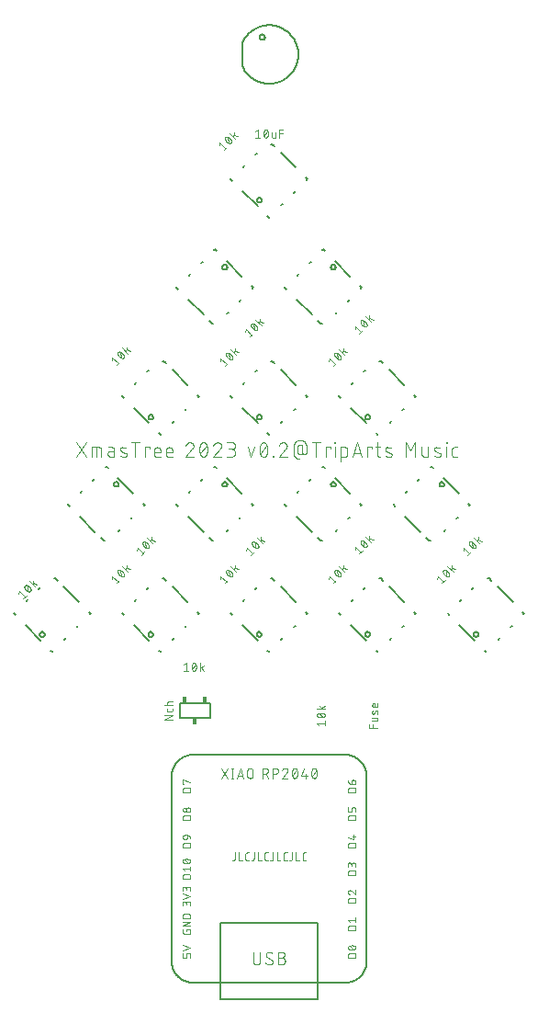
<source format=gto>
G04 EAGLE Gerber RS-274X export*
G75*
%MOMM*%
%FSLAX34Y34*%
%LPD*%
%INSilkscreen Top*%
%IPPOS*%
%AMOC8*
5,1,8,0,0,1.08239X$1,22.5*%
G01*
%ADD10C,0.076200*%
%ADD11C,0.101600*%
%ADD12C,0.127000*%
%ADD13C,0.203200*%
%ADD14C,0.200000*%
%ADD15C,0.050800*%
%ADD16R,0.450000X0.600000*%


D10*
X345574Y237028D02*
X343937Y239074D01*
X351303Y239074D01*
X351303Y237028D02*
X351303Y241120D01*
X347620Y244344D02*
X347467Y244346D01*
X347314Y244352D01*
X347162Y244361D01*
X347009Y244375D01*
X346857Y244392D01*
X346706Y244413D01*
X346555Y244438D01*
X346405Y244467D01*
X346255Y244499D01*
X346107Y244536D01*
X345959Y244576D01*
X345812Y244619D01*
X345667Y244667D01*
X345523Y244718D01*
X345380Y244772D01*
X345238Y244831D01*
X345099Y244892D01*
X344960Y244958D01*
X344960Y244957D02*
X344890Y244983D01*
X344820Y245013D01*
X344753Y245046D01*
X344687Y245082D01*
X344623Y245121D01*
X344561Y245164D01*
X344502Y245210D01*
X344444Y245258D01*
X344390Y245309D01*
X344337Y245363D01*
X344288Y245420D01*
X344241Y245479D01*
X344198Y245540D01*
X344157Y245603D01*
X344120Y245668D01*
X344085Y245735D01*
X344055Y245804D01*
X344027Y245874D01*
X344004Y245945D01*
X343983Y246017D01*
X343967Y246090D01*
X343954Y246164D01*
X343944Y246239D01*
X343939Y246314D01*
X343937Y246389D01*
X343939Y246464D01*
X343944Y246539D01*
X343954Y246614D01*
X343967Y246688D01*
X343983Y246761D01*
X344004Y246833D01*
X344027Y246904D01*
X344055Y246974D01*
X344085Y247043D01*
X344120Y247110D01*
X344157Y247175D01*
X344198Y247238D01*
X344241Y247299D01*
X344288Y247358D01*
X344337Y247415D01*
X344390Y247469D01*
X344444Y247520D01*
X344502Y247569D01*
X344561Y247614D01*
X344623Y247657D01*
X344687Y247696D01*
X344753Y247733D01*
X344821Y247765D01*
X344890Y247795D01*
X344960Y247821D01*
X344960Y247822D02*
X345098Y247887D01*
X345238Y247949D01*
X345380Y248007D01*
X345523Y248062D01*
X345667Y248113D01*
X345812Y248161D01*
X345959Y248204D01*
X346106Y248244D01*
X346255Y248281D01*
X346405Y248313D01*
X346555Y248342D01*
X346706Y248367D01*
X346857Y248388D01*
X347009Y248405D01*
X347162Y248419D01*
X347314Y248428D01*
X347467Y248434D01*
X347620Y248436D01*
X347620Y244344D02*
X347773Y244346D01*
X347926Y244352D01*
X348078Y244361D01*
X348231Y244375D01*
X348383Y244392D01*
X348534Y244413D01*
X348685Y244438D01*
X348835Y244467D01*
X348985Y244499D01*
X349133Y244536D01*
X349281Y244576D01*
X349428Y244619D01*
X349573Y244667D01*
X349717Y244718D01*
X349860Y244772D01*
X350002Y244831D01*
X350141Y244892D01*
X350280Y244958D01*
X350280Y244957D02*
X350351Y244983D01*
X350420Y245013D01*
X350487Y245046D01*
X350553Y245082D01*
X350617Y245121D01*
X350679Y245164D01*
X350738Y245210D01*
X350796Y245258D01*
X350850Y245309D01*
X350903Y245363D01*
X350952Y245420D01*
X350999Y245479D01*
X351042Y245540D01*
X351083Y245603D01*
X351120Y245668D01*
X351155Y245735D01*
X351185Y245804D01*
X351213Y245874D01*
X351236Y245945D01*
X351257Y246017D01*
X351273Y246090D01*
X351286Y246164D01*
X351296Y246239D01*
X351301Y246314D01*
X351303Y246389D01*
X350280Y247822D02*
X350142Y247887D01*
X350002Y247949D01*
X349860Y248007D01*
X349717Y248062D01*
X349573Y248113D01*
X349428Y248161D01*
X349281Y248204D01*
X349134Y248244D01*
X348985Y248281D01*
X348835Y248313D01*
X348685Y248342D01*
X348534Y248367D01*
X348383Y248388D01*
X348231Y248405D01*
X348078Y248419D01*
X347926Y248428D01*
X347773Y248434D01*
X347620Y248436D01*
X350280Y247821D02*
X350350Y247795D01*
X350420Y247765D01*
X350487Y247732D01*
X350553Y247696D01*
X350617Y247657D01*
X350679Y247614D01*
X350738Y247568D01*
X350796Y247520D01*
X350850Y247469D01*
X350903Y247415D01*
X350952Y247358D01*
X350999Y247299D01*
X351042Y247238D01*
X351083Y247175D01*
X351120Y247110D01*
X351155Y247043D01*
X351185Y246974D01*
X351213Y246904D01*
X351236Y246833D01*
X351257Y246761D01*
X351273Y246688D01*
X351286Y246614D01*
X351296Y246539D01*
X351301Y246464D01*
X351303Y246389D01*
X349666Y244753D02*
X345574Y248026D01*
X343937Y251918D02*
X351303Y251918D01*
X348848Y251918D02*
X346392Y255192D01*
X347825Y253350D02*
X351303Y255192D01*
X392587Y234729D02*
X399953Y234729D01*
X392587Y234729D02*
X392587Y238002D01*
X395861Y238002D02*
X395861Y234729D01*
X395042Y240974D02*
X398725Y240974D01*
X398794Y240976D01*
X398862Y240982D01*
X398931Y240991D01*
X398998Y241005D01*
X399065Y241022D01*
X399131Y241043D01*
X399195Y241067D01*
X399258Y241096D01*
X399319Y241127D01*
X399378Y241162D01*
X399436Y241200D01*
X399491Y241242D01*
X399543Y241286D01*
X399593Y241334D01*
X399641Y241384D01*
X399685Y241436D01*
X399727Y241491D01*
X399765Y241549D01*
X399800Y241608D01*
X399831Y241669D01*
X399860Y241732D01*
X399884Y241796D01*
X399905Y241862D01*
X399922Y241929D01*
X399936Y241996D01*
X399945Y242065D01*
X399951Y242133D01*
X399953Y242202D01*
X399953Y244248D01*
X395042Y244248D01*
X397088Y248172D02*
X397907Y250218D01*
X397088Y248172D02*
X397063Y248113D01*
X397034Y248056D01*
X397001Y248001D01*
X396965Y247948D01*
X396927Y247897D01*
X396885Y247849D01*
X396840Y247803D01*
X396793Y247760D01*
X396743Y247720D01*
X396691Y247683D01*
X396636Y247649D01*
X396580Y247618D01*
X396522Y247591D01*
X396462Y247568D01*
X396402Y247548D01*
X396340Y247532D01*
X396277Y247519D01*
X396213Y247511D01*
X396150Y247506D01*
X396086Y247505D01*
X396022Y247508D01*
X395958Y247515D01*
X395895Y247526D01*
X395833Y247540D01*
X395771Y247558D01*
X395711Y247580D01*
X395652Y247605D01*
X395595Y247634D01*
X395540Y247667D01*
X395487Y247702D01*
X395436Y247741D01*
X395387Y247783D01*
X395341Y247827D01*
X395298Y247875D01*
X395258Y247924D01*
X395221Y247977D01*
X395187Y248031D01*
X395156Y248087D01*
X395129Y248145D01*
X395105Y248204D01*
X395086Y248265D01*
X395069Y248327D01*
X395057Y248390D01*
X395048Y248453D01*
X395043Y248517D01*
X395042Y248581D01*
X395046Y248717D01*
X395054Y248852D01*
X395066Y248988D01*
X395082Y249122D01*
X395102Y249257D01*
X395125Y249390D01*
X395153Y249523D01*
X395184Y249655D01*
X395219Y249786D01*
X395258Y249916D01*
X395301Y250045D01*
X395348Y250172D01*
X395398Y250298D01*
X395452Y250423D01*
X397907Y250218D02*
X397932Y250277D01*
X397961Y250334D01*
X397994Y250389D01*
X398030Y250442D01*
X398068Y250493D01*
X398110Y250541D01*
X398155Y250587D01*
X398202Y250630D01*
X398252Y250670D01*
X398304Y250707D01*
X398359Y250741D01*
X398415Y250772D01*
X398473Y250799D01*
X398533Y250822D01*
X398593Y250842D01*
X398655Y250858D01*
X398718Y250871D01*
X398782Y250879D01*
X398845Y250884D01*
X398909Y250885D01*
X398973Y250882D01*
X399037Y250875D01*
X399100Y250864D01*
X399162Y250850D01*
X399224Y250832D01*
X399284Y250810D01*
X399343Y250785D01*
X399400Y250756D01*
X399455Y250723D01*
X399508Y250688D01*
X399559Y250649D01*
X399608Y250607D01*
X399654Y250563D01*
X399697Y250515D01*
X399737Y250466D01*
X399774Y250413D01*
X399808Y250359D01*
X399839Y250303D01*
X399866Y250245D01*
X399890Y250186D01*
X399909Y250125D01*
X399926Y250063D01*
X399938Y250000D01*
X399947Y249937D01*
X399952Y249873D01*
X399953Y249809D01*
X399949Y249645D01*
X399941Y249481D01*
X399929Y249317D01*
X399913Y249154D01*
X399893Y248991D01*
X399870Y248828D01*
X399842Y248667D01*
X399811Y248505D01*
X399776Y248345D01*
X399737Y248186D01*
X399694Y248027D01*
X399648Y247870D01*
X399598Y247713D01*
X399544Y247558D01*
X399953Y255125D02*
X399953Y257171D01*
X399953Y255125D02*
X399951Y255056D01*
X399945Y254988D01*
X399936Y254919D01*
X399922Y254852D01*
X399905Y254785D01*
X399884Y254719D01*
X399860Y254655D01*
X399831Y254592D01*
X399800Y254531D01*
X399765Y254472D01*
X399727Y254414D01*
X399685Y254359D01*
X399641Y254307D01*
X399593Y254257D01*
X399543Y254209D01*
X399491Y254165D01*
X399436Y254124D01*
X399378Y254085D01*
X399319Y254050D01*
X399258Y254019D01*
X399195Y253990D01*
X399131Y253966D01*
X399065Y253945D01*
X398998Y253928D01*
X398931Y253914D01*
X398863Y253905D01*
X398794Y253899D01*
X398725Y253897D01*
X398725Y253898D02*
X396679Y253898D01*
X396600Y253900D01*
X396521Y253906D01*
X396442Y253915D01*
X396364Y253928D01*
X396287Y253946D01*
X396211Y253966D01*
X396136Y253991D01*
X396062Y254019D01*
X395989Y254050D01*
X395918Y254086D01*
X395849Y254124D01*
X395782Y254166D01*
X395717Y254211D01*
X395654Y254259D01*
X395593Y254310D01*
X395536Y254364D01*
X395480Y254420D01*
X395428Y254479D01*
X395378Y254541D01*
X395332Y254605D01*
X395288Y254671D01*
X395248Y254739D01*
X395212Y254809D01*
X395178Y254881D01*
X395148Y254955D01*
X395122Y255029D01*
X395099Y255105D01*
X395081Y255182D01*
X395065Y255259D01*
X395054Y255338D01*
X395046Y255416D01*
X395042Y255495D01*
X395042Y255575D01*
X395046Y255654D01*
X395054Y255732D01*
X395065Y255811D01*
X395081Y255888D01*
X395099Y255965D01*
X395122Y256041D01*
X395148Y256115D01*
X395178Y256189D01*
X395212Y256261D01*
X395248Y256331D01*
X395288Y256399D01*
X395332Y256465D01*
X395378Y256529D01*
X395428Y256591D01*
X395480Y256650D01*
X395536Y256706D01*
X395593Y256760D01*
X395654Y256811D01*
X395717Y256859D01*
X395782Y256904D01*
X395849Y256946D01*
X395918Y256984D01*
X395989Y257020D01*
X396062Y257051D01*
X396136Y257079D01*
X396211Y257104D01*
X396287Y257124D01*
X396364Y257142D01*
X396442Y257155D01*
X396521Y257164D01*
X396600Y257170D01*
X396679Y257172D01*
X396679Y257171D02*
X397498Y257171D01*
X397498Y253898D01*
X223344Y294523D02*
X221298Y292886D01*
X223344Y294523D02*
X223344Y287157D01*
X221298Y287157D02*
X225390Y287157D01*
X228614Y290840D02*
X228616Y290993D01*
X228622Y291146D01*
X228631Y291298D01*
X228645Y291451D01*
X228662Y291603D01*
X228683Y291754D01*
X228708Y291905D01*
X228737Y292055D01*
X228769Y292205D01*
X228806Y292353D01*
X228846Y292501D01*
X228889Y292648D01*
X228937Y292793D01*
X228988Y292937D01*
X229042Y293080D01*
X229101Y293222D01*
X229162Y293361D01*
X229228Y293500D01*
X229227Y293500D02*
X229253Y293570D01*
X229283Y293640D01*
X229316Y293707D01*
X229352Y293773D01*
X229391Y293837D01*
X229434Y293899D01*
X229480Y293958D01*
X229528Y294016D01*
X229579Y294070D01*
X229633Y294123D01*
X229690Y294172D01*
X229749Y294219D01*
X229810Y294262D01*
X229873Y294303D01*
X229938Y294340D01*
X230005Y294375D01*
X230074Y294405D01*
X230144Y294433D01*
X230215Y294456D01*
X230287Y294477D01*
X230360Y294493D01*
X230434Y294506D01*
X230509Y294516D01*
X230584Y294521D01*
X230659Y294523D01*
X230734Y294521D01*
X230809Y294516D01*
X230884Y294506D01*
X230958Y294493D01*
X231031Y294477D01*
X231103Y294456D01*
X231174Y294433D01*
X231244Y294405D01*
X231313Y294375D01*
X231380Y294340D01*
X231445Y294303D01*
X231508Y294262D01*
X231569Y294219D01*
X231628Y294172D01*
X231685Y294123D01*
X231739Y294070D01*
X231790Y294016D01*
X231839Y293958D01*
X231884Y293899D01*
X231927Y293837D01*
X231966Y293773D01*
X232003Y293707D01*
X232035Y293639D01*
X232065Y293570D01*
X232091Y293500D01*
X232092Y293500D02*
X232157Y293362D01*
X232219Y293222D01*
X232277Y293080D01*
X232332Y292937D01*
X232383Y292793D01*
X232431Y292648D01*
X232474Y292501D01*
X232514Y292354D01*
X232551Y292205D01*
X232583Y292055D01*
X232612Y291905D01*
X232637Y291754D01*
X232658Y291603D01*
X232675Y291451D01*
X232689Y291298D01*
X232698Y291146D01*
X232704Y290993D01*
X232706Y290840D01*
X228613Y290840D02*
X228615Y290687D01*
X228621Y290534D01*
X228630Y290381D01*
X228644Y290229D01*
X228661Y290077D01*
X228682Y289926D01*
X228707Y289775D01*
X228736Y289624D01*
X228768Y289475D01*
X228805Y289326D01*
X228845Y289179D01*
X228888Y289032D01*
X228936Y288887D01*
X228987Y288742D01*
X229042Y288600D01*
X229100Y288458D01*
X229162Y288318D01*
X229227Y288180D01*
X229253Y288109D01*
X229283Y288040D01*
X229316Y287973D01*
X229352Y287907D01*
X229391Y287843D01*
X229434Y287781D01*
X229480Y287722D01*
X229528Y287664D01*
X229579Y287610D01*
X229633Y287557D01*
X229690Y287508D01*
X229749Y287461D01*
X229810Y287418D01*
X229873Y287377D01*
X229938Y287340D01*
X230005Y287305D01*
X230074Y287275D01*
X230144Y287247D01*
X230215Y287224D01*
X230287Y287203D01*
X230360Y287187D01*
X230434Y287174D01*
X230509Y287164D01*
X230584Y287159D01*
X230659Y287157D01*
X232091Y288180D02*
X232156Y288318D01*
X232218Y288458D01*
X232276Y288600D01*
X232331Y288743D01*
X232382Y288887D01*
X232430Y289032D01*
X232473Y289179D01*
X232513Y289327D01*
X232550Y289475D01*
X232582Y289625D01*
X232611Y289775D01*
X232636Y289926D01*
X232657Y290077D01*
X232674Y290229D01*
X232688Y290382D01*
X232697Y290534D01*
X232703Y290687D01*
X232705Y290840D01*
X232091Y288180D02*
X232065Y288110D01*
X232035Y288040D01*
X232003Y287973D01*
X231966Y287907D01*
X231927Y287843D01*
X231884Y287781D01*
X231838Y287722D01*
X231790Y287664D01*
X231739Y287610D01*
X231685Y287557D01*
X231628Y287508D01*
X231569Y287461D01*
X231508Y287418D01*
X231445Y287377D01*
X231380Y287340D01*
X231313Y287305D01*
X231244Y287275D01*
X231174Y287247D01*
X231103Y287224D01*
X231031Y287203D01*
X230958Y287187D01*
X230884Y287174D01*
X230809Y287164D01*
X230734Y287159D01*
X230659Y287157D01*
X229023Y288794D02*
X232296Y292886D01*
X236188Y294523D02*
X236188Y287157D01*
X236188Y289612D02*
X239462Y292068D01*
X237620Y290635D02*
X239462Y287157D01*
X210793Y242187D02*
X203427Y242187D01*
X210793Y246279D01*
X203427Y246279D01*
X210793Y250904D02*
X210793Y252541D01*
X210793Y250904D02*
X210791Y250835D01*
X210785Y250767D01*
X210776Y250698D01*
X210762Y250631D01*
X210745Y250564D01*
X210724Y250498D01*
X210700Y250434D01*
X210671Y250371D01*
X210640Y250310D01*
X210605Y250251D01*
X210567Y250193D01*
X210525Y250138D01*
X210481Y250086D01*
X210433Y250036D01*
X210383Y249988D01*
X210331Y249944D01*
X210276Y249903D01*
X210218Y249864D01*
X210159Y249829D01*
X210098Y249798D01*
X210035Y249769D01*
X209971Y249745D01*
X209905Y249724D01*
X209838Y249707D01*
X209771Y249693D01*
X209703Y249684D01*
X209634Y249678D01*
X209565Y249676D01*
X209565Y249677D02*
X207110Y249677D01*
X207110Y249676D02*
X207041Y249678D01*
X206973Y249684D01*
X206904Y249693D01*
X206837Y249707D01*
X206770Y249724D01*
X206704Y249745D01*
X206640Y249769D01*
X206577Y249798D01*
X206516Y249829D01*
X206457Y249864D01*
X206399Y249902D01*
X206344Y249944D01*
X206292Y249988D01*
X206242Y250036D01*
X206194Y250086D01*
X206150Y250138D01*
X206108Y250193D01*
X206070Y250251D01*
X206035Y250310D01*
X206004Y250371D01*
X205975Y250434D01*
X205951Y250498D01*
X205930Y250564D01*
X205913Y250631D01*
X205899Y250698D01*
X205890Y250767D01*
X205884Y250835D01*
X205882Y250904D01*
X205882Y252541D01*
X203427Y255519D02*
X210793Y255519D01*
X205882Y255519D02*
X205882Y257566D01*
X205884Y257635D01*
X205890Y257703D01*
X205899Y257772D01*
X205913Y257839D01*
X205930Y257906D01*
X205951Y257972D01*
X205975Y258036D01*
X206004Y258099D01*
X206035Y258160D01*
X206070Y258219D01*
X206108Y258277D01*
X206150Y258332D01*
X206194Y258384D01*
X206242Y258434D01*
X206292Y258482D01*
X206344Y258526D01*
X206399Y258568D01*
X206457Y258606D01*
X206516Y258641D01*
X206577Y258672D01*
X206640Y258701D01*
X206704Y258725D01*
X206770Y258746D01*
X206837Y258763D01*
X206904Y258777D01*
X206973Y258786D01*
X207041Y258792D01*
X207110Y258794D01*
X207110Y258793D02*
X210793Y258793D01*
X287504Y784046D02*
X289551Y785683D01*
X289551Y778317D01*
X291597Y778317D02*
X287504Y778317D01*
X294820Y782000D02*
X294822Y782153D01*
X294828Y782306D01*
X294837Y782458D01*
X294851Y782611D01*
X294868Y782763D01*
X294889Y782914D01*
X294914Y783065D01*
X294943Y783215D01*
X294975Y783365D01*
X295012Y783513D01*
X295052Y783661D01*
X295095Y783808D01*
X295143Y783953D01*
X295194Y784097D01*
X295248Y784240D01*
X295307Y784382D01*
X295368Y784521D01*
X295434Y784660D01*
X295460Y784730D01*
X295490Y784800D01*
X295523Y784867D01*
X295559Y784933D01*
X295598Y784997D01*
X295641Y785059D01*
X295687Y785118D01*
X295735Y785176D01*
X295786Y785230D01*
X295840Y785283D01*
X295897Y785332D01*
X295956Y785379D01*
X296017Y785422D01*
X296080Y785463D01*
X296145Y785500D01*
X296212Y785535D01*
X296281Y785565D01*
X296351Y785593D01*
X296422Y785616D01*
X296494Y785637D01*
X296567Y785653D01*
X296641Y785666D01*
X296716Y785676D01*
X296791Y785681D01*
X296866Y785683D01*
X296941Y785681D01*
X297016Y785676D01*
X297091Y785666D01*
X297165Y785653D01*
X297238Y785637D01*
X297310Y785616D01*
X297381Y785593D01*
X297451Y785565D01*
X297520Y785535D01*
X297587Y785500D01*
X297652Y785463D01*
X297715Y785422D01*
X297776Y785379D01*
X297835Y785332D01*
X297892Y785283D01*
X297946Y785230D01*
X297997Y785176D01*
X298046Y785118D01*
X298091Y785059D01*
X298134Y784997D01*
X298173Y784933D01*
X298210Y784867D01*
X298242Y784799D01*
X298272Y784730D01*
X298298Y784660D01*
X298363Y784522D01*
X298425Y784382D01*
X298483Y784240D01*
X298538Y784097D01*
X298589Y783953D01*
X298637Y783808D01*
X298680Y783661D01*
X298720Y783514D01*
X298757Y783365D01*
X298789Y783215D01*
X298818Y783065D01*
X298843Y782914D01*
X298864Y782763D01*
X298881Y782611D01*
X298895Y782458D01*
X298904Y782306D01*
X298910Y782153D01*
X298912Y782000D01*
X294819Y782000D02*
X294821Y781847D01*
X294827Y781694D01*
X294836Y781541D01*
X294850Y781389D01*
X294867Y781237D01*
X294888Y781086D01*
X294913Y780935D01*
X294942Y780784D01*
X294974Y780635D01*
X295011Y780486D01*
X295051Y780339D01*
X295094Y780192D01*
X295142Y780047D01*
X295193Y779902D01*
X295248Y779760D01*
X295306Y779618D01*
X295368Y779478D01*
X295433Y779340D01*
X295434Y779340D02*
X295460Y779269D01*
X295490Y779200D01*
X295523Y779133D01*
X295559Y779067D01*
X295598Y779003D01*
X295641Y778941D01*
X295687Y778882D01*
X295735Y778824D01*
X295786Y778770D01*
X295840Y778717D01*
X295897Y778668D01*
X295956Y778621D01*
X296017Y778578D01*
X296080Y778537D01*
X296145Y778500D01*
X296212Y778465D01*
X296281Y778435D01*
X296351Y778407D01*
X296422Y778384D01*
X296494Y778363D01*
X296567Y778347D01*
X296641Y778334D01*
X296716Y778324D01*
X296791Y778319D01*
X296866Y778317D01*
X298298Y779340D02*
X298363Y779478D01*
X298425Y779618D01*
X298483Y779760D01*
X298538Y779903D01*
X298589Y780047D01*
X298637Y780192D01*
X298680Y780339D01*
X298720Y780487D01*
X298757Y780635D01*
X298789Y780785D01*
X298818Y780935D01*
X298843Y781086D01*
X298864Y781237D01*
X298881Y781389D01*
X298895Y781542D01*
X298904Y781694D01*
X298910Y781847D01*
X298912Y782000D01*
X298298Y779340D02*
X298272Y779270D01*
X298242Y779200D01*
X298210Y779133D01*
X298173Y779067D01*
X298134Y779003D01*
X298091Y778941D01*
X298045Y778882D01*
X297997Y778824D01*
X297946Y778770D01*
X297892Y778717D01*
X297835Y778668D01*
X297776Y778621D01*
X297715Y778578D01*
X297652Y778537D01*
X297587Y778500D01*
X297520Y778465D01*
X297451Y778435D01*
X297381Y778407D01*
X297310Y778384D01*
X297238Y778363D01*
X297165Y778347D01*
X297091Y778334D01*
X297016Y778324D01*
X296941Y778319D01*
X296866Y778317D01*
X295229Y779954D02*
X298503Y784046D01*
X302300Y783228D02*
X302300Y779545D01*
X302302Y779476D01*
X302308Y779408D01*
X302317Y779339D01*
X302331Y779272D01*
X302348Y779205D01*
X302369Y779139D01*
X302393Y779075D01*
X302422Y779012D01*
X302453Y778951D01*
X302488Y778892D01*
X302526Y778834D01*
X302568Y778779D01*
X302612Y778727D01*
X302660Y778677D01*
X302710Y778629D01*
X302762Y778585D01*
X302817Y778543D01*
X302875Y778505D01*
X302934Y778470D01*
X302995Y778439D01*
X303058Y778410D01*
X303122Y778386D01*
X303188Y778365D01*
X303255Y778348D01*
X303322Y778334D01*
X303391Y778325D01*
X303459Y778319D01*
X303528Y778317D01*
X305574Y778317D01*
X305574Y783228D01*
X309222Y785683D02*
X309222Y778317D01*
X309222Y785683D02*
X312496Y785683D01*
X312496Y782409D02*
X309222Y782409D01*
X254421Y773629D02*
X254131Y771025D01*
X254421Y773629D02*
X259629Y768421D01*
X258182Y766974D02*
X261076Y769868D01*
X260751Y774751D02*
X260644Y774860D01*
X260540Y774973D01*
X260439Y775087D01*
X260341Y775205D01*
X260246Y775324D01*
X260153Y775446D01*
X260064Y775571D01*
X259978Y775697D01*
X259896Y775826D01*
X259816Y775957D01*
X259740Y776089D01*
X259667Y776224D01*
X259598Y776360D01*
X259532Y776498D01*
X259470Y776638D01*
X259411Y776779D01*
X259356Y776922D01*
X259304Y777066D01*
X259273Y777134D01*
X259245Y777204D01*
X259220Y777275D01*
X259200Y777347D01*
X259182Y777420D01*
X259169Y777494D01*
X259159Y777568D01*
X259153Y777643D01*
X259150Y777718D01*
X259151Y777793D01*
X259156Y777868D01*
X259165Y777943D01*
X259177Y778017D01*
X259193Y778090D01*
X259213Y778163D01*
X259236Y778234D01*
X259263Y778304D01*
X259293Y778373D01*
X259326Y778440D01*
X259363Y778506D01*
X259403Y778569D01*
X259447Y778631D01*
X259493Y778690D01*
X259542Y778747D01*
X259593Y778802D01*
X259648Y778853D01*
X259705Y778902D01*
X259764Y778948D01*
X259826Y778992D01*
X259889Y779032D01*
X259955Y779069D01*
X260022Y779102D01*
X260091Y779132D01*
X260161Y779159D01*
X260232Y779182D01*
X260305Y779202D01*
X260378Y779218D01*
X260452Y779230D01*
X260527Y779239D01*
X260602Y779244D01*
X260677Y779245D01*
X260752Y779242D01*
X260827Y779236D01*
X260901Y779226D01*
X260975Y779213D01*
X261048Y779195D01*
X261120Y779175D01*
X261192Y779150D01*
X261261Y779122D01*
X261330Y779091D01*
X261329Y779091D02*
X261473Y779040D01*
X261616Y778984D01*
X261757Y778925D01*
X261897Y778863D01*
X262035Y778797D01*
X262171Y778728D01*
X262306Y778655D01*
X262438Y778579D01*
X262569Y778500D01*
X262698Y778417D01*
X262824Y778331D01*
X262949Y778242D01*
X263071Y778150D01*
X263190Y778055D01*
X263308Y777956D01*
X263422Y777855D01*
X263534Y777751D01*
X263644Y777645D01*
X260751Y774751D02*
X260860Y774644D01*
X260973Y774540D01*
X261087Y774439D01*
X261205Y774341D01*
X261324Y774246D01*
X261446Y774153D01*
X261571Y774064D01*
X261697Y773978D01*
X261826Y773896D01*
X261957Y773816D01*
X262089Y773740D01*
X262224Y773667D01*
X262360Y773598D01*
X262498Y773532D01*
X262638Y773470D01*
X262779Y773411D01*
X262922Y773356D01*
X263066Y773304D01*
X263134Y773273D01*
X263204Y773245D01*
X263275Y773220D01*
X263347Y773200D01*
X263420Y773182D01*
X263494Y773169D01*
X263568Y773159D01*
X263643Y773153D01*
X263718Y773150D01*
X263793Y773151D01*
X263868Y773156D01*
X263943Y773165D01*
X264017Y773177D01*
X264090Y773193D01*
X264163Y773213D01*
X264234Y773236D01*
X264304Y773263D01*
X264373Y773293D01*
X264440Y773327D01*
X264506Y773363D01*
X264569Y773403D01*
X264631Y773447D01*
X264690Y773493D01*
X264747Y773542D01*
X264802Y773593D01*
X265091Y775329D02*
X265039Y775473D01*
X264984Y775616D01*
X264925Y775757D01*
X264863Y775897D01*
X264797Y776035D01*
X264728Y776171D01*
X264655Y776306D01*
X264579Y776438D01*
X264499Y776569D01*
X264417Y776698D01*
X264331Y776824D01*
X264242Y776949D01*
X264149Y777071D01*
X264054Y777190D01*
X263956Y777308D01*
X263855Y777422D01*
X263751Y777535D01*
X263644Y777644D01*
X265091Y775329D02*
X265122Y775261D01*
X265150Y775191D01*
X265175Y775120D01*
X265195Y775048D01*
X265213Y774975D01*
X265226Y774901D01*
X265236Y774827D01*
X265242Y774752D01*
X265245Y774677D01*
X265244Y774602D01*
X265239Y774527D01*
X265230Y774452D01*
X265218Y774378D01*
X265202Y774305D01*
X265182Y774232D01*
X265159Y774161D01*
X265132Y774091D01*
X265102Y774022D01*
X265068Y773955D01*
X265032Y773889D01*
X264992Y773826D01*
X264948Y773764D01*
X264902Y773705D01*
X264853Y773648D01*
X264802Y773593D01*
X262487Y773593D02*
X261908Y778802D01*
X263503Y782711D02*
X268711Y777503D01*
X266975Y779239D02*
X267554Y783290D01*
X267264Y780975D02*
X271026Y779818D01*
X379421Y604629D02*
X379131Y602025D01*
X379421Y604629D02*
X384629Y599421D01*
X383182Y597974D02*
X386076Y600868D01*
X385751Y605751D02*
X385644Y605860D01*
X385540Y605973D01*
X385439Y606087D01*
X385341Y606205D01*
X385246Y606324D01*
X385153Y606446D01*
X385064Y606571D01*
X384978Y606697D01*
X384896Y606826D01*
X384816Y606957D01*
X384740Y607089D01*
X384667Y607224D01*
X384598Y607360D01*
X384532Y607498D01*
X384470Y607638D01*
X384411Y607779D01*
X384356Y607922D01*
X384304Y608066D01*
X384273Y608134D01*
X384245Y608204D01*
X384220Y608275D01*
X384200Y608347D01*
X384182Y608420D01*
X384169Y608494D01*
X384159Y608568D01*
X384153Y608643D01*
X384150Y608718D01*
X384151Y608793D01*
X384156Y608868D01*
X384165Y608943D01*
X384177Y609017D01*
X384193Y609090D01*
X384213Y609163D01*
X384236Y609234D01*
X384263Y609304D01*
X384293Y609373D01*
X384326Y609440D01*
X384363Y609506D01*
X384403Y609569D01*
X384447Y609631D01*
X384493Y609690D01*
X384542Y609747D01*
X384593Y609802D01*
X384648Y609853D01*
X384705Y609902D01*
X384764Y609948D01*
X384826Y609992D01*
X384889Y610032D01*
X384955Y610069D01*
X385022Y610102D01*
X385091Y610132D01*
X385161Y610159D01*
X385232Y610182D01*
X385305Y610202D01*
X385378Y610218D01*
X385452Y610230D01*
X385527Y610239D01*
X385602Y610244D01*
X385677Y610245D01*
X385752Y610242D01*
X385827Y610236D01*
X385901Y610226D01*
X385975Y610213D01*
X386048Y610195D01*
X386120Y610175D01*
X386192Y610150D01*
X386261Y610122D01*
X386330Y610091D01*
X386329Y610091D02*
X386473Y610040D01*
X386616Y609984D01*
X386757Y609925D01*
X386897Y609863D01*
X387035Y609797D01*
X387171Y609728D01*
X387306Y609655D01*
X387438Y609579D01*
X387569Y609500D01*
X387698Y609417D01*
X387824Y609331D01*
X387949Y609242D01*
X388071Y609150D01*
X388190Y609055D01*
X388308Y608956D01*
X388422Y608855D01*
X388534Y608751D01*
X388644Y608645D01*
X385751Y605751D02*
X385860Y605644D01*
X385973Y605540D01*
X386087Y605439D01*
X386205Y605341D01*
X386324Y605246D01*
X386446Y605153D01*
X386571Y605064D01*
X386697Y604978D01*
X386826Y604896D01*
X386957Y604816D01*
X387089Y604740D01*
X387224Y604667D01*
X387360Y604598D01*
X387498Y604532D01*
X387638Y604470D01*
X387779Y604411D01*
X387922Y604356D01*
X388066Y604304D01*
X388134Y604273D01*
X388204Y604245D01*
X388275Y604220D01*
X388347Y604200D01*
X388420Y604182D01*
X388494Y604169D01*
X388568Y604159D01*
X388643Y604153D01*
X388718Y604150D01*
X388793Y604151D01*
X388868Y604156D01*
X388943Y604165D01*
X389017Y604177D01*
X389090Y604193D01*
X389163Y604213D01*
X389234Y604236D01*
X389304Y604263D01*
X389373Y604293D01*
X389440Y604327D01*
X389506Y604363D01*
X389569Y604403D01*
X389631Y604447D01*
X389690Y604493D01*
X389747Y604542D01*
X389802Y604593D01*
X390091Y606329D02*
X390039Y606473D01*
X389984Y606616D01*
X389925Y606757D01*
X389863Y606897D01*
X389797Y607035D01*
X389728Y607171D01*
X389655Y607306D01*
X389579Y607438D01*
X389499Y607569D01*
X389417Y607698D01*
X389331Y607824D01*
X389242Y607949D01*
X389149Y608071D01*
X389054Y608190D01*
X388956Y608308D01*
X388855Y608422D01*
X388751Y608535D01*
X388644Y608644D01*
X390091Y606329D02*
X390122Y606261D01*
X390150Y606191D01*
X390175Y606120D01*
X390195Y606048D01*
X390213Y605975D01*
X390226Y605901D01*
X390236Y605827D01*
X390242Y605752D01*
X390245Y605677D01*
X390244Y605602D01*
X390239Y605527D01*
X390230Y605452D01*
X390218Y605378D01*
X390202Y605305D01*
X390182Y605232D01*
X390159Y605161D01*
X390132Y605091D01*
X390102Y605022D01*
X390068Y604955D01*
X390032Y604889D01*
X389992Y604826D01*
X389948Y604764D01*
X389902Y604705D01*
X389853Y604648D01*
X389802Y604593D01*
X387487Y604593D02*
X386908Y609802D01*
X388503Y613711D02*
X393711Y608503D01*
X391975Y610239D02*
X392554Y614290D01*
X392264Y611975D02*
X396026Y610818D01*
X278421Y601629D02*
X278131Y599025D01*
X278421Y601629D02*
X283629Y596421D01*
X282182Y594974D02*
X285076Y597868D01*
X284751Y602751D02*
X284644Y602860D01*
X284540Y602973D01*
X284439Y603087D01*
X284341Y603205D01*
X284246Y603324D01*
X284153Y603446D01*
X284064Y603571D01*
X283978Y603697D01*
X283896Y603826D01*
X283816Y603957D01*
X283740Y604089D01*
X283667Y604224D01*
X283598Y604360D01*
X283532Y604498D01*
X283470Y604638D01*
X283411Y604779D01*
X283356Y604922D01*
X283304Y605066D01*
X283273Y605134D01*
X283245Y605204D01*
X283220Y605275D01*
X283200Y605347D01*
X283182Y605420D01*
X283169Y605494D01*
X283159Y605568D01*
X283153Y605643D01*
X283150Y605718D01*
X283151Y605793D01*
X283156Y605868D01*
X283165Y605943D01*
X283177Y606017D01*
X283193Y606090D01*
X283213Y606163D01*
X283236Y606234D01*
X283263Y606304D01*
X283293Y606373D01*
X283326Y606440D01*
X283363Y606506D01*
X283403Y606569D01*
X283447Y606631D01*
X283493Y606690D01*
X283542Y606747D01*
X283593Y606802D01*
X283648Y606853D01*
X283705Y606902D01*
X283764Y606948D01*
X283826Y606992D01*
X283889Y607032D01*
X283955Y607069D01*
X284022Y607102D01*
X284091Y607132D01*
X284161Y607159D01*
X284232Y607182D01*
X284305Y607202D01*
X284378Y607218D01*
X284452Y607230D01*
X284527Y607239D01*
X284602Y607244D01*
X284677Y607245D01*
X284752Y607242D01*
X284827Y607236D01*
X284901Y607226D01*
X284975Y607213D01*
X285048Y607195D01*
X285120Y607175D01*
X285192Y607150D01*
X285261Y607122D01*
X285330Y607091D01*
X285329Y607091D02*
X285473Y607040D01*
X285616Y606984D01*
X285757Y606925D01*
X285897Y606863D01*
X286035Y606797D01*
X286171Y606728D01*
X286306Y606655D01*
X286438Y606579D01*
X286569Y606500D01*
X286698Y606417D01*
X286824Y606331D01*
X286949Y606242D01*
X287071Y606150D01*
X287190Y606055D01*
X287308Y605956D01*
X287422Y605855D01*
X287534Y605751D01*
X287644Y605645D01*
X284751Y602751D02*
X284860Y602644D01*
X284973Y602540D01*
X285087Y602439D01*
X285205Y602341D01*
X285324Y602246D01*
X285446Y602153D01*
X285571Y602064D01*
X285697Y601978D01*
X285826Y601896D01*
X285957Y601816D01*
X286089Y601740D01*
X286224Y601667D01*
X286360Y601598D01*
X286498Y601532D01*
X286638Y601470D01*
X286779Y601411D01*
X286922Y601356D01*
X287066Y601304D01*
X287134Y601273D01*
X287204Y601245D01*
X287275Y601220D01*
X287347Y601200D01*
X287420Y601182D01*
X287494Y601169D01*
X287568Y601159D01*
X287643Y601153D01*
X287718Y601150D01*
X287793Y601151D01*
X287868Y601156D01*
X287943Y601165D01*
X288017Y601177D01*
X288090Y601193D01*
X288163Y601213D01*
X288234Y601236D01*
X288304Y601263D01*
X288373Y601293D01*
X288440Y601327D01*
X288506Y601363D01*
X288569Y601403D01*
X288631Y601447D01*
X288690Y601493D01*
X288747Y601542D01*
X288802Y601593D01*
X289091Y603329D02*
X289039Y603473D01*
X288984Y603616D01*
X288925Y603757D01*
X288863Y603897D01*
X288797Y604035D01*
X288728Y604171D01*
X288655Y604306D01*
X288579Y604438D01*
X288499Y604569D01*
X288417Y604698D01*
X288331Y604824D01*
X288242Y604949D01*
X288149Y605071D01*
X288054Y605190D01*
X287956Y605308D01*
X287855Y605422D01*
X287751Y605535D01*
X287644Y605644D01*
X289091Y603329D02*
X289122Y603261D01*
X289150Y603191D01*
X289175Y603120D01*
X289195Y603048D01*
X289213Y602975D01*
X289226Y602901D01*
X289236Y602827D01*
X289242Y602752D01*
X289245Y602677D01*
X289244Y602602D01*
X289239Y602527D01*
X289230Y602452D01*
X289218Y602378D01*
X289202Y602305D01*
X289182Y602232D01*
X289159Y602161D01*
X289132Y602091D01*
X289102Y602022D01*
X289068Y601955D01*
X289032Y601889D01*
X288992Y601826D01*
X288948Y601764D01*
X288902Y601705D01*
X288853Y601648D01*
X288802Y601593D01*
X286487Y601593D02*
X285908Y606802D01*
X287503Y610711D02*
X292711Y605503D01*
X290975Y607239D02*
X291554Y611290D01*
X291264Y608975D02*
X295026Y607818D01*
X155421Y575629D02*
X155131Y573025D01*
X155421Y575629D02*
X160629Y570421D01*
X159182Y568974D02*
X162076Y571868D01*
X161751Y576751D02*
X161644Y576860D01*
X161540Y576973D01*
X161439Y577087D01*
X161341Y577205D01*
X161246Y577324D01*
X161153Y577446D01*
X161064Y577571D01*
X160978Y577697D01*
X160896Y577826D01*
X160816Y577957D01*
X160740Y578089D01*
X160667Y578224D01*
X160598Y578360D01*
X160532Y578498D01*
X160470Y578638D01*
X160411Y578779D01*
X160356Y578922D01*
X160304Y579066D01*
X160273Y579134D01*
X160245Y579204D01*
X160220Y579275D01*
X160200Y579347D01*
X160182Y579420D01*
X160169Y579494D01*
X160159Y579568D01*
X160153Y579643D01*
X160150Y579718D01*
X160151Y579793D01*
X160156Y579868D01*
X160165Y579943D01*
X160177Y580017D01*
X160193Y580090D01*
X160213Y580163D01*
X160236Y580234D01*
X160263Y580304D01*
X160293Y580373D01*
X160326Y580440D01*
X160363Y580506D01*
X160403Y580569D01*
X160447Y580631D01*
X160493Y580690D01*
X160542Y580747D01*
X160593Y580802D01*
X160648Y580853D01*
X160705Y580902D01*
X160764Y580948D01*
X160826Y580992D01*
X160889Y581032D01*
X160955Y581069D01*
X161022Y581102D01*
X161091Y581132D01*
X161161Y581159D01*
X161232Y581182D01*
X161305Y581202D01*
X161378Y581218D01*
X161452Y581230D01*
X161527Y581239D01*
X161602Y581244D01*
X161677Y581245D01*
X161752Y581242D01*
X161827Y581236D01*
X161901Y581226D01*
X161975Y581213D01*
X162048Y581195D01*
X162120Y581175D01*
X162192Y581150D01*
X162261Y581122D01*
X162330Y581091D01*
X162329Y581091D02*
X162473Y581040D01*
X162616Y580984D01*
X162757Y580925D01*
X162897Y580863D01*
X163035Y580797D01*
X163171Y580728D01*
X163306Y580655D01*
X163438Y580579D01*
X163569Y580500D01*
X163698Y580417D01*
X163824Y580331D01*
X163949Y580242D01*
X164071Y580150D01*
X164190Y580055D01*
X164308Y579956D01*
X164422Y579855D01*
X164534Y579751D01*
X164644Y579645D01*
X161751Y576751D02*
X161860Y576644D01*
X161973Y576540D01*
X162087Y576439D01*
X162205Y576341D01*
X162324Y576246D01*
X162446Y576153D01*
X162571Y576064D01*
X162697Y575978D01*
X162826Y575896D01*
X162957Y575816D01*
X163089Y575740D01*
X163224Y575667D01*
X163360Y575598D01*
X163498Y575532D01*
X163638Y575470D01*
X163779Y575411D01*
X163922Y575356D01*
X164066Y575304D01*
X164134Y575273D01*
X164204Y575245D01*
X164275Y575220D01*
X164347Y575200D01*
X164420Y575182D01*
X164494Y575169D01*
X164568Y575159D01*
X164643Y575153D01*
X164718Y575150D01*
X164793Y575151D01*
X164868Y575156D01*
X164943Y575165D01*
X165017Y575177D01*
X165090Y575193D01*
X165163Y575213D01*
X165234Y575236D01*
X165304Y575263D01*
X165373Y575293D01*
X165440Y575327D01*
X165506Y575363D01*
X165569Y575403D01*
X165631Y575447D01*
X165690Y575493D01*
X165747Y575542D01*
X165802Y575593D01*
X166091Y577329D02*
X166039Y577473D01*
X165984Y577616D01*
X165925Y577757D01*
X165863Y577897D01*
X165797Y578035D01*
X165728Y578171D01*
X165655Y578306D01*
X165579Y578438D01*
X165499Y578569D01*
X165417Y578698D01*
X165331Y578824D01*
X165242Y578949D01*
X165149Y579071D01*
X165054Y579190D01*
X164956Y579308D01*
X164855Y579422D01*
X164751Y579535D01*
X164644Y579644D01*
X166091Y577329D02*
X166122Y577261D01*
X166150Y577191D01*
X166175Y577120D01*
X166195Y577048D01*
X166213Y576975D01*
X166226Y576901D01*
X166236Y576827D01*
X166242Y576752D01*
X166245Y576677D01*
X166244Y576602D01*
X166239Y576527D01*
X166230Y576452D01*
X166218Y576378D01*
X166202Y576305D01*
X166182Y576232D01*
X166159Y576161D01*
X166132Y576091D01*
X166102Y576022D01*
X166068Y575955D01*
X166032Y575889D01*
X165992Y575826D01*
X165948Y575764D01*
X165902Y575705D01*
X165853Y575648D01*
X165802Y575593D01*
X163487Y575593D02*
X162908Y580802D01*
X164503Y584711D02*
X169711Y579503D01*
X167975Y581239D02*
X168554Y585290D01*
X168264Y582975D02*
X172026Y581818D01*
X255131Y572025D02*
X255421Y574629D01*
X260629Y569421D01*
X259182Y567974D02*
X262076Y570868D01*
X261751Y575751D02*
X261644Y575860D01*
X261540Y575973D01*
X261439Y576087D01*
X261341Y576205D01*
X261246Y576324D01*
X261153Y576446D01*
X261064Y576571D01*
X260978Y576697D01*
X260896Y576826D01*
X260816Y576957D01*
X260740Y577089D01*
X260667Y577224D01*
X260598Y577360D01*
X260532Y577498D01*
X260470Y577638D01*
X260411Y577779D01*
X260356Y577922D01*
X260304Y578066D01*
X260273Y578134D01*
X260245Y578204D01*
X260220Y578275D01*
X260200Y578347D01*
X260182Y578420D01*
X260169Y578494D01*
X260159Y578568D01*
X260153Y578643D01*
X260150Y578718D01*
X260151Y578793D01*
X260156Y578868D01*
X260165Y578943D01*
X260177Y579017D01*
X260193Y579090D01*
X260213Y579163D01*
X260236Y579234D01*
X260263Y579304D01*
X260293Y579373D01*
X260326Y579440D01*
X260363Y579506D01*
X260403Y579569D01*
X260447Y579631D01*
X260493Y579690D01*
X260542Y579747D01*
X260593Y579802D01*
X260648Y579853D01*
X260705Y579902D01*
X260764Y579948D01*
X260826Y579992D01*
X260889Y580032D01*
X260955Y580069D01*
X261022Y580102D01*
X261091Y580132D01*
X261161Y580159D01*
X261232Y580182D01*
X261305Y580202D01*
X261378Y580218D01*
X261452Y580230D01*
X261527Y580239D01*
X261602Y580244D01*
X261677Y580245D01*
X261752Y580242D01*
X261827Y580236D01*
X261901Y580226D01*
X261975Y580213D01*
X262048Y580195D01*
X262120Y580175D01*
X262192Y580150D01*
X262261Y580122D01*
X262330Y580091D01*
X262329Y580091D02*
X262473Y580040D01*
X262616Y579984D01*
X262757Y579925D01*
X262897Y579863D01*
X263035Y579797D01*
X263171Y579728D01*
X263306Y579655D01*
X263438Y579579D01*
X263569Y579500D01*
X263698Y579417D01*
X263824Y579331D01*
X263949Y579242D01*
X264071Y579150D01*
X264190Y579055D01*
X264308Y578956D01*
X264422Y578855D01*
X264534Y578751D01*
X264644Y578645D01*
X261751Y575751D02*
X261860Y575644D01*
X261973Y575540D01*
X262087Y575439D01*
X262205Y575341D01*
X262324Y575246D01*
X262446Y575153D01*
X262571Y575064D01*
X262697Y574978D01*
X262826Y574896D01*
X262957Y574816D01*
X263089Y574740D01*
X263224Y574667D01*
X263360Y574598D01*
X263498Y574532D01*
X263638Y574470D01*
X263779Y574411D01*
X263922Y574356D01*
X264066Y574304D01*
X264134Y574273D01*
X264204Y574245D01*
X264275Y574220D01*
X264347Y574200D01*
X264420Y574182D01*
X264494Y574169D01*
X264568Y574159D01*
X264643Y574153D01*
X264718Y574150D01*
X264793Y574151D01*
X264868Y574156D01*
X264943Y574165D01*
X265017Y574177D01*
X265090Y574193D01*
X265163Y574213D01*
X265234Y574236D01*
X265304Y574263D01*
X265373Y574293D01*
X265440Y574327D01*
X265506Y574363D01*
X265569Y574403D01*
X265631Y574447D01*
X265690Y574493D01*
X265747Y574542D01*
X265802Y574593D01*
X266091Y576329D02*
X266039Y576473D01*
X265984Y576616D01*
X265925Y576757D01*
X265863Y576897D01*
X265797Y577035D01*
X265728Y577171D01*
X265655Y577306D01*
X265579Y577438D01*
X265499Y577569D01*
X265417Y577698D01*
X265331Y577824D01*
X265242Y577949D01*
X265149Y578071D01*
X265054Y578190D01*
X264956Y578308D01*
X264855Y578422D01*
X264751Y578535D01*
X264644Y578644D01*
X266091Y576329D02*
X266122Y576261D01*
X266150Y576191D01*
X266175Y576120D01*
X266195Y576048D01*
X266213Y575975D01*
X266226Y575901D01*
X266236Y575827D01*
X266242Y575752D01*
X266245Y575677D01*
X266244Y575602D01*
X266239Y575527D01*
X266230Y575452D01*
X266218Y575378D01*
X266202Y575305D01*
X266182Y575232D01*
X266159Y575161D01*
X266132Y575091D01*
X266102Y575022D01*
X266068Y574955D01*
X266032Y574889D01*
X265992Y574826D01*
X265948Y574764D01*
X265902Y574705D01*
X265853Y574648D01*
X265802Y574593D01*
X263487Y574593D02*
X262908Y579802D01*
X264503Y583711D02*
X269711Y578503D01*
X267975Y580239D02*
X268554Y584290D01*
X268264Y581975D02*
X272026Y580818D01*
X355131Y572025D02*
X355421Y574629D01*
X360629Y569421D01*
X359182Y567974D02*
X362076Y570868D01*
X361751Y575751D02*
X361644Y575860D01*
X361540Y575973D01*
X361439Y576087D01*
X361341Y576205D01*
X361246Y576324D01*
X361153Y576446D01*
X361064Y576571D01*
X360978Y576697D01*
X360896Y576826D01*
X360816Y576957D01*
X360740Y577089D01*
X360667Y577224D01*
X360598Y577360D01*
X360532Y577498D01*
X360470Y577638D01*
X360411Y577779D01*
X360356Y577922D01*
X360304Y578066D01*
X360273Y578134D01*
X360245Y578204D01*
X360220Y578275D01*
X360200Y578347D01*
X360182Y578420D01*
X360169Y578494D01*
X360159Y578568D01*
X360153Y578643D01*
X360150Y578718D01*
X360151Y578793D01*
X360156Y578868D01*
X360165Y578943D01*
X360177Y579017D01*
X360193Y579090D01*
X360213Y579163D01*
X360236Y579234D01*
X360263Y579304D01*
X360293Y579373D01*
X360326Y579440D01*
X360363Y579506D01*
X360403Y579569D01*
X360447Y579631D01*
X360493Y579690D01*
X360542Y579747D01*
X360593Y579802D01*
X360648Y579853D01*
X360705Y579902D01*
X360764Y579948D01*
X360826Y579992D01*
X360889Y580032D01*
X360955Y580069D01*
X361022Y580102D01*
X361091Y580132D01*
X361161Y580159D01*
X361232Y580182D01*
X361305Y580202D01*
X361378Y580218D01*
X361452Y580230D01*
X361527Y580239D01*
X361602Y580244D01*
X361677Y580245D01*
X361752Y580242D01*
X361827Y580236D01*
X361901Y580226D01*
X361975Y580213D01*
X362048Y580195D01*
X362120Y580175D01*
X362192Y580150D01*
X362261Y580122D01*
X362330Y580091D01*
X362329Y580091D02*
X362473Y580040D01*
X362616Y579984D01*
X362757Y579925D01*
X362897Y579863D01*
X363035Y579797D01*
X363171Y579728D01*
X363306Y579655D01*
X363438Y579579D01*
X363569Y579500D01*
X363698Y579417D01*
X363824Y579331D01*
X363949Y579242D01*
X364071Y579150D01*
X364190Y579055D01*
X364308Y578956D01*
X364422Y578855D01*
X364534Y578751D01*
X364644Y578645D01*
X361751Y575751D02*
X361860Y575644D01*
X361973Y575540D01*
X362087Y575439D01*
X362205Y575341D01*
X362324Y575246D01*
X362446Y575153D01*
X362571Y575064D01*
X362697Y574978D01*
X362826Y574896D01*
X362957Y574816D01*
X363089Y574740D01*
X363224Y574667D01*
X363360Y574598D01*
X363498Y574532D01*
X363638Y574470D01*
X363779Y574411D01*
X363922Y574356D01*
X364066Y574304D01*
X364134Y574273D01*
X364204Y574245D01*
X364275Y574220D01*
X364347Y574200D01*
X364420Y574182D01*
X364494Y574169D01*
X364568Y574159D01*
X364643Y574153D01*
X364718Y574150D01*
X364793Y574151D01*
X364868Y574156D01*
X364943Y574165D01*
X365017Y574177D01*
X365090Y574193D01*
X365163Y574213D01*
X365234Y574236D01*
X365304Y574263D01*
X365373Y574293D01*
X365440Y574327D01*
X365506Y574363D01*
X365569Y574403D01*
X365631Y574447D01*
X365690Y574493D01*
X365747Y574542D01*
X365802Y574593D01*
X366091Y576329D02*
X366039Y576473D01*
X365984Y576616D01*
X365925Y576757D01*
X365863Y576897D01*
X365797Y577035D01*
X365728Y577171D01*
X365655Y577306D01*
X365579Y577438D01*
X365499Y577569D01*
X365417Y577698D01*
X365331Y577824D01*
X365242Y577949D01*
X365149Y578071D01*
X365054Y578190D01*
X364956Y578308D01*
X364855Y578422D01*
X364751Y578535D01*
X364644Y578644D01*
X366091Y576329D02*
X366122Y576261D01*
X366150Y576191D01*
X366175Y576120D01*
X366195Y576048D01*
X366213Y575975D01*
X366226Y575901D01*
X366236Y575827D01*
X366242Y575752D01*
X366245Y575677D01*
X366244Y575602D01*
X366239Y575527D01*
X366230Y575452D01*
X366218Y575378D01*
X366202Y575305D01*
X366182Y575232D01*
X366159Y575161D01*
X366132Y575091D01*
X366102Y575022D01*
X366068Y574955D01*
X366032Y574889D01*
X365992Y574826D01*
X365948Y574764D01*
X365902Y574705D01*
X365853Y574648D01*
X365802Y574593D01*
X363487Y574593D02*
X362908Y579802D01*
X364503Y583711D02*
X369711Y578503D01*
X367975Y580239D02*
X368554Y584290D01*
X368264Y581975D02*
X372026Y580818D01*
X479421Y400629D02*
X479131Y398025D01*
X479421Y400629D02*
X484629Y395421D01*
X483182Y393974D02*
X486076Y396868D01*
X485751Y401751D02*
X485644Y401860D01*
X485540Y401973D01*
X485439Y402087D01*
X485341Y402205D01*
X485246Y402324D01*
X485153Y402446D01*
X485064Y402571D01*
X484978Y402697D01*
X484896Y402826D01*
X484816Y402957D01*
X484740Y403089D01*
X484667Y403224D01*
X484598Y403360D01*
X484532Y403498D01*
X484470Y403638D01*
X484411Y403779D01*
X484356Y403922D01*
X484304Y404066D01*
X484273Y404134D01*
X484245Y404204D01*
X484220Y404275D01*
X484200Y404347D01*
X484182Y404420D01*
X484169Y404494D01*
X484159Y404568D01*
X484153Y404643D01*
X484150Y404718D01*
X484151Y404793D01*
X484156Y404868D01*
X484165Y404943D01*
X484177Y405017D01*
X484193Y405090D01*
X484213Y405163D01*
X484236Y405234D01*
X484263Y405304D01*
X484293Y405373D01*
X484326Y405440D01*
X484363Y405506D01*
X484403Y405569D01*
X484447Y405631D01*
X484493Y405690D01*
X484542Y405747D01*
X484593Y405802D01*
X484648Y405853D01*
X484705Y405902D01*
X484764Y405948D01*
X484826Y405992D01*
X484889Y406032D01*
X484955Y406069D01*
X485022Y406102D01*
X485091Y406132D01*
X485161Y406159D01*
X485232Y406182D01*
X485305Y406202D01*
X485378Y406218D01*
X485452Y406230D01*
X485527Y406239D01*
X485602Y406244D01*
X485677Y406245D01*
X485752Y406242D01*
X485827Y406236D01*
X485901Y406226D01*
X485975Y406213D01*
X486048Y406195D01*
X486120Y406175D01*
X486192Y406150D01*
X486261Y406122D01*
X486330Y406091D01*
X486329Y406091D02*
X486473Y406040D01*
X486616Y405984D01*
X486757Y405925D01*
X486897Y405863D01*
X487035Y405797D01*
X487171Y405728D01*
X487306Y405655D01*
X487438Y405579D01*
X487569Y405500D01*
X487698Y405417D01*
X487824Y405331D01*
X487949Y405242D01*
X488071Y405150D01*
X488190Y405055D01*
X488308Y404956D01*
X488422Y404855D01*
X488534Y404751D01*
X488644Y404645D01*
X485751Y401751D02*
X485860Y401644D01*
X485973Y401540D01*
X486087Y401439D01*
X486205Y401341D01*
X486324Y401246D01*
X486446Y401153D01*
X486571Y401064D01*
X486697Y400978D01*
X486826Y400896D01*
X486957Y400816D01*
X487089Y400740D01*
X487224Y400667D01*
X487360Y400598D01*
X487498Y400532D01*
X487638Y400470D01*
X487779Y400411D01*
X487922Y400356D01*
X488066Y400304D01*
X488134Y400273D01*
X488204Y400245D01*
X488275Y400220D01*
X488347Y400200D01*
X488420Y400182D01*
X488494Y400169D01*
X488568Y400159D01*
X488643Y400153D01*
X488718Y400150D01*
X488793Y400151D01*
X488868Y400156D01*
X488943Y400165D01*
X489017Y400177D01*
X489090Y400193D01*
X489163Y400213D01*
X489234Y400236D01*
X489304Y400263D01*
X489373Y400293D01*
X489440Y400327D01*
X489506Y400363D01*
X489569Y400403D01*
X489631Y400447D01*
X489690Y400493D01*
X489747Y400542D01*
X489802Y400593D01*
X490091Y402329D02*
X490039Y402473D01*
X489984Y402616D01*
X489925Y402757D01*
X489863Y402897D01*
X489797Y403035D01*
X489728Y403171D01*
X489655Y403306D01*
X489579Y403438D01*
X489499Y403569D01*
X489417Y403698D01*
X489331Y403824D01*
X489242Y403949D01*
X489149Y404071D01*
X489054Y404190D01*
X488956Y404308D01*
X488855Y404422D01*
X488751Y404535D01*
X488644Y404644D01*
X490091Y402329D02*
X490122Y402261D01*
X490150Y402191D01*
X490175Y402120D01*
X490195Y402048D01*
X490213Y401975D01*
X490226Y401901D01*
X490236Y401827D01*
X490242Y401752D01*
X490245Y401677D01*
X490244Y401602D01*
X490239Y401527D01*
X490230Y401452D01*
X490218Y401378D01*
X490202Y401305D01*
X490182Y401232D01*
X490159Y401161D01*
X490132Y401091D01*
X490102Y401022D01*
X490068Y400955D01*
X490032Y400889D01*
X489992Y400826D01*
X489948Y400764D01*
X489902Y400705D01*
X489853Y400648D01*
X489802Y400593D01*
X487487Y400593D02*
X486908Y405802D01*
X488503Y409711D02*
X493711Y404503D01*
X491975Y406239D02*
X492554Y410290D01*
X492264Y407975D02*
X496026Y406818D01*
X379421Y401629D02*
X379131Y399025D01*
X379421Y401629D02*
X384629Y396421D01*
X383182Y394974D02*
X386076Y397868D01*
X385751Y402751D02*
X385644Y402860D01*
X385540Y402973D01*
X385439Y403087D01*
X385341Y403205D01*
X385246Y403324D01*
X385153Y403446D01*
X385064Y403571D01*
X384978Y403697D01*
X384896Y403826D01*
X384816Y403957D01*
X384740Y404089D01*
X384667Y404224D01*
X384598Y404360D01*
X384532Y404498D01*
X384470Y404638D01*
X384411Y404779D01*
X384356Y404922D01*
X384304Y405066D01*
X384273Y405134D01*
X384245Y405204D01*
X384220Y405275D01*
X384200Y405347D01*
X384182Y405420D01*
X384169Y405494D01*
X384159Y405568D01*
X384153Y405643D01*
X384150Y405718D01*
X384151Y405793D01*
X384156Y405868D01*
X384165Y405943D01*
X384177Y406017D01*
X384193Y406090D01*
X384213Y406163D01*
X384236Y406234D01*
X384263Y406304D01*
X384293Y406373D01*
X384326Y406440D01*
X384363Y406506D01*
X384403Y406569D01*
X384447Y406631D01*
X384493Y406690D01*
X384542Y406747D01*
X384593Y406802D01*
X384648Y406853D01*
X384705Y406902D01*
X384764Y406948D01*
X384826Y406992D01*
X384889Y407032D01*
X384955Y407069D01*
X385022Y407102D01*
X385091Y407132D01*
X385161Y407159D01*
X385232Y407182D01*
X385305Y407202D01*
X385378Y407218D01*
X385452Y407230D01*
X385527Y407239D01*
X385602Y407244D01*
X385677Y407245D01*
X385752Y407242D01*
X385827Y407236D01*
X385901Y407226D01*
X385975Y407213D01*
X386048Y407195D01*
X386120Y407175D01*
X386192Y407150D01*
X386261Y407122D01*
X386330Y407091D01*
X386329Y407091D02*
X386473Y407040D01*
X386616Y406984D01*
X386757Y406925D01*
X386897Y406863D01*
X387035Y406797D01*
X387171Y406728D01*
X387306Y406655D01*
X387438Y406579D01*
X387569Y406500D01*
X387698Y406417D01*
X387824Y406331D01*
X387949Y406242D01*
X388071Y406150D01*
X388190Y406055D01*
X388308Y405956D01*
X388422Y405855D01*
X388534Y405751D01*
X388644Y405645D01*
X385751Y402751D02*
X385860Y402644D01*
X385973Y402540D01*
X386087Y402439D01*
X386205Y402341D01*
X386324Y402246D01*
X386446Y402153D01*
X386571Y402064D01*
X386697Y401978D01*
X386826Y401896D01*
X386957Y401816D01*
X387089Y401740D01*
X387224Y401667D01*
X387360Y401598D01*
X387498Y401532D01*
X387638Y401470D01*
X387779Y401411D01*
X387922Y401356D01*
X388066Y401304D01*
X388134Y401273D01*
X388204Y401245D01*
X388275Y401220D01*
X388347Y401200D01*
X388420Y401182D01*
X388494Y401169D01*
X388568Y401159D01*
X388643Y401153D01*
X388718Y401150D01*
X388793Y401151D01*
X388868Y401156D01*
X388943Y401165D01*
X389017Y401177D01*
X389090Y401193D01*
X389163Y401213D01*
X389234Y401236D01*
X389304Y401263D01*
X389373Y401293D01*
X389440Y401327D01*
X389506Y401363D01*
X389569Y401403D01*
X389631Y401447D01*
X389690Y401493D01*
X389747Y401542D01*
X389802Y401593D01*
X390091Y403329D02*
X390039Y403473D01*
X389984Y403616D01*
X389925Y403757D01*
X389863Y403897D01*
X389797Y404035D01*
X389728Y404171D01*
X389655Y404306D01*
X389579Y404438D01*
X389499Y404569D01*
X389417Y404698D01*
X389331Y404824D01*
X389242Y404949D01*
X389149Y405071D01*
X389054Y405190D01*
X388956Y405308D01*
X388855Y405422D01*
X388751Y405535D01*
X388644Y405644D01*
X390091Y403329D02*
X390122Y403261D01*
X390150Y403191D01*
X390175Y403120D01*
X390195Y403048D01*
X390213Y402975D01*
X390226Y402901D01*
X390236Y402827D01*
X390242Y402752D01*
X390245Y402677D01*
X390244Y402602D01*
X390239Y402527D01*
X390230Y402452D01*
X390218Y402378D01*
X390202Y402305D01*
X390182Y402232D01*
X390159Y402161D01*
X390132Y402091D01*
X390102Y402022D01*
X390068Y401955D01*
X390032Y401889D01*
X389992Y401826D01*
X389948Y401764D01*
X389902Y401705D01*
X389853Y401648D01*
X389802Y401593D01*
X387487Y401593D02*
X386908Y406802D01*
X388503Y410711D02*
X393711Y405503D01*
X391975Y407239D02*
X392554Y411290D01*
X392264Y408975D02*
X396026Y407818D01*
X279421Y400629D02*
X279131Y398025D01*
X279421Y400629D02*
X284629Y395421D01*
X283182Y393974D02*
X286076Y396868D01*
X285751Y401751D02*
X285644Y401860D01*
X285540Y401973D01*
X285439Y402087D01*
X285341Y402205D01*
X285246Y402324D01*
X285153Y402446D01*
X285064Y402571D01*
X284978Y402697D01*
X284896Y402826D01*
X284816Y402957D01*
X284740Y403089D01*
X284667Y403224D01*
X284598Y403360D01*
X284532Y403498D01*
X284470Y403638D01*
X284411Y403779D01*
X284356Y403922D01*
X284304Y404066D01*
X284273Y404134D01*
X284245Y404204D01*
X284220Y404275D01*
X284200Y404347D01*
X284182Y404420D01*
X284169Y404494D01*
X284159Y404568D01*
X284153Y404643D01*
X284150Y404718D01*
X284151Y404793D01*
X284156Y404868D01*
X284165Y404943D01*
X284177Y405017D01*
X284193Y405090D01*
X284213Y405163D01*
X284236Y405234D01*
X284263Y405304D01*
X284293Y405373D01*
X284326Y405440D01*
X284363Y405506D01*
X284403Y405569D01*
X284447Y405631D01*
X284493Y405690D01*
X284542Y405747D01*
X284593Y405802D01*
X284648Y405853D01*
X284705Y405902D01*
X284764Y405948D01*
X284826Y405992D01*
X284889Y406032D01*
X284955Y406069D01*
X285022Y406102D01*
X285091Y406132D01*
X285161Y406159D01*
X285232Y406182D01*
X285305Y406202D01*
X285378Y406218D01*
X285452Y406230D01*
X285527Y406239D01*
X285602Y406244D01*
X285677Y406245D01*
X285752Y406242D01*
X285827Y406236D01*
X285901Y406226D01*
X285975Y406213D01*
X286048Y406195D01*
X286120Y406175D01*
X286192Y406150D01*
X286261Y406122D01*
X286330Y406091D01*
X286329Y406091D02*
X286473Y406040D01*
X286616Y405984D01*
X286757Y405925D01*
X286897Y405863D01*
X287035Y405797D01*
X287171Y405728D01*
X287306Y405655D01*
X287438Y405579D01*
X287569Y405500D01*
X287698Y405417D01*
X287824Y405331D01*
X287949Y405242D01*
X288071Y405150D01*
X288190Y405055D01*
X288308Y404956D01*
X288422Y404855D01*
X288534Y404751D01*
X288644Y404645D01*
X285751Y401751D02*
X285860Y401644D01*
X285973Y401540D01*
X286087Y401439D01*
X286205Y401341D01*
X286324Y401246D01*
X286446Y401153D01*
X286571Y401064D01*
X286697Y400978D01*
X286826Y400896D01*
X286957Y400816D01*
X287089Y400740D01*
X287224Y400667D01*
X287360Y400598D01*
X287498Y400532D01*
X287638Y400470D01*
X287779Y400411D01*
X287922Y400356D01*
X288066Y400304D01*
X288134Y400273D01*
X288204Y400245D01*
X288275Y400220D01*
X288347Y400200D01*
X288420Y400182D01*
X288494Y400169D01*
X288568Y400159D01*
X288643Y400153D01*
X288718Y400150D01*
X288793Y400151D01*
X288868Y400156D01*
X288943Y400165D01*
X289017Y400177D01*
X289090Y400193D01*
X289163Y400213D01*
X289234Y400236D01*
X289304Y400263D01*
X289373Y400293D01*
X289440Y400327D01*
X289506Y400363D01*
X289569Y400403D01*
X289631Y400447D01*
X289690Y400493D01*
X289747Y400542D01*
X289802Y400593D01*
X290091Y402329D02*
X290039Y402473D01*
X289984Y402616D01*
X289925Y402757D01*
X289863Y402897D01*
X289797Y403035D01*
X289728Y403171D01*
X289655Y403306D01*
X289579Y403438D01*
X289499Y403569D01*
X289417Y403698D01*
X289331Y403824D01*
X289242Y403949D01*
X289149Y404071D01*
X289054Y404190D01*
X288956Y404308D01*
X288855Y404422D01*
X288751Y404535D01*
X288644Y404644D01*
X290091Y402329D02*
X290122Y402261D01*
X290150Y402191D01*
X290175Y402120D01*
X290195Y402048D01*
X290213Y401975D01*
X290226Y401901D01*
X290236Y401827D01*
X290242Y401752D01*
X290245Y401677D01*
X290244Y401602D01*
X290239Y401527D01*
X290230Y401452D01*
X290218Y401378D01*
X290202Y401305D01*
X290182Y401232D01*
X290159Y401161D01*
X290132Y401091D01*
X290102Y401022D01*
X290068Y400955D01*
X290032Y400889D01*
X289992Y400826D01*
X289948Y400764D01*
X289902Y400705D01*
X289853Y400648D01*
X289802Y400593D01*
X287487Y400593D02*
X286908Y405802D01*
X288503Y409711D02*
X293711Y404503D01*
X291975Y406239D02*
X292554Y410290D01*
X292264Y407975D02*
X296026Y406818D01*
X178421Y400629D02*
X178131Y398025D01*
X178421Y400629D02*
X183629Y395421D01*
X182182Y393974D02*
X185076Y396868D01*
X184751Y401751D02*
X184644Y401860D01*
X184540Y401973D01*
X184439Y402087D01*
X184341Y402205D01*
X184246Y402324D01*
X184153Y402446D01*
X184064Y402571D01*
X183978Y402697D01*
X183896Y402826D01*
X183816Y402957D01*
X183740Y403089D01*
X183667Y403224D01*
X183598Y403360D01*
X183532Y403498D01*
X183470Y403638D01*
X183411Y403779D01*
X183356Y403922D01*
X183304Y404066D01*
X183273Y404134D01*
X183245Y404204D01*
X183220Y404275D01*
X183200Y404347D01*
X183182Y404420D01*
X183169Y404494D01*
X183159Y404568D01*
X183153Y404643D01*
X183150Y404718D01*
X183151Y404793D01*
X183156Y404868D01*
X183165Y404943D01*
X183177Y405017D01*
X183193Y405090D01*
X183213Y405163D01*
X183236Y405234D01*
X183263Y405304D01*
X183293Y405373D01*
X183326Y405440D01*
X183363Y405506D01*
X183403Y405569D01*
X183447Y405631D01*
X183493Y405690D01*
X183542Y405747D01*
X183593Y405802D01*
X183648Y405853D01*
X183705Y405902D01*
X183764Y405948D01*
X183826Y405992D01*
X183889Y406032D01*
X183955Y406069D01*
X184022Y406102D01*
X184091Y406132D01*
X184161Y406159D01*
X184232Y406182D01*
X184305Y406202D01*
X184378Y406218D01*
X184452Y406230D01*
X184527Y406239D01*
X184602Y406244D01*
X184677Y406245D01*
X184752Y406242D01*
X184827Y406236D01*
X184901Y406226D01*
X184975Y406213D01*
X185048Y406195D01*
X185120Y406175D01*
X185192Y406150D01*
X185261Y406122D01*
X185330Y406091D01*
X185329Y406091D02*
X185473Y406040D01*
X185616Y405984D01*
X185757Y405925D01*
X185897Y405863D01*
X186035Y405797D01*
X186171Y405728D01*
X186306Y405655D01*
X186438Y405579D01*
X186569Y405500D01*
X186698Y405417D01*
X186824Y405331D01*
X186949Y405242D01*
X187071Y405150D01*
X187190Y405055D01*
X187308Y404956D01*
X187422Y404855D01*
X187534Y404751D01*
X187644Y404645D01*
X184751Y401751D02*
X184860Y401644D01*
X184973Y401540D01*
X185087Y401439D01*
X185205Y401341D01*
X185324Y401246D01*
X185446Y401153D01*
X185571Y401064D01*
X185697Y400978D01*
X185826Y400896D01*
X185957Y400816D01*
X186089Y400740D01*
X186224Y400667D01*
X186360Y400598D01*
X186498Y400532D01*
X186638Y400470D01*
X186779Y400411D01*
X186922Y400356D01*
X187066Y400304D01*
X187134Y400273D01*
X187204Y400245D01*
X187275Y400220D01*
X187347Y400200D01*
X187420Y400182D01*
X187494Y400169D01*
X187568Y400159D01*
X187643Y400153D01*
X187718Y400150D01*
X187793Y400151D01*
X187868Y400156D01*
X187943Y400165D01*
X188017Y400177D01*
X188090Y400193D01*
X188163Y400213D01*
X188234Y400236D01*
X188304Y400263D01*
X188373Y400293D01*
X188440Y400327D01*
X188506Y400363D01*
X188569Y400403D01*
X188631Y400447D01*
X188690Y400493D01*
X188747Y400542D01*
X188802Y400593D01*
X189091Y402329D02*
X189039Y402473D01*
X188984Y402616D01*
X188925Y402757D01*
X188863Y402897D01*
X188797Y403035D01*
X188728Y403171D01*
X188655Y403306D01*
X188579Y403438D01*
X188499Y403569D01*
X188417Y403698D01*
X188331Y403824D01*
X188242Y403949D01*
X188149Y404071D01*
X188054Y404190D01*
X187956Y404308D01*
X187855Y404422D01*
X187751Y404535D01*
X187644Y404644D01*
X189091Y402329D02*
X189122Y402261D01*
X189150Y402191D01*
X189175Y402120D01*
X189195Y402048D01*
X189213Y401975D01*
X189226Y401901D01*
X189236Y401827D01*
X189242Y401752D01*
X189245Y401677D01*
X189244Y401602D01*
X189239Y401527D01*
X189230Y401452D01*
X189218Y401378D01*
X189202Y401305D01*
X189182Y401232D01*
X189159Y401161D01*
X189132Y401091D01*
X189102Y401022D01*
X189068Y400955D01*
X189032Y400889D01*
X188992Y400826D01*
X188948Y400764D01*
X188902Y400705D01*
X188853Y400648D01*
X188802Y400593D01*
X186487Y400593D02*
X185908Y405802D01*
X187503Y409711D02*
X192711Y404503D01*
X190975Y406239D02*
X191554Y410290D01*
X191264Y407975D02*
X195026Y406818D01*
X69421Y360629D02*
X69131Y358025D01*
X69421Y360629D02*
X74629Y355421D01*
X73182Y353974D02*
X76076Y356868D01*
X75751Y361751D02*
X75644Y361860D01*
X75540Y361973D01*
X75439Y362087D01*
X75341Y362205D01*
X75246Y362324D01*
X75153Y362446D01*
X75064Y362571D01*
X74978Y362697D01*
X74896Y362826D01*
X74816Y362957D01*
X74740Y363089D01*
X74667Y363224D01*
X74598Y363360D01*
X74532Y363498D01*
X74470Y363638D01*
X74411Y363779D01*
X74356Y363922D01*
X74304Y364066D01*
X74273Y364134D01*
X74245Y364204D01*
X74220Y364275D01*
X74200Y364347D01*
X74182Y364420D01*
X74169Y364494D01*
X74159Y364568D01*
X74153Y364643D01*
X74150Y364718D01*
X74151Y364793D01*
X74156Y364868D01*
X74165Y364943D01*
X74177Y365017D01*
X74193Y365090D01*
X74213Y365163D01*
X74236Y365234D01*
X74263Y365304D01*
X74293Y365373D01*
X74326Y365440D01*
X74363Y365506D01*
X74403Y365569D01*
X74447Y365631D01*
X74493Y365690D01*
X74542Y365747D01*
X74593Y365802D01*
X74648Y365853D01*
X74705Y365902D01*
X74764Y365948D01*
X74826Y365992D01*
X74889Y366032D01*
X74955Y366069D01*
X75022Y366102D01*
X75091Y366132D01*
X75161Y366159D01*
X75232Y366182D01*
X75305Y366202D01*
X75378Y366218D01*
X75452Y366230D01*
X75527Y366239D01*
X75602Y366244D01*
X75677Y366245D01*
X75752Y366242D01*
X75827Y366236D01*
X75901Y366226D01*
X75975Y366213D01*
X76048Y366195D01*
X76120Y366175D01*
X76192Y366150D01*
X76261Y366122D01*
X76330Y366091D01*
X76329Y366091D02*
X76473Y366040D01*
X76616Y365984D01*
X76757Y365925D01*
X76897Y365863D01*
X77035Y365797D01*
X77171Y365728D01*
X77306Y365655D01*
X77438Y365579D01*
X77569Y365500D01*
X77698Y365417D01*
X77824Y365331D01*
X77949Y365242D01*
X78071Y365150D01*
X78190Y365055D01*
X78308Y364956D01*
X78422Y364855D01*
X78534Y364751D01*
X78644Y364645D01*
X75751Y361751D02*
X75860Y361644D01*
X75973Y361540D01*
X76087Y361439D01*
X76205Y361341D01*
X76324Y361246D01*
X76446Y361153D01*
X76571Y361064D01*
X76697Y360978D01*
X76826Y360896D01*
X76957Y360816D01*
X77089Y360740D01*
X77224Y360667D01*
X77360Y360598D01*
X77498Y360532D01*
X77638Y360470D01*
X77779Y360411D01*
X77922Y360356D01*
X78066Y360304D01*
X78134Y360273D01*
X78204Y360245D01*
X78275Y360220D01*
X78347Y360200D01*
X78420Y360182D01*
X78494Y360169D01*
X78568Y360159D01*
X78643Y360153D01*
X78718Y360150D01*
X78793Y360151D01*
X78868Y360156D01*
X78943Y360165D01*
X79017Y360177D01*
X79090Y360193D01*
X79163Y360213D01*
X79234Y360236D01*
X79304Y360263D01*
X79373Y360293D01*
X79440Y360327D01*
X79506Y360363D01*
X79569Y360403D01*
X79631Y360447D01*
X79690Y360493D01*
X79747Y360542D01*
X79802Y360593D01*
X80091Y362329D02*
X80039Y362473D01*
X79984Y362616D01*
X79925Y362757D01*
X79863Y362897D01*
X79797Y363035D01*
X79728Y363171D01*
X79655Y363306D01*
X79579Y363438D01*
X79499Y363569D01*
X79417Y363698D01*
X79331Y363824D01*
X79242Y363949D01*
X79149Y364071D01*
X79054Y364190D01*
X78956Y364308D01*
X78855Y364422D01*
X78751Y364535D01*
X78644Y364644D01*
X80091Y362329D02*
X80122Y362261D01*
X80150Y362191D01*
X80175Y362120D01*
X80195Y362048D01*
X80213Y361975D01*
X80226Y361901D01*
X80236Y361827D01*
X80242Y361752D01*
X80245Y361677D01*
X80244Y361602D01*
X80239Y361527D01*
X80230Y361452D01*
X80218Y361378D01*
X80202Y361305D01*
X80182Y361232D01*
X80159Y361161D01*
X80132Y361091D01*
X80102Y361022D01*
X80068Y360955D01*
X80032Y360889D01*
X79992Y360826D01*
X79948Y360764D01*
X79902Y360705D01*
X79853Y360648D01*
X79802Y360593D01*
X77487Y360593D02*
X76908Y365802D01*
X78503Y369711D02*
X83711Y364503D01*
X81975Y366239D02*
X82554Y370290D01*
X82264Y367975D02*
X86026Y366818D01*
X155131Y372025D02*
X155421Y374629D01*
X160629Y369421D01*
X159182Y367974D02*
X162076Y370868D01*
X161751Y375751D02*
X161644Y375860D01*
X161540Y375973D01*
X161439Y376087D01*
X161341Y376205D01*
X161246Y376324D01*
X161153Y376446D01*
X161064Y376571D01*
X160978Y376697D01*
X160896Y376826D01*
X160816Y376957D01*
X160740Y377089D01*
X160667Y377224D01*
X160598Y377360D01*
X160532Y377498D01*
X160470Y377638D01*
X160411Y377779D01*
X160356Y377922D01*
X160304Y378066D01*
X160273Y378134D01*
X160245Y378204D01*
X160220Y378275D01*
X160200Y378347D01*
X160182Y378420D01*
X160169Y378494D01*
X160159Y378568D01*
X160153Y378643D01*
X160150Y378718D01*
X160151Y378793D01*
X160156Y378868D01*
X160165Y378943D01*
X160177Y379017D01*
X160193Y379090D01*
X160213Y379163D01*
X160236Y379234D01*
X160263Y379304D01*
X160293Y379373D01*
X160326Y379440D01*
X160363Y379506D01*
X160403Y379569D01*
X160447Y379631D01*
X160493Y379690D01*
X160542Y379747D01*
X160593Y379802D01*
X160648Y379853D01*
X160705Y379902D01*
X160764Y379948D01*
X160826Y379992D01*
X160889Y380032D01*
X160955Y380069D01*
X161022Y380102D01*
X161091Y380132D01*
X161161Y380159D01*
X161232Y380182D01*
X161305Y380202D01*
X161378Y380218D01*
X161452Y380230D01*
X161527Y380239D01*
X161602Y380244D01*
X161677Y380245D01*
X161752Y380242D01*
X161827Y380236D01*
X161901Y380226D01*
X161975Y380213D01*
X162048Y380195D01*
X162120Y380175D01*
X162192Y380150D01*
X162261Y380122D01*
X162330Y380091D01*
X162329Y380091D02*
X162473Y380040D01*
X162616Y379984D01*
X162757Y379925D01*
X162897Y379863D01*
X163035Y379797D01*
X163171Y379728D01*
X163306Y379655D01*
X163438Y379579D01*
X163569Y379500D01*
X163698Y379417D01*
X163824Y379331D01*
X163949Y379242D01*
X164071Y379150D01*
X164190Y379055D01*
X164308Y378956D01*
X164422Y378855D01*
X164534Y378751D01*
X164644Y378645D01*
X161751Y375751D02*
X161860Y375644D01*
X161973Y375540D01*
X162087Y375439D01*
X162205Y375341D01*
X162324Y375246D01*
X162446Y375153D01*
X162571Y375064D01*
X162697Y374978D01*
X162826Y374896D01*
X162957Y374816D01*
X163089Y374740D01*
X163224Y374667D01*
X163360Y374598D01*
X163498Y374532D01*
X163638Y374470D01*
X163779Y374411D01*
X163922Y374356D01*
X164066Y374304D01*
X164134Y374273D01*
X164204Y374245D01*
X164275Y374220D01*
X164347Y374200D01*
X164420Y374182D01*
X164494Y374169D01*
X164568Y374159D01*
X164643Y374153D01*
X164718Y374150D01*
X164793Y374151D01*
X164868Y374156D01*
X164943Y374165D01*
X165017Y374177D01*
X165090Y374193D01*
X165163Y374213D01*
X165234Y374236D01*
X165304Y374263D01*
X165373Y374293D01*
X165440Y374327D01*
X165506Y374363D01*
X165569Y374403D01*
X165631Y374447D01*
X165690Y374493D01*
X165747Y374542D01*
X165802Y374593D01*
X166091Y376329D02*
X166039Y376473D01*
X165984Y376616D01*
X165925Y376757D01*
X165863Y376897D01*
X165797Y377035D01*
X165728Y377171D01*
X165655Y377306D01*
X165579Y377438D01*
X165499Y377569D01*
X165417Y377698D01*
X165331Y377824D01*
X165242Y377949D01*
X165149Y378071D01*
X165054Y378190D01*
X164956Y378308D01*
X164855Y378422D01*
X164751Y378535D01*
X164644Y378644D01*
X166091Y376329D02*
X166122Y376261D01*
X166150Y376191D01*
X166175Y376120D01*
X166195Y376048D01*
X166213Y375975D01*
X166226Y375901D01*
X166236Y375827D01*
X166242Y375752D01*
X166245Y375677D01*
X166244Y375602D01*
X166239Y375527D01*
X166230Y375452D01*
X166218Y375378D01*
X166202Y375305D01*
X166182Y375232D01*
X166159Y375161D01*
X166132Y375091D01*
X166102Y375022D01*
X166068Y374955D01*
X166032Y374889D01*
X165992Y374826D01*
X165948Y374764D01*
X165902Y374705D01*
X165853Y374648D01*
X165802Y374593D01*
X163487Y374593D02*
X162908Y379802D01*
X164503Y383711D02*
X169711Y378503D01*
X167975Y380239D02*
X168554Y384290D01*
X168264Y381975D02*
X172026Y380818D01*
X255131Y372025D02*
X255421Y374629D01*
X260629Y369421D01*
X259182Y367974D02*
X262076Y370868D01*
X261751Y375751D02*
X261644Y375860D01*
X261540Y375973D01*
X261439Y376087D01*
X261341Y376205D01*
X261246Y376324D01*
X261153Y376446D01*
X261064Y376571D01*
X260978Y376697D01*
X260896Y376826D01*
X260816Y376957D01*
X260740Y377089D01*
X260667Y377224D01*
X260598Y377360D01*
X260532Y377498D01*
X260470Y377638D01*
X260411Y377779D01*
X260356Y377922D01*
X260304Y378066D01*
X260273Y378134D01*
X260245Y378204D01*
X260220Y378275D01*
X260200Y378347D01*
X260182Y378420D01*
X260169Y378494D01*
X260159Y378568D01*
X260153Y378643D01*
X260150Y378718D01*
X260151Y378793D01*
X260156Y378868D01*
X260165Y378943D01*
X260177Y379017D01*
X260193Y379090D01*
X260213Y379163D01*
X260236Y379234D01*
X260263Y379304D01*
X260293Y379373D01*
X260326Y379440D01*
X260363Y379506D01*
X260403Y379569D01*
X260447Y379631D01*
X260493Y379690D01*
X260542Y379747D01*
X260593Y379802D01*
X260648Y379853D01*
X260705Y379902D01*
X260764Y379948D01*
X260826Y379992D01*
X260889Y380032D01*
X260955Y380069D01*
X261022Y380102D01*
X261091Y380132D01*
X261161Y380159D01*
X261232Y380182D01*
X261305Y380202D01*
X261378Y380218D01*
X261452Y380230D01*
X261527Y380239D01*
X261602Y380244D01*
X261677Y380245D01*
X261752Y380242D01*
X261827Y380236D01*
X261901Y380226D01*
X261975Y380213D01*
X262048Y380195D01*
X262120Y380175D01*
X262192Y380150D01*
X262261Y380122D01*
X262330Y380091D01*
X262329Y380091D02*
X262473Y380040D01*
X262616Y379984D01*
X262757Y379925D01*
X262897Y379863D01*
X263035Y379797D01*
X263171Y379728D01*
X263306Y379655D01*
X263438Y379579D01*
X263569Y379500D01*
X263698Y379417D01*
X263824Y379331D01*
X263949Y379242D01*
X264071Y379150D01*
X264190Y379055D01*
X264308Y378956D01*
X264422Y378855D01*
X264534Y378751D01*
X264644Y378645D01*
X261751Y375751D02*
X261860Y375644D01*
X261973Y375540D01*
X262087Y375439D01*
X262205Y375341D01*
X262324Y375246D01*
X262446Y375153D01*
X262571Y375064D01*
X262697Y374978D01*
X262826Y374896D01*
X262957Y374816D01*
X263089Y374740D01*
X263224Y374667D01*
X263360Y374598D01*
X263498Y374532D01*
X263638Y374470D01*
X263779Y374411D01*
X263922Y374356D01*
X264066Y374304D01*
X264134Y374273D01*
X264204Y374245D01*
X264275Y374220D01*
X264347Y374200D01*
X264420Y374182D01*
X264494Y374169D01*
X264568Y374159D01*
X264643Y374153D01*
X264718Y374150D01*
X264793Y374151D01*
X264868Y374156D01*
X264943Y374165D01*
X265017Y374177D01*
X265090Y374193D01*
X265163Y374213D01*
X265234Y374236D01*
X265304Y374263D01*
X265373Y374293D01*
X265440Y374327D01*
X265506Y374363D01*
X265569Y374403D01*
X265631Y374447D01*
X265690Y374493D01*
X265747Y374542D01*
X265802Y374593D01*
X266091Y376329D02*
X266039Y376473D01*
X265984Y376616D01*
X265925Y376757D01*
X265863Y376897D01*
X265797Y377035D01*
X265728Y377171D01*
X265655Y377306D01*
X265579Y377438D01*
X265499Y377569D01*
X265417Y377698D01*
X265331Y377824D01*
X265242Y377949D01*
X265149Y378071D01*
X265054Y378190D01*
X264956Y378308D01*
X264855Y378422D01*
X264751Y378535D01*
X264644Y378644D01*
X266091Y376329D02*
X266122Y376261D01*
X266150Y376191D01*
X266175Y376120D01*
X266195Y376048D01*
X266213Y375975D01*
X266226Y375901D01*
X266236Y375827D01*
X266242Y375752D01*
X266245Y375677D01*
X266244Y375602D01*
X266239Y375527D01*
X266230Y375452D01*
X266218Y375378D01*
X266202Y375305D01*
X266182Y375232D01*
X266159Y375161D01*
X266132Y375091D01*
X266102Y375022D01*
X266068Y374955D01*
X266032Y374889D01*
X265992Y374826D01*
X265948Y374764D01*
X265902Y374705D01*
X265853Y374648D01*
X265802Y374593D01*
X263487Y374593D02*
X262908Y379802D01*
X264503Y383711D02*
X269711Y378503D01*
X267975Y380239D02*
X268554Y384290D01*
X268264Y381975D02*
X272026Y380818D01*
X355131Y372025D02*
X355421Y374629D01*
X360629Y369421D01*
X359182Y367974D02*
X362076Y370868D01*
X361751Y375751D02*
X361644Y375860D01*
X361540Y375973D01*
X361439Y376087D01*
X361341Y376205D01*
X361246Y376324D01*
X361153Y376446D01*
X361064Y376571D01*
X360978Y376697D01*
X360896Y376826D01*
X360816Y376957D01*
X360740Y377089D01*
X360667Y377224D01*
X360598Y377360D01*
X360532Y377498D01*
X360470Y377638D01*
X360411Y377779D01*
X360356Y377922D01*
X360304Y378066D01*
X360273Y378134D01*
X360245Y378204D01*
X360220Y378275D01*
X360200Y378347D01*
X360182Y378420D01*
X360169Y378494D01*
X360159Y378568D01*
X360153Y378643D01*
X360150Y378718D01*
X360151Y378793D01*
X360156Y378868D01*
X360165Y378943D01*
X360177Y379017D01*
X360193Y379090D01*
X360213Y379163D01*
X360236Y379234D01*
X360263Y379304D01*
X360293Y379373D01*
X360326Y379440D01*
X360363Y379506D01*
X360403Y379569D01*
X360447Y379631D01*
X360493Y379690D01*
X360542Y379747D01*
X360593Y379802D01*
X360648Y379853D01*
X360705Y379902D01*
X360764Y379948D01*
X360826Y379992D01*
X360889Y380032D01*
X360955Y380069D01*
X361022Y380102D01*
X361091Y380132D01*
X361161Y380159D01*
X361232Y380182D01*
X361305Y380202D01*
X361378Y380218D01*
X361452Y380230D01*
X361527Y380239D01*
X361602Y380244D01*
X361677Y380245D01*
X361752Y380242D01*
X361827Y380236D01*
X361901Y380226D01*
X361975Y380213D01*
X362048Y380195D01*
X362120Y380175D01*
X362192Y380150D01*
X362261Y380122D01*
X362330Y380091D01*
X362329Y380091D02*
X362473Y380040D01*
X362616Y379984D01*
X362757Y379925D01*
X362897Y379863D01*
X363035Y379797D01*
X363171Y379728D01*
X363306Y379655D01*
X363438Y379579D01*
X363569Y379500D01*
X363698Y379417D01*
X363824Y379331D01*
X363949Y379242D01*
X364071Y379150D01*
X364190Y379055D01*
X364308Y378956D01*
X364422Y378855D01*
X364534Y378751D01*
X364644Y378645D01*
X361751Y375751D02*
X361860Y375644D01*
X361973Y375540D01*
X362087Y375439D01*
X362205Y375341D01*
X362324Y375246D01*
X362446Y375153D01*
X362571Y375064D01*
X362697Y374978D01*
X362826Y374896D01*
X362957Y374816D01*
X363089Y374740D01*
X363224Y374667D01*
X363360Y374598D01*
X363498Y374532D01*
X363638Y374470D01*
X363779Y374411D01*
X363922Y374356D01*
X364066Y374304D01*
X364134Y374273D01*
X364204Y374245D01*
X364275Y374220D01*
X364347Y374200D01*
X364420Y374182D01*
X364494Y374169D01*
X364568Y374159D01*
X364643Y374153D01*
X364718Y374150D01*
X364793Y374151D01*
X364868Y374156D01*
X364943Y374165D01*
X365017Y374177D01*
X365090Y374193D01*
X365163Y374213D01*
X365234Y374236D01*
X365304Y374263D01*
X365373Y374293D01*
X365440Y374327D01*
X365506Y374363D01*
X365569Y374403D01*
X365631Y374447D01*
X365690Y374493D01*
X365747Y374542D01*
X365802Y374593D01*
X366091Y376329D02*
X366039Y376473D01*
X365984Y376616D01*
X365925Y376757D01*
X365863Y376897D01*
X365797Y377035D01*
X365728Y377171D01*
X365655Y377306D01*
X365579Y377438D01*
X365499Y377569D01*
X365417Y377698D01*
X365331Y377824D01*
X365242Y377949D01*
X365149Y378071D01*
X365054Y378190D01*
X364956Y378308D01*
X364855Y378422D01*
X364751Y378535D01*
X364644Y378644D01*
X366091Y376329D02*
X366122Y376261D01*
X366150Y376191D01*
X366175Y376120D01*
X366195Y376048D01*
X366213Y375975D01*
X366226Y375901D01*
X366236Y375827D01*
X366242Y375752D01*
X366245Y375677D01*
X366244Y375602D01*
X366239Y375527D01*
X366230Y375452D01*
X366218Y375378D01*
X366202Y375305D01*
X366182Y375232D01*
X366159Y375161D01*
X366132Y375091D01*
X366102Y375022D01*
X366068Y374955D01*
X366032Y374889D01*
X365992Y374826D01*
X365948Y374764D01*
X365902Y374705D01*
X365853Y374648D01*
X365802Y374593D01*
X363487Y374593D02*
X362908Y379802D01*
X364503Y383711D02*
X369711Y378503D01*
X367975Y380239D02*
X368554Y384290D01*
X368264Y381975D02*
X372026Y380818D01*
X455131Y372025D02*
X455421Y374629D01*
X460629Y369421D01*
X459182Y367974D02*
X462076Y370868D01*
X461751Y375751D02*
X461644Y375860D01*
X461540Y375973D01*
X461439Y376087D01*
X461341Y376205D01*
X461246Y376324D01*
X461153Y376446D01*
X461064Y376571D01*
X460978Y376697D01*
X460896Y376826D01*
X460816Y376957D01*
X460740Y377089D01*
X460667Y377224D01*
X460598Y377360D01*
X460532Y377498D01*
X460470Y377638D01*
X460411Y377779D01*
X460356Y377922D01*
X460304Y378066D01*
X460273Y378134D01*
X460245Y378204D01*
X460220Y378275D01*
X460200Y378347D01*
X460182Y378420D01*
X460169Y378494D01*
X460159Y378568D01*
X460153Y378643D01*
X460150Y378718D01*
X460151Y378793D01*
X460156Y378868D01*
X460165Y378943D01*
X460177Y379017D01*
X460193Y379090D01*
X460213Y379163D01*
X460236Y379234D01*
X460263Y379304D01*
X460293Y379373D01*
X460326Y379440D01*
X460363Y379506D01*
X460403Y379569D01*
X460447Y379631D01*
X460493Y379690D01*
X460542Y379747D01*
X460593Y379802D01*
X460648Y379853D01*
X460705Y379902D01*
X460764Y379948D01*
X460826Y379992D01*
X460889Y380032D01*
X460955Y380069D01*
X461022Y380102D01*
X461091Y380132D01*
X461161Y380159D01*
X461232Y380182D01*
X461305Y380202D01*
X461378Y380218D01*
X461452Y380230D01*
X461527Y380239D01*
X461602Y380244D01*
X461677Y380245D01*
X461752Y380242D01*
X461827Y380236D01*
X461901Y380226D01*
X461975Y380213D01*
X462048Y380195D01*
X462120Y380175D01*
X462192Y380150D01*
X462261Y380122D01*
X462330Y380091D01*
X462329Y380091D02*
X462473Y380040D01*
X462616Y379984D01*
X462757Y379925D01*
X462897Y379863D01*
X463035Y379797D01*
X463171Y379728D01*
X463306Y379655D01*
X463438Y379579D01*
X463569Y379500D01*
X463698Y379417D01*
X463824Y379331D01*
X463949Y379242D01*
X464071Y379150D01*
X464190Y379055D01*
X464308Y378956D01*
X464422Y378855D01*
X464534Y378751D01*
X464644Y378645D01*
X461751Y375751D02*
X461860Y375644D01*
X461973Y375540D01*
X462087Y375439D01*
X462205Y375341D01*
X462324Y375246D01*
X462446Y375153D01*
X462571Y375064D01*
X462697Y374978D01*
X462826Y374896D01*
X462957Y374816D01*
X463089Y374740D01*
X463224Y374667D01*
X463360Y374598D01*
X463498Y374532D01*
X463638Y374470D01*
X463779Y374411D01*
X463922Y374356D01*
X464066Y374304D01*
X464134Y374273D01*
X464204Y374245D01*
X464275Y374220D01*
X464347Y374200D01*
X464420Y374182D01*
X464494Y374169D01*
X464568Y374159D01*
X464643Y374153D01*
X464718Y374150D01*
X464793Y374151D01*
X464868Y374156D01*
X464943Y374165D01*
X465017Y374177D01*
X465090Y374193D01*
X465163Y374213D01*
X465234Y374236D01*
X465304Y374263D01*
X465373Y374293D01*
X465440Y374327D01*
X465506Y374363D01*
X465569Y374403D01*
X465631Y374447D01*
X465690Y374493D01*
X465747Y374542D01*
X465802Y374593D01*
X466091Y376329D02*
X466039Y376473D01*
X465984Y376616D01*
X465925Y376757D01*
X465863Y376897D01*
X465797Y377035D01*
X465728Y377171D01*
X465655Y377306D01*
X465579Y377438D01*
X465499Y377569D01*
X465417Y377698D01*
X465331Y377824D01*
X465242Y377949D01*
X465149Y378071D01*
X465054Y378190D01*
X464956Y378308D01*
X464855Y378422D01*
X464751Y378535D01*
X464644Y378644D01*
X466091Y376329D02*
X466122Y376261D01*
X466150Y376191D01*
X466175Y376120D01*
X466195Y376048D01*
X466213Y375975D01*
X466226Y375901D01*
X466236Y375827D01*
X466242Y375752D01*
X466245Y375677D01*
X466244Y375602D01*
X466239Y375527D01*
X466230Y375452D01*
X466218Y375378D01*
X466202Y375305D01*
X466182Y375232D01*
X466159Y375161D01*
X466132Y375091D01*
X466102Y375022D01*
X466068Y374955D01*
X466032Y374889D01*
X465992Y374826D01*
X465948Y374764D01*
X465902Y374705D01*
X465853Y374648D01*
X465802Y374593D01*
X463487Y374593D02*
X462908Y379802D01*
X464503Y383711D02*
X469711Y378503D01*
X467975Y380239D02*
X468554Y384290D01*
X468264Y381975D02*
X472026Y380818D01*
D11*
X131102Y497604D02*
X122296Y484396D01*
X131102Y484396D02*
X122296Y497604D01*
X136378Y493201D02*
X136378Y484396D01*
X136378Y493201D02*
X142982Y493201D01*
X143073Y493199D01*
X143164Y493193D01*
X143254Y493184D01*
X143344Y493171D01*
X143434Y493154D01*
X143522Y493134D01*
X143610Y493109D01*
X143697Y493082D01*
X143782Y493050D01*
X143866Y493016D01*
X143949Y492977D01*
X144030Y492936D01*
X144109Y492891D01*
X144186Y492843D01*
X144261Y492791D01*
X144334Y492737D01*
X144405Y492680D01*
X144473Y492619D01*
X144538Y492556D01*
X144601Y492491D01*
X144662Y492423D01*
X144719Y492352D01*
X144773Y492279D01*
X144825Y492204D01*
X144873Y492127D01*
X144918Y492048D01*
X144959Y491967D01*
X144998Y491884D01*
X145032Y491800D01*
X145064Y491715D01*
X145091Y491628D01*
X145116Y491540D01*
X145136Y491452D01*
X145153Y491362D01*
X145166Y491272D01*
X145175Y491182D01*
X145181Y491091D01*
X145183Y491000D01*
X145183Y484396D01*
X140781Y484396D02*
X140781Y493201D01*
X153580Y489532D02*
X156882Y489532D01*
X153580Y489532D02*
X153480Y489530D01*
X153381Y489524D01*
X153282Y489515D01*
X153183Y489501D01*
X153085Y489484D01*
X152988Y489463D01*
X152891Y489438D01*
X152796Y489409D01*
X152702Y489377D01*
X152609Y489341D01*
X152517Y489302D01*
X152427Y489259D01*
X152339Y489212D01*
X152253Y489163D01*
X152169Y489110D01*
X152087Y489053D01*
X152007Y488994D01*
X151929Y488931D01*
X151854Y488866D01*
X151782Y488797D01*
X151712Y488726D01*
X151645Y488653D01*
X151581Y488576D01*
X151520Y488498D01*
X151462Y488416D01*
X151408Y488333D01*
X151356Y488248D01*
X151308Y488161D01*
X151263Y488072D01*
X151222Y487981D01*
X151184Y487889D01*
X151150Y487795D01*
X151120Y487701D01*
X151093Y487605D01*
X151070Y487508D01*
X151051Y487410D01*
X151036Y487312D01*
X151024Y487213D01*
X151016Y487113D01*
X151012Y487014D01*
X151012Y486914D01*
X151016Y486815D01*
X151024Y486715D01*
X151036Y486616D01*
X151051Y486518D01*
X151070Y486420D01*
X151093Y486323D01*
X151120Y486227D01*
X151150Y486133D01*
X151184Y486039D01*
X151222Y485947D01*
X151263Y485856D01*
X151308Y485767D01*
X151356Y485680D01*
X151408Y485595D01*
X151462Y485512D01*
X151520Y485430D01*
X151581Y485352D01*
X151645Y485275D01*
X151712Y485202D01*
X151782Y485131D01*
X151854Y485062D01*
X151929Y484997D01*
X152007Y484934D01*
X152087Y484875D01*
X152169Y484818D01*
X152253Y484765D01*
X152339Y484716D01*
X152427Y484669D01*
X152517Y484626D01*
X152609Y484587D01*
X152702Y484551D01*
X152796Y484519D01*
X152891Y484490D01*
X152988Y484465D01*
X153085Y484444D01*
X153183Y484427D01*
X153282Y484413D01*
X153381Y484404D01*
X153480Y484398D01*
X153580Y484396D01*
X156882Y484396D01*
X156882Y491000D01*
X156881Y491000D02*
X156879Y491091D01*
X156873Y491182D01*
X156864Y491272D01*
X156851Y491362D01*
X156834Y491452D01*
X156814Y491540D01*
X156789Y491628D01*
X156762Y491715D01*
X156730Y491800D01*
X156696Y491884D01*
X156657Y491967D01*
X156616Y492048D01*
X156571Y492127D01*
X156523Y492204D01*
X156471Y492279D01*
X156417Y492352D01*
X156360Y492423D01*
X156299Y492491D01*
X156236Y492556D01*
X156171Y492619D01*
X156103Y492680D01*
X156032Y492737D01*
X155959Y492791D01*
X155884Y492843D01*
X155807Y492891D01*
X155728Y492936D01*
X155647Y492977D01*
X155564Y493016D01*
X155480Y493050D01*
X155395Y493082D01*
X155308Y493109D01*
X155220Y493134D01*
X155132Y493154D01*
X155042Y493171D01*
X154952Y493184D01*
X154862Y493193D01*
X154771Y493199D01*
X154680Y493201D01*
X151745Y493201D01*
X163696Y489532D02*
X167365Y488065D01*
X163696Y489532D02*
X163617Y489566D01*
X163539Y489604D01*
X163462Y489645D01*
X163388Y489689D01*
X163316Y489737D01*
X163246Y489788D01*
X163179Y489842D01*
X163114Y489899D01*
X163051Y489960D01*
X162992Y490022D01*
X162935Y490088D01*
X162882Y490156D01*
X162831Y490226D01*
X162784Y490299D01*
X162740Y490374D01*
X162700Y490450D01*
X162663Y490529D01*
X162630Y490608D01*
X162600Y490690D01*
X162574Y490772D01*
X162552Y490856D01*
X162534Y490941D01*
X162520Y491026D01*
X162509Y491112D01*
X162503Y491198D01*
X162500Y491285D01*
X162501Y491372D01*
X162507Y491458D01*
X162516Y491544D01*
X162529Y491630D01*
X162546Y491715D01*
X162567Y491799D01*
X162591Y491882D01*
X162620Y491963D01*
X162652Y492044D01*
X162687Y492123D01*
X162727Y492200D01*
X162769Y492275D01*
X162816Y492348D01*
X162865Y492420D01*
X162917Y492488D01*
X162973Y492555D01*
X163032Y492618D01*
X163093Y492679D01*
X163157Y492738D01*
X163224Y492793D01*
X163293Y492845D01*
X163365Y492894D01*
X163438Y492939D01*
X163514Y492981D01*
X163591Y493020D01*
X163670Y493055D01*
X163751Y493087D01*
X163833Y493115D01*
X163916Y493139D01*
X164000Y493159D01*
X164085Y493175D01*
X164171Y493188D01*
X164257Y493196D01*
X164344Y493201D01*
X164430Y493202D01*
X164430Y493201D02*
X164630Y493196D01*
X164830Y493186D01*
X165030Y493171D01*
X165230Y493151D01*
X165429Y493127D01*
X165627Y493097D01*
X165824Y493063D01*
X166021Y493025D01*
X166216Y492981D01*
X166411Y492933D01*
X166604Y492880D01*
X166796Y492823D01*
X166987Y492761D01*
X167176Y492694D01*
X167363Y492623D01*
X167548Y492547D01*
X167732Y492467D01*
X167365Y488065D02*
X167444Y488031D01*
X167522Y487993D01*
X167599Y487952D01*
X167673Y487908D01*
X167745Y487860D01*
X167815Y487809D01*
X167882Y487755D01*
X167947Y487698D01*
X168010Y487637D01*
X168069Y487575D01*
X168126Y487509D01*
X168179Y487441D01*
X168230Y487371D01*
X168277Y487298D01*
X168321Y487223D01*
X168361Y487147D01*
X168398Y487068D01*
X168431Y486989D01*
X168461Y486907D01*
X168487Y486825D01*
X168509Y486741D01*
X168527Y486656D01*
X168541Y486571D01*
X168552Y486485D01*
X168558Y486399D01*
X168561Y486312D01*
X168560Y486225D01*
X168554Y486139D01*
X168545Y486053D01*
X168532Y485967D01*
X168515Y485882D01*
X168494Y485798D01*
X168470Y485715D01*
X168441Y485634D01*
X168409Y485553D01*
X168374Y485474D01*
X168334Y485397D01*
X168292Y485322D01*
X168245Y485249D01*
X168196Y485177D01*
X168144Y485109D01*
X168088Y485042D01*
X168029Y484979D01*
X167968Y484918D01*
X167904Y484859D01*
X167837Y484804D01*
X167768Y484752D01*
X167696Y484703D01*
X167623Y484658D01*
X167547Y484616D01*
X167470Y484577D01*
X167391Y484542D01*
X167310Y484510D01*
X167228Y484482D01*
X167145Y484458D01*
X167061Y484438D01*
X166976Y484422D01*
X166890Y484409D01*
X166804Y484401D01*
X166717Y484396D01*
X166631Y484395D01*
X166631Y484396D02*
X166337Y484404D01*
X166043Y484419D01*
X165749Y484440D01*
X165456Y484469D01*
X165164Y484504D01*
X164873Y484547D01*
X164583Y484596D01*
X164294Y484652D01*
X164006Y484715D01*
X163720Y484784D01*
X163436Y484861D01*
X163154Y484944D01*
X162874Y485034D01*
X162595Y485130D01*
X176625Y484396D02*
X176625Y497604D01*
X172956Y497604D02*
X180294Y497604D01*
X185282Y493201D02*
X185282Y484396D01*
X185282Y493201D02*
X189685Y493201D01*
X189685Y491734D01*
X195947Y484396D02*
X199616Y484396D01*
X195947Y484396D02*
X195856Y484398D01*
X195765Y484404D01*
X195675Y484413D01*
X195585Y484426D01*
X195495Y484443D01*
X195407Y484463D01*
X195319Y484488D01*
X195232Y484515D01*
X195147Y484547D01*
X195063Y484581D01*
X194980Y484620D01*
X194899Y484661D01*
X194820Y484706D01*
X194743Y484754D01*
X194668Y484806D01*
X194595Y484860D01*
X194524Y484917D01*
X194456Y484978D01*
X194391Y485041D01*
X194328Y485106D01*
X194267Y485174D01*
X194210Y485245D01*
X194156Y485318D01*
X194104Y485393D01*
X194056Y485470D01*
X194011Y485549D01*
X193970Y485630D01*
X193931Y485713D01*
X193897Y485797D01*
X193865Y485882D01*
X193838Y485969D01*
X193813Y486057D01*
X193793Y486145D01*
X193776Y486235D01*
X193763Y486325D01*
X193754Y486415D01*
X193748Y486506D01*
X193746Y486597D01*
X193746Y490266D01*
X193748Y490373D01*
X193754Y490480D01*
X193764Y490587D01*
X193777Y490693D01*
X193795Y490799D01*
X193816Y490904D01*
X193841Y491008D01*
X193870Y491112D01*
X193903Y491214D01*
X193940Y491314D01*
X193980Y491414D01*
X194024Y491512D01*
X194071Y491608D01*
X194122Y491702D01*
X194176Y491795D01*
X194233Y491885D01*
X194294Y491974D01*
X194358Y492060D01*
X194425Y492143D01*
X194495Y492225D01*
X194568Y492303D01*
X194644Y492379D01*
X194722Y492452D01*
X194804Y492522D01*
X194887Y492589D01*
X194973Y492653D01*
X195062Y492714D01*
X195152Y492771D01*
X195245Y492825D01*
X195339Y492876D01*
X195435Y492923D01*
X195533Y492967D01*
X195633Y493007D01*
X195733Y493044D01*
X195835Y493077D01*
X195939Y493106D01*
X196043Y493131D01*
X196148Y493152D01*
X196254Y493170D01*
X196360Y493183D01*
X196467Y493193D01*
X196574Y493199D01*
X196681Y493201D01*
X196788Y493199D01*
X196895Y493193D01*
X197002Y493183D01*
X197108Y493170D01*
X197214Y493152D01*
X197319Y493131D01*
X197423Y493106D01*
X197527Y493077D01*
X197629Y493044D01*
X197729Y493007D01*
X197829Y492967D01*
X197927Y492923D01*
X198023Y492876D01*
X198117Y492825D01*
X198210Y492771D01*
X198300Y492714D01*
X198389Y492653D01*
X198475Y492589D01*
X198558Y492522D01*
X198640Y492452D01*
X198718Y492379D01*
X198794Y492303D01*
X198867Y492225D01*
X198937Y492143D01*
X199004Y492060D01*
X199068Y491974D01*
X199129Y491885D01*
X199186Y491795D01*
X199240Y491702D01*
X199291Y491608D01*
X199338Y491512D01*
X199382Y491414D01*
X199422Y491314D01*
X199459Y491214D01*
X199492Y491112D01*
X199521Y491008D01*
X199546Y490904D01*
X199567Y490799D01*
X199585Y490693D01*
X199598Y490587D01*
X199608Y490480D01*
X199614Y490373D01*
X199616Y490266D01*
X199616Y488799D01*
X193746Y488799D01*
X207042Y484396D02*
X210711Y484396D01*
X207042Y484396D02*
X206951Y484398D01*
X206860Y484404D01*
X206770Y484413D01*
X206680Y484426D01*
X206590Y484443D01*
X206502Y484463D01*
X206414Y484488D01*
X206327Y484515D01*
X206242Y484547D01*
X206158Y484581D01*
X206075Y484620D01*
X205994Y484661D01*
X205915Y484706D01*
X205838Y484754D01*
X205763Y484806D01*
X205690Y484860D01*
X205619Y484917D01*
X205551Y484978D01*
X205486Y485041D01*
X205423Y485106D01*
X205362Y485174D01*
X205305Y485245D01*
X205251Y485318D01*
X205199Y485393D01*
X205151Y485470D01*
X205106Y485549D01*
X205065Y485630D01*
X205026Y485713D01*
X204992Y485797D01*
X204960Y485882D01*
X204933Y485969D01*
X204908Y486057D01*
X204888Y486145D01*
X204871Y486235D01*
X204858Y486325D01*
X204849Y486415D01*
X204843Y486506D01*
X204841Y486597D01*
X204841Y490266D01*
X204843Y490373D01*
X204849Y490480D01*
X204859Y490587D01*
X204872Y490693D01*
X204890Y490799D01*
X204911Y490904D01*
X204936Y491008D01*
X204965Y491112D01*
X204998Y491214D01*
X205035Y491314D01*
X205075Y491414D01*
X205119Y491512D01*
X205166Y491608D01*
X205217Y491702D01*
X205271Y491795D01*
X205328Y491885D01*
X205389Y491974D01*
X205453Y492060D01*
X205520Y492143D01*
X205590Y492225D01*
X205663Y492303D01*
X205739Y492379D01*
X205817Y492452D01*
X205899Y492522D01*
X205982Y492589D01*
X206068Y492653D01*
X206157Y492714D01*
X206247Y492771D01*
X206340Y492825D01*
X206434Y492876D01*
X206530Y492923D01*
X206628Y492967D01*
X206728Y493007D01*
X206828Y493044D01*
X206930Y493077D01*
X207034Y493106D01*
X207138Y493131D01*
X207243Y493152D01*
X207349Y493170D01*
X207455Y493183D01*
X207562Y493193D01*
X207669Y493199D01*
X207776Y493201D01*
X207883Y493199D01*
X207990Y493193D01*
X208097Y493183D01*
X208203Y493170D01*
X208309Y493152D01*
X208414Y493131D01*
X208518Y493106D01*
X208622Y493077D01*
X208724Y493044D01*
X208824Y493007D01*
X208924Y492967D01*
X209022Y492923D01*
X209118Y492876D01*
X209212Y492825D01*
X209305Y492771D01*
X209395Y492714D01*
X209484Y492653D01*
X209570Y492589D01*
X209653Y492522D01*
X209735Y492452D01*
X209813Y492379D01*
X209889Y492303D01*
X209962Y492225D01*
X210032Y492143D01*
X210099Y492060D01*
X210163Y491974D01*
X210224Y491885D01*
X210281Y491795D01*
X210335Y491702D01*
X210386Y491608D01*
X210433Y491512D01*
X210477Y491414D01*
X210517Y491314D01*
X210554Y491214D01*
X210587Y491112D01*
X210616Y491008D01*
X210641Y490904D01*
X210662Y490799D01*
X210680Y490693D01*
X210693Y490587D01*
X210703Y490480D01*
X210709Y490373D01*
X210711Y490266D01*
X210711Y488799D01*
X204841Y488799D01*
X226918Y497604D02*
X227031Y497602D01*
X227143Y497596D01*
X227256Y497587D01*
X227368Y497573D01*
X227479Y497556D01*
X227590Y497535D01*
X227700Y497510D01*
X227809Y497482D01*
X227917Y497449D01*
X228024Y497413D01*
X228129Y497374D01*
X228234Y497331D01*
X228336Y497284D01*
X228437Y497234D01*
X228536Y497180D01*
X228634Y497123D01*
X228729Y497063D01*
X228822Y497000D01*
X228913Y496933D01*
X229002Y496863D01*
X229088Y496791D01*
X229172Y496715D01*
X229253Y496637D01*
X229331Y496556D01*
X229407Y496472D01*
X229479Y496386D01*
X229549Y496297D01*
X229616Y496206D01*
X229679Y496113D01*
X229739Y496018D01*
X229796Y495920D01*
X229850Y495821D01*
X229900Y495720D01*
X229947Y495618D01*
X229990Y495513D01*
X230029Y495408D01*
X230065Y495301D01*
X230098Y495193D01*
X230126Y495084D01*
X230151Y494974D01*
X230172Y494863D01*
X230189Y494752D01*
X230203Y494640D01*
X230212Y494527D01*
X230218Y494415D01*
X230220Y494302D01*
X226918Y497604D02*
X226791Y497602D01*
X226664Y497596D01*
X226537Y497587D01*
X226411Y497574D01*
X226285Y497557D01*
X226160Y497536D01*
X226035Y497511D01*
X225912Y497483D01*
X225789Y497451D01*
X225667Y497415D01*
X225546Y497376D01*
X225426Y497333D01*
X225308Y497287D01*
X225191Y497237D01*
X225076Y497183D01*
X224963Y497126D01*
X224851Y497066D01*
X224741Y497003D01*
X224633Y496936D01*
X224527Y496866D01*
X224423Y496793D01*
X224321Y496716D01*
X224222Y496637D01*
X224125Y496555D01*
X224031Y496470D01*
X223939Y496382D01*
X223850Y496292D01*
X223764Y496198D01*
X223680Y496103D01*
X223600Y496005D01*
X223522Y495904D01*
X223447Y495801D01*
X223376Y495696D01*
X223308Y495589D01*
X223243Y495480D01*
X223181Y495369D01*
X223122Y495256D01*
X223067Y495142D01*
X223016Y495026D01*
X222968Y494908D01*
X222923Y494789D01*
X222882Y494669D01*
X229120Y491734D02*
X229202Y491814D01*
X229281Y491897D01*
X229358Y491983D01*
X229432Y492071D01*
X229502Y492162D01*
X229570Y492254D01*
X229635Y492349D01*
X229697Y492446D01*
X229755Y492545D01*
X229811Y492646D01*
X229863Y492748D01*
X229911Y492852D01*
X229956Y492958D01*
X229998Y493065D01*
X230037Y493173D01*
X230071Y493283D01*
X230103Y493393D01*
X230130Y493505D01*
X230154Y493617D01*
X230175Y493730D01*
X230191Y493844D01*
X230204Y493958D01*
X230214Y494072D01*
X230219Y494187D01*
X230221Y494302D01*
X229120Y491734D02*
X222883Y484396D01*
X230220Y484396D01*
X235684Y491000D02*
X235687Y491260D01*
X235696Y491519D01*
X235712Y491779D01*
X235734Y492038D01*
X235761Y492296D01*
X235795Y492554D01*
X235836Y492810D01*
X235882Y493066D01*
X235934Y493321D01*
X235993Y493574D01*
X236057Y493826D01*
X236128Y494076D01*
X236204Y494324D01*
X236286Y494570D01*
X236374Y494815D01*
X236468Y495057D01*
X236568Y495297D01*
X236674Y495535D01*
X236785Y495769D01*
X236785Y495770D02*
X236820Y495865D01*
X236858Y495960D01*
X236900Y496053D01*
X236946Y496144D01*
X236995Y496234D01*
X237047Y496322D01*
X237102Y496407D01*
X237161Y496491D01*
X237223Y496572D01*
X237287Y496651D01*
X237355Y496727D01*
X237426Y496801D01*
X237499Y496872D01*
X237575Y496940D01*
X237653Y497006D01*
X237734Y497068D01*
X237817Y497128D01*
X237902Y497184D01*
X237989Y497237D01*
X238078Y497286D01*
X238169Y497332D01*
X238262Y497375D01*
X238356Y497414D01*
X238452Y497450D01*
X238549Y497482D01*
X238647Y497511D01*
X238746Y497535D01*
X238846Y497556D01*
X238946Y497573D01*
X239047Y497587D01*
X239149Y497596D01*
X239251Y497602D01*
X239353Y497604D01*
X239455Y497602D01*
X239557Y497596D01*
X239659Y497587D01*
X239760Y497573D01*
X239860Y497556D01*
X239960Y497535D01*
X240059Y497511D01*
X240157Y497482D01*
X240254Y497450D01*
X240350Y497414D01*
X240444Y497375D01*
X240537Y497332D01*
X240628Y497286D01*
X240717Y497237D01*
X240804Y497184D01*
X240889Y497128D01*
X240972Y497068D01*
X241053Y497006D01*
X241131Y496940D01*
X241207Y496872D01*
X241280Y496801D01*
X241351Y496727D01*
X241419Y496651D01*
X241483Y496572D01*
X241545Y496491D01*
X241604Y496407D01*
X241659Y496322D01*
X241711Y496234D01*
X241760Y496144D01*
X241806Y496053D01*
X241848Y495960D01*
X241886Y495865D01*
X241921Y495770D01*
X241921Y495769D02*
X242032Y495534D01*
X242138Y495297D01*
X242238Y495057D01*
X242332Y494815D01*
X242420Y494570D01*
X242502Y494324D01*
X242578Y494076D01*
X242649Y493825D01*
X242713Y493574D01*
X242772Y493321D01*
X242824Y493066D01*
X242870Y492810D01*
X242911Y492554D01*
X242945Y492296D01*
X242972Y492038D01*
X242994Y491779D01*
X243010Y491519D01*
X243019Y491260D01*
X243022Y491000D01*
X235685Y491000D02*
X235688Y490740D01*
X235697Y490481D01*
X235713Y490221D01*
X235735Y489962D01*
X235762Y489704D01*
X235796Y489446D01*
X235837Y489190D01*
X235883Y488934D01*
X235935Y488679D01*
X235994Y488426D01*
X236058Y488175D01*
X236129Y487924D01*
X236205Y487676D01*
X236287Y487430D01*
X236375Y487185D01*
X236469Y486943D01*
X236569Y486703D01*
X236675Y486466D01*
X236786Y486231D01*
X236785Y486230D02*
X236820Y486135D01*
X236858Y486040D01*
X236900Y485947D01*
X236946Y485856D01*
X236995Y485766D01*
X237047Y485678D01*
X237102Y485593D01*
X237161Y485509D01*
X237223Y485428D01*
X237287Y485349D01*
X237355Y485273D01*
X237426Y485199D01*
X237499Y485128D01*
X237575Y485060D01*
X237653Y484994D01*
X237734Y484932D01*
X237817Y484872D01*
X237902Y484816D01*
X237989Y484763D01*
X238078Y484714D01*
X238169Y484668D01*
X238262Y484625D01*
X238356Y484586D01*
X238452Y484550D01*
X238549Y484518D01*
X238647Y484489D01*
X238746Y484465D01*
X238846Y484444D01*
X238946Y484427D01*
X239047Y484413D01*
X239149Y484404D01*
X239251Y484398D01*
X239353Y484396D01*
X241921Y486230D02*
X242032Y486465D01*
X242138Y486703D01*
X242238Y486943D01*
X242332Y487185D01*
X242420Y487429D01*
X242502Y487676D01*
X242578Y487924D01*
X242649Y488174D01*
X242713Y488426D01*
X242772Y488679D01*
X242824Y488934D01*
X242870Y489189D01*
X242911Y489446D01*
X242945Y489704D01*
X242972Y489962D01*
X242994Y490221D01*
X243010Y490480D01*
X243019Y490740D01*
X243022Y491000D01*
X241921Y486230D02*
X241886Y486135D01*
X241848Y486040D01*
X241806Y485947D01*
X241760Y485856D01*
X241711Y485766D01*
X241659Y485678D01*
X241604Y485593D01*
X241545Y485509D01*
X241483Y485428D01*
X241419Y485349D01*
X241351Y485273D01*
X241280Y485199D01*
X241207Y485128D01*
X241131Y485060D01*
X241053Y484994D01*
X240972Y484932D01*
X240889Y484872D01*
X240804Y484816D01*
X240717Y484763D01*
X240628Y484714D01*
X240537Y484668D01*
X240444Y484625D01*
X240350Y484586D01*
X240254Y484550D01*
X240157Y484518D01*
X240059Y484489D01*
X239960Y484465D01*
X239860Y484444D01*
X239760Y484427D01*
X239659Y484413D01*
X239557Y484404D01*
X239455Y484398D01*
X239353Y484396D01*
X236418Y487331D02*
X242288Y494669D01*
X252521Y497604D02*
X252634Y497602D01*
X252746Y497596D01*
X252859Y497587D01*
X252971Y497573D01*
X253082Y497556D01*
X253193Y497535D01*
X253303Y497510D01*
X253412Y497482D01*
X253520Y497449D01*
X253627Y497413D01*
X253732Y497374D01*
X253837Y497331D01*
X253939Y497284D01*
X254040Y497234D01*
X254139Y497180D01*
X254237Y497123D01*
X254332Y497063D01*
X254425Y497000D01*
X254516Y496933D01*
X254605Y496863D01*
X254691Y496791D01*
X254775Y496715D01*
X254856Y496637D01*
X254934Y496556D01*
X255010Y496472D01*
X255082Y496386D01*
X255152Y496297D01*
X255219Y496206D01*
X255282Y496113D01*
X255342Y496018D01*
X255399Y495920D01*
X255453Y495821D01*
X255503Y495720D01*
X255550Y495618D01*
X255593Y495513D01*
X255632Y495408D01*
X255668Y495301D01*
X255701Y495193D01*
X255729Y495084D01*
X255754Y494974D01*
X255775Y494863D01*
X255792Y494752D01*
X255806Y494640D01*
X255815Y494527D01*
X255821Y494415D01*
X255823Y494302D01*
X252521Y497604D02*
X252394Y497602D01*
X252267Y497596D01*
X252140Y497587D01*
X252014Y497574D01*
X251888Y497557D01*
X251763Y497536D01*
X251638Y497511D01*
X251515Y497483D01*
X251392Y497451D01*
X251270Y497415D01*
X251149Y497376D01*
X251029Y497333D01*
X250911Y497287D01*
X250794Y497237D01*
X250679Y497183D01*
X250566Y497126D01*
X250454Y497066D01*
X250344Y497003D01*
X250236Y496936D01*
X250130Y496866D01*
X250026Y496793D01*
X249924Y496716D01*
X249825Y496637D01*
X249728Y496555D01*
X249634Y496470D01*
X249542Y496382D01*
X249453Y496292D01*
X249367Y496198D01*
X249283Y496103D01*
X249203Y496005D01*
X249125Y495904D01*
X249050Y495801D01*
X248979Y495696D01*
X248911Y495589D01*
X248846Y495480D01*
X248784Y495369D01*
X248725Y495256D01*
X248670Y495142D01*
X248619Y495026D01*
X248571Y494908D01*
X248526Y494789D01*
X248485Y494669D01*
X254723Y491734D02*
X254805Y491814D01*
X254884Y491897D01*
X254961Y491983D01*
X255035Y492071D01*
X255105Y492162D01*
X255173Y492254D01*
X255238Y492349D01*
X255300Y492446D01*
X255358Y492545D01*
X255414Y492646D01*
X255466Y492748D01*
X255514Y492852D01*
X255559Y492958D01*
X255601Y493065D01*
X255640Y493173D01*
X255674Y493283D01*
X255706Y493393D01*
X255733Y493505D01*
X255757Y493617D01*
X255778Y493730D01*
X255794Y493844D01*
X255807Y493958D01*
X255817Y494072D01*
X255822Y494187D01*
X255824Y494302D01*
X254723Y491734D02*
X248486Y484396D01*
X255823Y484396D01*
X261287Y484396D02*
X264956Y484396D01*
X265076Y484398D01*
X265196Y484404D01*
X265316Y484414D01*
X265435Y484427D01*
X265554Y484445D01*
X265672Y484466D01*
X265789Y484492D01*
X265906Y484521D01*
X266021Y484554D01*
X266135Y484591D01*
X266248Y484631D01*
X266360Y484675D01*
X266470Y484723D01*
X266579Y484774D01*
X266686Y484829D01*
X266791Y484888D01*
X266893Y484949D01*
X266994Y485014D01*
X267093Y485083D01*
X267190Y485154D01*
X267284Y485229D01*
X267375Y485306D01*
X267464Y485387D01*
X267550Y485471D01*
X267634Y485557D01*
X267715Y485646D01*
X267792Y485737D01*
X267867Y485831D01*
X267938Y485928D01*
X268007Y486027D01*
X268072Y486128D01*
X268133Y486231D01*
X268192Y486335D01*
X268247Y486442D01*
X268298Y486551D01*
X268346Y486661D01*
X268390Y486773D01*
X268430Y486886D01*
X268467Y487000D01*
X268500Y487115D01*
X268529Y487232D01*
X268555Y487349D01*
X268576Y487467D01*
X268594Y487586D01*
X268607Y487705D01*
X268617Y487825D01*
X268623Y487945D01*
X268625Y488065D01*
X268623Y488185D01*
X268617Y488305D01*
X268607Y488425D01*
X268594Y488544D01*
X268576Y488663D01*
X268555Y488781D01*
X268529Y488898D01*
X268500Y489015D01*
X268467Y489130D01*
X268430Y489244D01*
X268390Y489357D01*
X268346Y489469D01*
X268298Y489579D01*
X268247Y489688D01*
X268192Y489795D01*
X268133Y489900D01*
X268072Y490002D01*
X268007Y490103D01*
X267938Y490202D01*
X267867Y490299D01*
X267792Y490393D01*
X267715Y490484D01*
X267634Y490573D01*
X267550Y490659D01*
X267464Y490743D01*
X267375Y490824D01*
X267284Y490901D01*
X267190Y490976D01*
X267093Y491047D01*
X266994Y491116D01*
X266893Y491181D01*
X266790Y491242D01*
X266686Y491301D01*
X266579Y491356D01*
X266470Y491407D01*
X266360Y491455D01*
X266248Y491499D01*
X266135Y491539D01*
X266021Y491576D01*
X265906Y491609D01*
X265789Y491638D01*
X265672Y491664D01*
X265554Y491685D01*
X265435Y491703D01*
X265316Y491716D01*
X265196Y491726D01*
X265076Y491732D01*
X264956Y491734D01*
X265690Y497604D02*
X261287Y497604D01*
X265690Y497604D02*
X265797Y497602D01*
X265904Y497596D01*
X266011Y497586D01*
X266117Y497573D01*
X266223Y497555D01*
X266328Y497534D01*
X266432Y497509D01*
X266536Y497480D01*
X266638Y497447D01*
X266738Y497410D01*
X266838Y497370D01*
X266936Y497326D01*
X267032Y497279D01*
X267126Y497228D01*
X267219Y497174D01*
X267309Y497117D01*
X267398Y497056D01*
X267484Y496992D01*
X267567Y496925D01*
X267649Y496855D01*
X267727Y496782D01*
X267803Y496706D01*
X267876Y496628D01*
X267946Y496546D01*
X268013Y496463D01*
X268077Y496377D01*
X268138Y496288D01*
X268195Y496198D01*
X268249Y496105D01*
X268300Y496011D01*
X268347Y495915D01*
X268391Y495817D01*
X268431Y495717D01*
X268468Y495617D01*
X268501Y495515D01*
X268530Y495411D01*
X268555Y495307D01*
X268576Y495202D01*
X268594Y495096D01*
X268607Y494990D01*
X268617Y494883D01*
X268623Y494776D01*
X268625Y494669D01*
X268623Y494562D01*
X268617Y494455D01*
X268607Y494348D01*
X268594Y494242D01*
X268576Y494136D01*
X268555Y494031D01*
X268530Y493927D01*
X268501Y493823D01*
X268468Y493721D01*
X268431Y493621D01*
X268391Y493521D01*
X268347Y493423D01*
X268300Y493327D01*
X268249Y493233D01*
X268195Y493140D01*
X268138Y493050D01*
X268077Y492961D01*
X268013Y492875D01*
X267946Y492792D01*
X267876Y492710D01*
X267803Y492632D01*
X267727Y492556D01*
X267649Y492483D01*
X267567Y492413D01*
X267484Y492346D01*
X267398Y492282D01*
X267309Y492221D01*
X267219Y492164D01*
X267126Y492110D01*
X267032Y492059D01*
X266936Y492012D01*
X266838Y491968D01*
X266738Y491928D01*
X266638Y491891D01*
X266536Y491858D01*
X266432Y491829D01*
X266328Y491804D01*
X266223Y491783D01*
X266117Y491765D01*
X266011Y491752D01*
X265904Y491742D01*
X265797Y491736D01*
X265690Y491734D01*
X262755Y491734D01*
X280370Y493201D02*
X283305Y484396D01*
X286240Y493201D01*
X291158Y491000D02*
X291161Y491260D01*
X291170Y491519D01*
X291186Y491779D01*
X291208Y492038D01*
X291235Y492296D01*
X291269Y492554D01*
X291310Y492810D01*
X291356Y493066D01*
X291408Y493321D01*
X291467Y493574D01*
X291531Y493826D01*
X291602Y494076D01*
X291678Y494324D01*
X291760Y494570D01*
X291848Y494815D01*
X291942Y495057D01*
X292042Y495297D01*
X292148Y495535D01*
X292259Y495769D01*
X292258Y495770D02*
X292293Y495865D01*
X292331Y495960D01*
X292373Y496053D01*
X292419Y496144D01*
X292468Y496234D01*
X292520Y496322D01*
X292575Y496407D01*
X292634Y496491D01*
X292696Y496572D01*
X292760Y496651D01*
X292828Y496727D01*
X292899Y496801D01*
X292972Y496872D01*
X293048Y496940D01*
X293126Y497006D01*
X293207Y497068D01*
X293290Y497128D01*
X293375Y497184D01*
X293462Y497237D01*
X293551Y497286D01*
X293642Y497332D01*
X293735Y497375D01*
X293829Y497414D01*
X293925Y497450D01*
X294022Y497482D01*
X294120Y497511D01*
X294219Y497535D01*
X294319Y497556D01*
X294419Y497573D01*
X294520Y497587D01*
X294622Y497596D01*
X294724Y497602D01*
X294826Y497604D01*
X294928Y497602D01*
X295030Y497596D01*
X295132Y497587D01*
X295233Y497573D01*
X295333Y497556D01*
X295433Y497535D01*
X295532Y497511D01*
X295630Y497482D01*
X295727Y497450D01*
X295823Y497414D01*
X295917Y497375D01*
X296010Y497332D01*
X296101Y497286D01*
X296190Y497237D01*
X296277Y497184D01*
X296362Y497128D01*
X296445Y497068D01*
X296526Y497006D01*
X296604Y496940D01*
X296680Y496872D01*
X296753Y496801D01*
X296824Y496727D01*
X296892Y496651D01*
X296956Y496572D01*
X297018Y496491D01*
X297077Y496407D01*
X297132Y496322D01*
X297184Y496234D01*
X297233Y496144D01*
X297279Y496053D01*
X297321Y495960D01*
X297359Y495865D01*
X297394Y495770D01*
X297394Y495769D02*
X297505Y495534D01*
X297611Y495297D01*
X297711Y495057D01*
X297805Y494815D01*
X297893Y494570D01*
X297975Y494324D01*
X298051Y494076D01*
X298122Y493825D01*
X298186Y493574D01*
X298245Y493321D01*
X298297Y493066D01*
X298343Y492810D01*
X298384Y492554D01*
X298418Y492296D01*
X298445Y492038D01*
X298467Y491779D01*
X298483Y491519D01*
X298492Y491260D01*
X298495Y491000D01*
X291158Y491000D02*
X291161Y490740D01*
X291170Y490481D01*
X291186Y490221D01*
X291208Y489962D01*
X291235Y489704D01*
X291269Y489446D01*
X291310Y489190D01*
X291356Y488934D01*
X291408Y488679D01*
X291467Y488426D01*
X291531Y488175D01*
X291602Y487924D01*
X291678Y487676D01*
X291760Y487430D01*
X291848Y487185D01*
X291942Y486943D01*
X292042Y486703D01*
X292148Y486466D01*
X292259Y486231D01*
X292258Y486230D02*
X292293Y486135D01*
X292331Y486040D01*
X292373Y485947D01*
X292419Y485856D01*
X292468Y485766D01*
X292520Y485678D01*
X292575Y485593D01*
X292634Y485509D01*
X292696Y485428D01*
X292760Y485349D01*
X292828Y485273D01*
X292899Y485199D01*
X292972Y485128D01*
X293048Y485060D01*
X293126Y484994D01*
X293207Y484932D01*
X293290Y484872D01*
X293375Y484816D01*
X293462Y484763D01*
X293551Y484714D01*
X293642Y484668D01*
X293735Y484625D01*
X293829Y484586D01*
X293925Y484550D01*
X294022Y484518D01*
X294120Y484489D01*
X294219Y484465D01*
X294319Y484444D01*
X294419Y484427D01*
X294520Y484413D01*
X294622Y484404D01*
X294724Y484398D01*
X294826Y484396D01*
X297395Y486230D02*
X297506Y486465D01*
X297612Y486703D01*
X297712Y486943D01*
X297806Y487185D01*
X297894Y487429D01*
X297976Y487676D01*
X298052Y487924D01*
X298123Y488174D01*
X298187Y488426D01*
X298246Y488679D01*
X298298Y488934D01*
X298344Y489189D01*
X298385Y489446D01*
X298419Y489704D01*
X298446Y489962D01*
X298468Y490221D01*
X298484Y490480D01*
X298493Y490740D01*
X298496Y491000D01*
X297394Y486230D02*
X297359Y486135D01*
X297321Y486040D01*
X297279Y485947D01*
X297233Y485856D01*
X297184Y485766D01*
X297132Y485678D01*
X297077Y485593D01*
X297018Y485509D01*
X296956Y485428D01*
X296892Y485349D01*
X296824Y485273D01*
X296753Y485199D01*
X296680Y485128D01*
X296604Y485060D01*
X296526Y484994D01*
X296445Y484932D01*
X296362Y484872D01*
X296277Y484816D01*
X296190Y484763D01*
X296101Y484714D01*
X296010Y484668D01*
X295917Y484625D01*
X295823Y484586D01*
X295727Y484550D01*
X295630Y484518D01*
X295532Y484489D01*
X295433Y484465D01*
X295333Y484444D01*
X295233Y484427D01*
X295132Y484413D01*
X295030Y484404D01*
X294928Y484398D01*
X294826Y484396D01*
X291891Y487331D02*
X297762Y494669D01*
X303421Y485130D02*
X303421Y484396D01*
X303421Y485130D02*
X304154Y485130D01*
X304154Y484396D01*
X303421Y484396D01*
X316418Y494302D02*
X316416Y494415D01*
X316410Y494527D01*
X316401Y494640D01*
X316387Y494752D01*
X316370Y494863D01*
X316349Y494974D01*
X316324Y495084D01*
X316296Y495193D01*
X316263Y495301D01*
X316227Y495408D01*
X316188Y495513D01*
X316145Y495618D01*
X316098Y495720D01*
X316048Y495821D01*
X315994Y495920D01*
X315937Y496018D01*
X315877Y496113D01*
X315814Y496206D01*
X315747Y496297D01*
X315677Y496386D01*
X315605Y496472D01*
X315529Y496556D01*
X315451Y496637D01*
X315370Y496715D01*
X315286Y496791D01*
X315200Y496863D01*
X315111Y496933D01*
X315020Y497000D01*
X314927Y497063D01*
X314832Y497123D01*
X314734Y497180D01*
X314635Y497234D01*
X314534Y497284D01*
X314432Y497331D01*
X314327Y497374D01*
X314222Y497413D01*
X314115Y497449D01*
X314007Y497482D01*
X313898Y497510D01*
X313788Y497535D01*
X313677Y497556D01*
X313566Y497573D01*
X313454Y497587D01*
X313341Y497596D01*
X313229Y497602D01*
X313116Y497604D01*
X312989Y497602D01*
X312862Y497596D01*
X312735Y497587D01*
X312609Y497574D01*
X312483Y497557D01*
X312358Y497536D01*
X312233Y497511D01*
X312110Y497483D01*
X311987Y497451D01*
X311865Y497415D01*
X311744Y497376D01*
X311624Y497333D01*
X311506Y497287D01*
X311389Y497237D01*
X311274Y497183D01*
X311161Y497126D01*
X311049Y497066D01*
X310939Y497003D01*
X310831Y496936D01*
X310725Y496866D01*
X310621Y496793D01*
X310519Y496716D01*
X310420Y496637D01*
X310323Y496555D01*
X310229Y496470D01*
X310137Y496382D01*
X310048Y496292D01*
X309962Y496198D01*
X309878Y496103D01*
X309798Y496005D01*
X309720Y495904D01*
X309645Y495801D01*
X309574Y495696D01*
X309506Y495589D01*
X309441Y495480D01*
X309379Y495369D01*
X309320Y495256D01*
X309265Y495142D01*
X309214Y495026D01*
X309166Y494908D01*
X309121Y494789D01*
X309080Y494669D01*
X315317Y491734D02*
X315399Y491814D01*
X315478Y491897D01*
X315555Y491983D01*
X315629Y492071D01*
X315699Y492162D01*
X315767Y492254D01*
X315832Y492349D01*
X315894Y492446D01*
X315952Y492545D01*
X316008Y492646D01*
X316060Y492748D01*
X316108Y492852D01*
X316153Y492958D01*
X316195Y493065D01*
X316234Y493173D01*
X316268Y493283D01*
X316300Y493393D01*
X316327Y493505D01*
X316351Y493617D01*
X316372Y493730D01*
X316388Y493844D01*
X316401Y493958D01*
X316411Y494072D01*
X316416Y494187D01*
X316418Y494302D01*
X315317Y491734D02*
X309080Y484396D01*
X316418Y484396D01*
X328537Y495403D02*
X330739Y495403D01*
X328537Y495402D02*
X328444Y495400D01*
X328350Y495394D01*
X328257Y495384D01*
X328165Y495370D01*
X328073Y495353D01*
X327982Y495331D01*
X327893Y495306D01*
X327804Y495276D01*
X327716Y495243D01*
X327630Y495207D01*
X327546Y495166D01*
X327464Y495123D01*
X327383Y495075D01*
X327305Y495025D01*
X327228Y494971D01*
X327154Y494913D01*
X327083Y494853D01*
X327014Y494790D01*
X326948Y494724D01*
X326885Y494655D01*
X326825Y494584D01*
X326767Y494510D01*
X326713Y494434D01*
X326663Y494355D01*
X326616Y494274D01*
X326572Y494192D01*
X326531Y494108D01*
X326495Y494022D01*
X326462Y493934D01*
X326432Y493846D01*
X326407Y493756D01*
X326385Y493665D01*
X326368Y493573D01*
X326354Y493481D01*
X326344Y493388D01*
X326338Y493294D01*
X326336Y493201D01*
X326336Y488799D01*
X326338Y488707D01*
X326344Y488615D01*
X326353Y488523D01*
X326367Y488432D01*
X326384Y488341D01*
X326405Y488252D01*
X326430Y488163D01*
X326458Y488075D01*
X326491Y487989D01*
X326526Y487904D01*
X326566Y487820D01*
X326608Y487739D01*
X326654Y487659D01*
X326704Y487581D01*
X326756Y487505D01*
X326812Y487432D01*
X326871Y487361D01*
X326933Y487292D01*
X326997Y487226D01*
X327064Y487163D01*
X327134Y487103D01*
X327206Y487046D01*
X327281Y486992D01*
X327358Y486941D01*
X327437Y486893D01*
X327517Y486848D01*
X327600Y486807D01*
X327684Y486770D01*
X327770Y486736D01*
X327857Y486706D01*
X327945Y486679D01*
X328034Y486656D01*
X328125Y486637D01*
X328215Y486622D01*
X328307Y486610D01*
X328399Y486602D01*
X328491Y486598D01*
X328583Y486598D01*
X328675Y486602D01*
X328767Y486610D01*
X328859Y486622D01*
X328949Y486637D01*
X329040Y486656D01*
X329129Y486679D01*
X329217Y486706D01*
X329304Y486736D01*
X329390Y486770D01*
X329474Y486807D01*
X329557Y486848D01*
X329638Y486893D01*
X329716Y486941D01*
X329793Y486992D01*
X329868Y487046D01*
X329940Y487103D01*
X330010Y487163D01*
X330077Y487226D01*
X330141Y487292D01*
X330203Y487361D01*
X330262Y487432D01*
X330318Y487505D01*
X330370Y487581D01*
X330420Y487659D01*
X330466Y487739D01*
X330508Y487820D01*
X330548Y487904D01*
X330583Y487989D01*
X330616Y488075D01*
X330644Y488163D01*
X330669Y488252D01*
X330690Y488341D01*
X330707Y488432D01*
X330721Y488523D01*
X330730Y488615D01*
X330736Y488707D01*
X330738Y488799D01*
X330739Y488432D02*
X330739Y495403D01*
X330739Y488432D02*
X330741Y488347D01*
X330747Y488263D01*
X330757Y488179D01*
X330770Y488095D01*
X330788Y488012D01*
X330809Y487930D01*
X330834Y487849D01*
X330863Y487769D01*
X330895Y487691D01*
X330931Y487615D01*
X330971Y487540D01*
X331014Y487467D01*
X331060Y487396D01*
X331109Y487327D01*
X331162Y487260D01*
X331218Y487196D01*
X331276Y487135D01*
X331337Y487077D01*
X331401Y487021D01*
X331468Y486968D01*
X331537Y486919D01*
X331608Y486873D01*
X331681Y486830D01*
X331756Y486790D01*
X331832Y486754D01*
X331910Y486722D01*
X331990Y486693D01*
X332071Y486668D01*
X332153Y486647D01*
X332236Y486629D01*
X332320Y486616D01*
X332404Y486606D01*
X332488Y486600D01*
X332573Y486598D01*
X332658Y486600D01*
X332742Y486606D01*
X332826Y486616D01*
X332910Y486629D01*
X332993Y486647D01*
X333075Y486668D01*
X333156Y486693D01*
X333236Y486722D01*
X333314Y486754D01*
X333390Y486790D01*
X333465Y486830D01*
X333538Y486873D01*
X333609Y486919D01*
X333678Y486968D01*
X333745Y487021D01*
X333809Y487077D01*
X333870Y487135D01*
X333928Y487196D01*
X333984Y487260D01*
X334037Y487327D01*
X334086Y487396D01*
X334132Y487467D01*
X334175Y487540D01*
X334215Y487615D01*
X334251Y487691D01*
X334283Y487769D01*
X334312Y487849D01*
X334337Y487930D01*
X334358Y488012D01*
X334376Y488095D01*
X334389Y488179D01*
X334399Y488263D01*
X334405Y488347D01*
X334407Y488432D01*
X334408Y488432D02*
X334408Y493935D01*
X334407Y493935D02*
X334405Y494087D01*
X334399Y494240D01*
X334389Y494392D01*
X334375Y494544D01*
X334358Y494695D01*
X334336Y494846D01*
X334310Y494996D01*
X334281Y495146D01*
X334247Y495294D01*
X334210Y495442D01*
X334169Y495589D01*
X334124Y495734D01*
X334076Y495879D01*
X334023Y496022D01*
X333967Y496164D01*
X333908Y496304D01*
X333844Y496443D01*
X333778Y496580D01*
X333707Y496715D01*
X333633Y496848D01*
X333556Y496979D01*
X333475Y497109D01*
X333391Y497236D01*
X333304Y497361D01*
X333213Y497483D01*
X333120Y497603D01*
X333023Y497721D01*
X332923Y497836D01*
X332820Y497949D01*
X332715Y498059D01*
X332606Y498166D01*
X332495Y498270D01*
X332381Y498371D01*
X332265Y498470D01*
X332146Y498565D01*
X332024Y498657D01*
X331900Y498746D01*
X331774Y498832D01*
X331646Y498914D01*
X331516Y498993D01*
X331384Y499069D01*
X331249Y499141D01*
X331113Y499209D01*
X330975Y499275D01*
X330836Y499336D01*
X330695Y499394D01*
X330553Y499448D01*
X330409Y499499D01*
X330264Y499545D01*
X330118Y499588D01*
X329970Y499627D01*
X329822Y499663D01*
X329673Y499694D01*
X329523Y499722D01*
X329372Y499745D01*
X329221Y499765D01*
X329070Y499781D01*
X328918Y499793D01*
X328766Y499801D01*
X328613Y499805D01*
X328461Y499805D01*
X328308Y499801D01*
X328156Y499793D01*
X328004Y499781D01*
X327853Y499765D01*
X327702Y499745D01*
X327551Y499722D01*
X327401Y499694D01*
X327252Y499663D01*
X327104Y499627D01*
X326956Y499588D01*
X326810Y499545D01*
X326665Y499499D01*
X326521Y499448D01*
X326379Y499394D01*
X326238Y499336D01*
X326099Y499275D01*
X325961Y499209D01*
X325825Y499141D01*
X325690Y499069D01*
X325558Y498993D01*
X325428Y498914D01*
X325300Y498832D01*
X325174Y498746D01*
X325050Y498657D01*
X324928Y498565D01*
X324809Y498470D01*
X324693Y498371D01*
X324579Y498270D01*
X324468Y498166D01*
X324359Y498059D01*
X324254Y497949D01*
X324151Y497836D01*
X324051Y497721D01*
X323954Y497603D01*
X323861Y497483D01*
X323770Y497361D01*
X323683Y497236D01*
X323599Y497109D01*
X323518Y496979D01*
X323441Y496848D01*
X323367Y496715D01*
X323296Y496580D01*
X323230Y496443D01*
X323166Y496304D01*
X323107Y496164D01*
X323051Y496022D01*
X322998Y495879D01*
X322950Y495734D01*
X322905Y495589D01*
X322864Y495442D01*
X322827Y495294D01*
X322793Y495146D01*
X322764Y494996D01*
X322738Y494846D01*
X322716Y494695D01*
X322699Y494544D01*
X322685Y494392D01*
X322675Y494240D01*
X322669Y494087D01*
X322667Y493935D01*
X322667Y487698D01*
X322669Y487550D01*
X322675Y487402D01*
X322685Y487255D01*
X322699Y487107D01*
X322717Y486961D01*
X322738Y486814D01*
X322764Y486669D01*
X322793Y486524D01*
X322827Y486379D01*
X322864Y486236D01*
X322905Y486094D01*
X322950Y485953D01*
X322999Y485814D01*
X323051Y485675D01*
X323107Y485538D01*
X323167Y485403D01*
X323230Y485269D01*
X323297Y485137D01*
X323368Y485007D01*
X323442Y484879D01*
X323519Y484753D01*
X323600Y484629D01*
X323684Y484507D01*
X323771Y484388D01*
X323861Y484271D01*
X323955Y484156D01*
X324051Y484044D01*
X324151Y483934D01*
X324253Y483828D01*
X324358Y483724D01*
X324466Y483622D01*
X324577Y483524D01*
X324690Y483429D01*
X324806Y483337D01*
X324924Y483248D01*
X325044Y483162D01*
X325167Y483080D01*
X325292Y483000D01*
X325419Y482924D01*
X325548Y482852D01*
X325679Y482783D01*
X325812Y482718D01*
X325946Y482656D01*
X326082Y482598D01*
X326220Y482543D01*
X326358Y482492D01*
X326499Y482445D01*
X326640Y482402D01*
X326783Y482363D01*
X326926Y482327D01*
X327071Y482295D01*
X327216Y482267D01*
X327362Y482243D01*
X327509Y482223D01*
X327656Y482207D01*
X327803Y482195D01*
X343472Y484396D02*
X343472Y497604D01*
X339804Y497604D02*
X347141Y497604D01*
X352129Y493201D02*
X352129Y484396D01*
X352129Y493201D02*
X356532Y493201D01*
X356532Y491734D01*
X360541Y493201D02*
X360541Y484396D01*
X360174Y496870D02*
X360174Y497604D01*
X360908Y497604D01*
X360908Y496870D01*
X360174Y496870D01*
X366203Y493201D02*
X366203Y479993D01*
X366203Y493201D02*
X369872Y493201D01*
X369965Y493199D01*
X370059Y493193D01*
X370152Y493183D01*
X370244Y493169D01*
X370336Y493152D01*
X370427Y493130D01*
X370516Y493105D01*
X370605Y493075D01*
X370693Y493042D01*
X370779Y493006D01*
X370863Y492965D01*
X370945Y492922D01*
X371026Y492874D01*
X371104Y492824D01*
X371181Y492770D01*
X371255Y492712D01*
X371326Y492652D01*
X371395Y492589D01*
X371461Y492523D01*
X371524Y492454D01*
X371584Y492383D01*
X371642Y492309D01*
X371696Y492233D01*
X371746Y492154D01*
X371793Y492073D01*
X371837Y491991D01*
X371878Y491907D01*
X371914Y491821D01*
X371947Y491733D01*
X371977Y491645D01*
X372002Y491555D01*
X372024Y491464D01*
X372041Y491372D01*
X372055Y491280D01*
X372065Y491187D01*
X372071Y491093D01*
X372073Y491000D01*
X372073Y486597D01*
X372071Y486506D01*
X372065Y486415D01*
X372056Y486325D01*
X372043Y486235D01*
X372026Y486145D01*
X372006Y486057D01*
X371981Y485969D01*
X371954Y485882D01*
X371922Y485797D01*
X371888Y485713D01*
X371849Y485630D01*
X371808Y485549D01*
X371763Y485470D01*
X371715Y485393D01*
X371663Y485318D01*
X371609Y485245D01*
X371552Y485174D01*
X371491Y485106D01*
X371428Y485041D01*
X371363Y484978D01*
X371295Y484917D01*
X371224Y484860D01*
X371151Y484806D01*
X371076Y484754D01*
X370999Y484706D01*
X370920Y484661D01*
X370839Y484620D01*
X370756Y484581D01*
X370672Y484547D01*
X370587Y484515D01*
X370500Y484488D01*
X370412Y484463D01*
X370324Y484443D01*
X370234Y484426D01*
X370144Y484413D01*
X370054Y484404D01*
X369963Y484398D01*
X369872Y484396D01*
X366203Y484396D01*
X376621Y484396D02*
X381024Y497604D01*
X385426Y484396D01*
X384326Y487698D02*
X377722Y487698D01*
X390534Y484396D02*
X390534Y493201D01*
X394937Y493201D01*
X394937Y491734D01*
X397927Y493201D02*
X402330Y493201D01*
X399394Y497604D02*
X399394Y486597D01*
X399395Y486597D02*
X399397Y486506D01*
X399403Y486415D01*
X399412Y486325D01*
X399425Y486235D01*
X399442Y486145D01*
X399462Y486057D01*
X399487Y485969D01*
X399514Y485882D01*
X399546Y485797D01*
X399580Y485713D01*
X399619Y485630D01*
X399660Y485549D01*
X399705Y485470D01*
X399753Y485393D01*
X399805Y485318D01*
X399859Y485245D01*
X399916Y485174D01*
X399977Y485106D01*
X400040Y485041D01*
X400105Y484978D01*
X400174Y484917D01*
X400244Y484860D01*
X400317Y484806D01*
X400392Y484754D01*
X400469Y484706D01*
X400548Y484661D01*
X400629Y484620D01*
X400712Y484581D01*
X400796Y484547D01*
X400881Y484515D01*
X400968Y484487D01*
X401056Y484463D01*
X401144Y484443D01*
X401234Y484426D01*
X401324Y484413D01*
X401414Y484404D01*
X401505Y484398D01*
X401596Y484396D01*
X402330Y484396D01*
X408206Y489532D02*
X411875Y488065D01*
X408206Y489532D02*
X408127Y489566D01*
X408049Y489604D01*
X407972Y489645D01*
X407898Y489689D01*
X407826Y489737D01*
X407756Y489788D01*
X407689Y489842D01*
X407624Y489899D01*
X407561Y489960D01*
X407502Y490022D01*
X407445Y490088D01*
X407392Y490156D01*
X407341Y490226D01*
X407294Y490299D01*
X407250Y490374D01*
X407210Y490450D01*
X407173Y490529D01*
X407140Y490608D01*
X407110Y490690D01*
X407084Y490772D01*
X407062Y490856D01*
X407044Y490941D01*
X407030Y491026D01*
X407019Y491112D01*
X407013Y491198D01*
X407010Y491285D01*
X407011Y491372D01*
X407017Y491458D01*
X407026Y491544D01*
X407039Y491630D01*
X407056Y491715D01*
X407077Y491799D01*
X407101Y491882D01*
X407130Y491963D01*
X407162Y492044D01*
X407197Y492123D01*
X407237Y492200D01*
X407279Y492275D01*
X407326Y492348D01*
X407375Y492420D01*
X407427Y492488D01*
X407483Y492555D01*
X407542Y492618D01*
X407603Y492679D01*
X407667Y492738D01*
X407734Y492793D01*
X407803Y492845D01*
X407875Y492894D01*
X407948Y492939D01*
X408024Y492981D01*
X408101Y493020D01*
X408180Y493055D01*
X408261Y493087D01*
X408343Y493115D01*
X408426Y493139D01*
X408510Y493159D01*
X408595Y493175D01*
X408681Y493188D01*
X408767Y493196D01*
X408854Y493201D01*
X408940Y493202D01*
X408940Y493201D02*
X409140Y493196D01*
X409340Y493186D01*
X409540Y493171D01*
X409740Y493151D01*
X409939Y493127D01*
X410137Y493097D01*
X410334Y493063D01*
X410531Y493025D01*
X410726Y492981D01*
X410921Y492933D01*
X411114Y492880D01*
X411306Y492823D01*
X411497Y492761D01*
X411686Y492694D01*
X411873Y492623D01*
X412058Y492547D01*
X412242Y492467D01*
X411875Y488065D02*
X411954Y488031D01*
X412032Y487993D01*
X412109Y487952D01*
X412183Y487908D01*
X412255Y487860D01*
X412325Y487809D01*
X412392Y487755D01*
X412457Y487698D01*
X412520Y487637D01*
X412579Y487575D01*
X412636Y487509D01*
X412689Y487441D01*
X412740Y487371D01*
X412787Y487298D01*
X412831Y487223D01*
X412871Y487147D01*
X412908Y487068D01*
X412941Y486989D01*
X412971Y486907D01*
X412997Y486825D01*
X413019Y486741D01*
X413037Y486656D01*
X413051Y486571D01*
X413062Y486485D01*
X413068Y486399D01*
X413071Y486312D01*
X413070Y486225D01*
X413064Y486139D01*
X413055Y486053D01*
X413042Y485967D01*
X413025Y485882D01*
X413004Y485798D01*
X412980Y485715D01*
X412951Y485634D01*
X412919Y485553D01*
X412884Y485474D01*
X412844Y485397D01*
X412802Y485322D01*
X412755Y485249D01*
X412706Y485177D01*
X412654Y485109D01*
X412598Y485042D01*
X412539Y484979D01*
X412478Y484918D01*
X412414Y484859D01*
X412347Y484804D01*
X412278Y484752D01*
X412206Y484703D01*
X412133Y484658D01*
X412057Y484616D01*
X411980Y484577D01*
X411901Y484542D01*
X411820Y484510D01*
X411738Y484482D01*
X411655Y484458D01*
X411571Y484438D01*
X411486Y484422D01*
X411400Y484409D01*
X411314Y484401D01*
X411227Y484396D01*
X411141Y484395D01*
X411141Y484396D02*
X410847Y484404D01*
X410553Y484419D01*
X410259Y484440D01*
X409966Y484469D01*
X409674Y484504D01*
X409383Y484547D01*
X409093Y484596D01*
X408804Y484652D01*
X408516Y484715D01*
X408230Y484784D01*
X407946Y484861D01*
X407664Y484944D01*
X407384Y485034D01*
X407105Y485130D01*
X425694Y484396D02*
X425694Y497604D01*
X430096Y490266D01*
X434499Y497604D01*
X434499Y484396D01*
X440816Y486597D02*
X440816Y493201D01*
X440817Y486597D02*
X440819Y486506D01*
X440825Y486415D01*
X440834Y486325D01*
X440847Y486235D01*
X440864Y486145D01*
X440884Y486057D01*
X440909Y485969D01*
X440936Y485882D01*
X440968Y485797D01*
X441002Y485713D01*
X441041Y485630D01*
X441082Y485549D01*
X441127Y485470D01*
X441175Y485393D01*
X441227Y485318D01*
X441281Y485245D01*
X441338Y485174D01*
X441399Y485106D01*
X441462Y485041D01*
X441527Y484978D01*
X441595Y484917D01*
X441666Y484860D01*
X441739Y484806D01*
X441814Y484754D01*
X441891Y484706D01*
X441970Y484661D01*
X442051Y484620D01*
X442134Y484581D01*
X442218Y484547D01*
X442303Y484515D01*
X442390Y484488D01*
X442478Y484463D01*
X442566Y484443D01*
X442656Y484426D01*
X442746Y484413D01*
X442836Y484404D01*
X442927Y484398D01*
X443018Y484396D01*
X446687Y484396D01*
X446687Y493201D01*
X453438Y489532D02*
X457107Y488065D01*
X453438Y489532D02*
X453359Y489566D01*
X453281Y489604D01*
X453204Y489645D01*
X453130Y489689D01*
X453058Y489737D01*
X452988Y489788D01*
X452921Y489842D01*
X452856Y489899D01*
X452793Y489960D01*
X452734Y490022D01*
X452677Y490088D01*
X452624Y490156D01*
X452573Y490226D01*
X452526Y490299D01*
X452482Y490374D01*
X452442Y490450D01*
X452405Y490529D01*
X452372Y490608D01*
X452342Y490690D01*
X452316Y490772D01*
X452294Y490856D01*
X452276Y490941D01*
X452262Y491026D01*
X452251Y491112D01*
X452245Y491198D01*
X452242Y491285D01*
X452243Y491372D01*
X452249Y491458D01*
X452258Y491544D01*
X452271Y491630D01*
X452288Y491715D01*
X452309Y491799D01*
X452333Y491882D01*
X452362Y491963D01*
X452394Y492044D01*
X452429Y492123D01*
X452469Y492200D01*
X452511Y492275D01*
X452558Y492348D01*
X452607Y492420D01*
X452659Y492488D01*
X452715Y492555D01*
X452774Y492618D01*
X452835Y492679D01*
X452899Y492738D01*
X452966Y492793D01*
X453035Y492845D01*
X453107Y492894D01*
X453180Y492939D01*
X453256Y492981D01*
X453333Y493020D01*
X453412Y493055D01*
X453493Y493087D01*
X453575Y493115D01*
X453658Y493139D01*
X453742Y493159D01*
X453827Y493175D01*
X453913Y493188D01*
X453999Y493196D01*
X454086Y493201D01*
X454172Y493202D01*
X454172Y493201D02*
X454372Y493196D01*
X454572Y493186D01*
X454772Y493171D01*
X454972Y493151D01*
X455171Y493127D01*
X455369Y493097D01*
X455566Y493063D01*
X455763Y493025D01*
X455958Y492981D01*
X456153Y492933D01*
X456346Y492880D01*
X456538Y492823D01*
X456729Y492761D01*
X456918Y492694D01*
X457105Y492623D01*
X457290Y492547D01*
X457474Y492467D01*
X457108Y488065D02*
X457187Y488031D01*
X457265Y487993D01*
X457342Y487952D01*
X457416Y487908D01*
X457488Y487860D01*
X457558Y487809D01*
X457625Y487755D01*
X457690Y487698D01*
X457753Y487637D01*
X457812Y487575D01*
X457869Y487509D01*
X457922Y487441D01*
X457973Y487371D01*
X458020Y487298D01*
X458064Y487223D01*
X458104Y487147D01*
X458141Y487068D01*
X458174Y486989D01*
X458204Y486907D01*
X458230Y486825D01*
X458252Y486741D01*
X458270Y486656D01*
X458284Y486571D01*
X458295Y486485D01*
X458301Y486399D01*
X458304Y486312D01*
X458303Y486225D01*
X458297Y486139D01*
X458288Y486053D01*
X458275Y485967D01*
X458258Y485882D01*
X458237Y485798D01*
X458213Y485715D01*
X458184Y485634D01*
X458152Y485553D01*
X458117Y485474D01*
X458077Y485397D01*
X458035Y485322D01*
X457988Y485249D01*
X457939Y485177D01*
X457887Y485109D01*
X457831Y485042D01*
X457772Y484979D01*
X457711Y484918D01*
X457647Y484859D01*
X457580Y484804D01*
X457511Y484752D01*
X457439Y484703D01*
X457366Y484658D01*
X457290Y484616D01*
X457213Y484577D01*
X457134Y484542D01*
X457053Y484510D01*
X456971Y484482D01*
X456888Y484458D01*
X456804Y484438D01*
X456719Y484422D01*
X456633Y484409D01*
X456547Y484401D01*
X456460Y484396D01*
X456374Y484395D01*
X456373Y484396D02*
X456079Y484404D01*
X455785Y484419D01*
X455491Y484440D01*
X455198Y484469D01*
X454906Y484504D01*
X454615Y484547D01*
X454325Y484596D01*
X454036Y484652D01*
X453748Y484715D01*
X453462Y484784D01*
X453178Y484861D01*
X452896Y484944D01*
X452616Y485034D01*
X452337Y485130D01*
X463381Y484396D02*
X463381Y493201D01*
X463014Y496870D02*
X463014Y497604D01*
X463747Y497604D01*
X463747Y496870D01*
X463014Y496870D01*
X470768Y484396D02*
X473704Y484396D01*
X470768Y484396D02*
X470677Y484398D01*
X470586Y484404D01*
X470496Y484413D01*
X470406Y484426D01*
X470316Y484443D01*
X470228Y484463D01*
X470140Y484488D01*
X470053Y484515D01*
X469968Y484547D01*
X469884Y484581D01*
X469801Y484620D01*
X469720Y484661D01*
X469641Y484706D01*
X469564Y484754D01*
X469489Y484806D01*
X469416Y484860D01*
X469345Y484917D01*
X469277Y484978D01*
X469212Y485041D01*
X469149Y485106D01*
X469088Y485174D01*
X469031Y485245D01*
X468977Y485318D01*
X468925Y485393D01*
X468877Y485470D01*
X468832Y485549D01*
X468791Y485630D01*
X468752Y485713D01*
X468718Y485797D01*
X468686Y485882D01*
X468659Y485969D01*
X468634Y486057D01*
X468614Y486145D01*
X468597Y486235D01*
X468584Y486325D01*
X468575Y486415D01*
X468569Y486506D01*
X468567Y486597D01*
X468567Y491000D01*
X468569Y491091D01*
X468575Y491182D01*
X468584Y491272D01*
X468597Y491362D01*
X468614Y491452D01*
X468634Y491540D01*
X468659Y491628D01*
X468686Y491715D01*
X468718Y491800D01*
X468752Y491884D01*
X468791Y491967D01*
X468832Y492048D01*
X468877Y492127D01*
X468925Y492204D01*
X468977Y492279D01*
X469031Y492352D01*
X469088Y492423D01*
X469149Y492491D01*
X469212Y492556D01*
X469277Y492619D01*
X469345Y492680D01*
X469416Y492737D01*
X469489Y492791D01*
X469564Y492843D01*
X469641Y492891D01*
X469720Y492936D01*
X469801Y492977D01*
X469884Y493016D01*
X469968Y493050D01*
X470053Y493082D01*
X470140Y493109D01*
X470228Y493134D01*
X470316Y493154D01*
X470406Y493171D01*
X470496Y493184D01*
X470586Y493193D01*
X470677Y493199D01*
X470768Y493201D01*
X473704Y493201D01*
D10*
X268381Y119883D02*
X268381Y114154D01*
X268379Y114076D01*
X268374Y113998D01*
X268364Y113921D01*
X268351Y113844D01*
X268335Y113768D01*
X268315Y113693D01*
X268291Y113619D01*
X268264Y113546D01*
X268233Y113474D01*
X268199Y113404D01*
X268162Y113336D01*
X268121Y113269D01*
X268077Y113204D01*
X268031Y113142D01*
X267981Y113082D01*
X267929Y113024D01*
X267874Y112969D01*
X267816Y112917D01*
X267756Y112867D01*
X267694Y112821D01*
X267629Y112777D01*
X267563Y112736D01*
X267494Y112699D01*
X267424Y112665D01*
X267352Y112634D01*
X267279Y112607D01*
X267205Y112583D01*
X267130Y112563D01*
X267054Y112547D01*
X266977Y112534D01*
X266900Y112524D01*
X266822Y112519D01*
X266744Y112517D01*
X265925Y112517D01*
X272075Y112517D02*
X272075Y119883D01*
X272075Y112517D02*
X275348Y112517D01*
X279769Y112517D02*
X281406Y112517D01*
X279769Y112517D02*
X279691Y112519D01*
X279613Y112524D01*
X279536Y112534D01*
X279459Y112547D01*
X279383Y112563D01*
X279308Y112583D01*
X279234Y112607D01*
X279161Y112634D01*
X279089Y112665D01*
X279019Y112699D01*
X278951Y112736D01*
X278884Y112777D01*
X278819Y112821D01*
X278757Y112867D01*
X278697Y112917D01*
X278639Y112969D01*
X278584Y113024D01*
X278532Y113082D01*
X278482Y113142D01*
X278436Y113204D01*
X278392Y113269D01*
X278351Y113336D01*
X278314Y113404D01*
X278280Y113474D01*
X278249Y113546D01*
X278222Y113619D01*
X278198Y113693D01*
X278178Y113768D01*
X278162Y113844D01*
X278149Y113921D01*
X278139Y113998D01*
X278134Y114076D01*
X278132Y114154D01*
X278132Y118246D01*
X278134Y118326D01*
X278140Y118406D01*
X278150Y118486D01*
X278163Y118565D01*
X278181Y118644D01*
X278202Y118721D01*
X278228Y118797D01*
X278257Y118872D01*
X278289Y118946D01*
X278325Y119018D01*
X278365Y119088D01*
X278408Y119155D01*
X278454Y119221D01*
X278504Y119284D01*
X278556Y119345D01*
X278611Y119404D01*
X278670Y119459D01*
X278730Y119511D01*
X278794Y119561D01*
X278860Y119607D01*
X278927Y119650D01*
X278997Y119690D01*
X279069Y119726D01*
X279143Y119758D01*
X279217Y119787D01*
X279294Y119813D01*
X279371Y119834D01*
X279450Y119852D01*
X279529Y119865D01*
X279609Y119875D01*
X279689Y119881D01*
X279769Y119883D01*
X281406Y119883D01*
X285937Y119883D02*
X285937Y114154D01*
X285935Y114076D01*
X285930Y113998D01*
X285920Y113921D01*
X285907Y113844D01*
X285891Y113768D01*
X285871Y113693D01*
X285847Y113619D01*
X285820Y113546D01*
X285789Y113474D01*
X285755Y113404D01*
X285718Y113336D01*
X285677Y113269D01*
X285633Y113204D01*
X285587Y113142D01*
X285537Y113082D01*
X285485Y113024D01*
X285430Y112969D01*
X285372Y112917D01*
X285312Y112867D01*
X285250Y112821D01*
X285185Y112777D01*
X285119Y112736D01*
X285050Y112699D01*
X284980Y112665D01*
X284908Y112634D01*
X284835Y112607D01*
X284761Y112583D01*
X284686Y112563D01*
X284610Y112547D01*
X284533Y112534D01*
X284456Y112524D01*
X284378Y112519D01*
X284300Y112517D01*
X283482Y112517D01*
X289631Y112517D02*
X289631Y119883D01*
X289631Y112517D02*
X292905Y112517D01*
X297325Y112517D02*
X298962Y112517D01*
X297325Y112517D02*
X297247Y112519D01*
X297169Y112524D01*
X297092Y112534D01*
X297015Y112547D01*
X296939Y112563D01*
X296864Y112583D01*
X296790Y112607D01*
X296717Y112634D01*
X296645Y112665D01*
X296575Y112699D01*
X296507Y112736D01*
X296440Y112777D01*
X296375Y112821D01*
X296313Y112867D01*
X296253Y112917D01*
X296195Y112969D01*
X296140Y113024D01*
X296088Y113082D01*
X296038Y113142D01*
X295992Y113204D01*
X295948Y113269D01*
X295907Y113336D01*
X295870Y113404D01*
X295836Y113474D01*
X295805Y113546D01*
X295778Y113619D01*
X295754Y113693D01*
X295734Y113768D01*
X295718Y113844D01*
X295705Y113921D01*
X295695Y113998D01*
X295690Y114076D01*
X295688Y114154D01*
X295688Y118246D01*
X295690Y118326D01*
X295696Y118406D01*
X295706Y118486D01*
X295719Y118565D01*
X295737Y118644D01*
X295758Y118721D01*
X295784Y118797D01*
X295813Y118872D01*
X295845Y118946D01*
X295881Y119018D01*
X295921Y119088D01*
X295964Y119155D01*
X296010Y119221D01*
X296060Y119284D01*
X296112Y119345D01*
X296167Y119404D01*
X296226Y119459D01*
X296286Y119511D01*
X296350Y119561D01*
X296416Y119607D01*
X296483Y119650D01*
X296553Y119690D01*
X296625Y119726D01*
X296699Y119758D01*
X296773Y119787D01*
X296850Y119813D01*
X296927Y119834D01*
X297006Y119852D01*
X297085Y119865D01*
X297165Y119875D01*
X297245Y119881D01*
X297325Y119883D01*
X298962Y119883D01*
X303493Y119883D02*
X303493Y114154D01*
X303491Y114076D01*
X303486Y113998D01*
X303476Y113921D01*
X303463Y113844D01*
X303447Y113768D01*
X303427Y113693D01*
X303403Y113619D01*
X303376Y113546D01*
X303345Y113474D01*
X303311Y113404D01*
X303274Y113336D01*
X303233Y113269D01*
X303189Y113204D01*
X303143Y113142D01*
X303093Y113082D01*
X303041Y113024D01*
X302986Y112969D01*
X302928Y112917D01*
X302868Y112867D01*
X302806Y112821D01*
X302741Y112777D01*
X302675Y112736D01*
X302606Y112699D01*
X302536Y112665D01*
X302464Y112634D01*
X302391Y112607D01*
X302317Y112583D01*
X302242Y112563D01*
X302166Y112547D01*
X302089Y112534D01*
X302012Y112524D01*
X301934Y112519D01*
X301856Y112517D01*
X301038Y112517D01*
X307187Y112517D02*
X307187Y119883D01*
X307187Y112517D02*
X310461Y112517D01*
X314881Y112517D02*
X316518Y112517D01*
X314881Y112517D02*
X314803Y112519D01*
X314725Y112524D01*
X314648Y112534D01*
X314571Y112547D01*
X314495Y112563D01*
X314420Y112583D01*
X314346Y112607D01*
X314273Y112634D01*
X314201Y112665D01*
X314131Y112699D01*
X314063Y112736D01*
X313996Y112777D01*
X313931Y112821D01*
X313869Y112867D01*
X313809Y112917D01*
X313751Y112969D01*
X313696Y113024D01*
X313644Y113082D01*
X313594Y113142D01*
X313548Y113204D01*
X313504Y113269D01*
X313463Y113336D01*
X313426Y113404D01*
X313392Y113474D01*
X313361Y113546D01*
X313334Y113619D01*
X313310Y113693D01*
X313290Y113768D01*
X313274Y113844D01*
X313261Y113921D01*
X313251Y113998D01*
X313246Y114076D01*
X313244Y114154D01*
X313245Y114154D02*
X313245Y118246D01*
X313244Y118246D02*
X313246Y118326D01*
X313252Y118406D01*
X313262Y118486D01*
X313275Y118565D01*
X313293Y118644D01*
X313314Y118721D01*
X313340Y118797D01*
X313369Y118872D01*
X313401Y118946D01*
X313437Y119018D01*
X313477Y119088D01*
X313520Y119155D01*
X313566Y119221D01*
X313616Y119284D01*
X313668Y119345D01*
X313723Y119404D01*
X313782Y119459D01*
X313842Y119511D01*
X313906Y119561D01*
X313972Y119607D01*
X314039Y119650D01*
X314109Y119690D01*
X314181Y119726D01*
X314255Y119758D01*
X314329Y119787D01*
X314406Y119813D01*
X314483Y119834D01*
X314562Y119852D01*
X314641Y119865D01*
X314721Y119875D01*
X314801Y119881D01*
X314881Y119883D01*
X316518Y119883D01*
X321050Y119883D02*
X321050Y114154D01*
X321048Y114076D01*
X321043Y113998D01*
X321033Y113921D01*
X321020Y113844D01*
X321004Y113768D01*
X320984Y113693D01*
X320960Y113619D01*
X320933Y113546D01*
X320902Y113474D01*
X320868Y113404D01*
X320831Y113336D01*
X320790Y113269D01*
X320746Y113204D01*
X320700Y113142D01*
X320650Y113082D01*
X320598Y113024D01*
X320543Y112969D01*
X320485Y112917D01*
X320425Y112867D01*
X320363Y112821D01*
X320298Y112777D01*
X320232Y112736D01*
X320163Y112699D01*
X320093Y112665D01*
X320021Y112634D01*
X319948Y112607D01*
X319874Y112583D01*
X319799Y112563D01*
X319723Y112547D01*
X319646Y112534D01*
X319569Y112524D01*
X319491Y112519D01*
X319413Y112517D01*
X318594Y112517D01*
X324744Y112517D02*
X324744Y119883D01*
X324744Y112517D02*
X328018Y112517D01*
X332438Y112517D02*
X334075Y112517D01*
X332438Y112517D02*
X332360Y112519D01*
X332282Y112524D01*
X332205Y112534D01*
X332128Y112547D01*
X332052Y112563D01*
X331977Y112583D01*
X331903Y112607D01*
X331830Y112634D01*
X331758Y112665D01*
X331688Y112699D01*
X331620Y112736D01*
X331553Y112777D01*
X331488Y112821D01*
X331426Y112867D01*
X331366Y112917D01*
X331308Y112969D01*
X331253Y113024D01*
X331201Y113082D01*
X331151Y113142D01*
X331105Y113204D01*
X331061Y113269D01*
X331020Y113336D01*
X330983Y113404D01*
X330949Y113474D01*
X330918Y113546D01*
X330891Y113619D01*
X330867Y113693D01*
X330847Y113768D01*
X330831Y113844D01*
X330818Y113921D01*
X330808Y113998D01*
X330803Y114076D01*
X330801Y114154D01*
X330801Y118246D01*
X330803Y118326D01*
X330809Y118406D01*
X330819Y118486D01*
X330832Y118565D01*
X330850Y118644D01*
X330871Y118721D01*
X330897Y118797D01*
X330926Y118872D01*
X330958Y118946D01*
X330994Y119018D01*
X331034Y119088D01*
X331077Y119155D01*
X331123Y119221D01*
X331173Y119284D01*
X331225Y119345D01*
X331280Y119404D01*
X331339Y119459D01*
X331399Y119511D01*
X331463Y119561D01*
X331529Y119607D01*
X331596Y119650D01*
X331666Y119690D01*
X331738Y119726D01*
X331812Y119758D01*
X331886Y119787D01*
X331963Y119813D01*
X332040Y119834D01*
X332119Y119852D01*
X332198Y119865D01*
X332278Y119875D01*
X332358Y119881D01*
X332438Y119883D01*
X334075Y119883D01*
D12*
X275000Y845000D02*
X275000Y865000D01*
X275253Y865611D01*
X275521Y866215D01*
X275803Y866812D01*
X276100Y867402D01*
X276412Y867985D01*
X276738Y868560D01*
X277077Y869127D01*
X277431Y869685D01*
X277798Y870235D01*
X278179Y870775D01*
X278572Y871306D01*
X278979Y871826D01*
X279398Y872337D01*
X279830Y872838D01*
X280274Y873327D01*
X280730Y873806D01*
X281197Y874273D01*
X281675Y874729D01*
X282165Y875172D01*
X282666Y875604D01*
X283176Y876023D01*
X283697Y876430D01*
X284228Y876823D01*
X284768Y877204D01*
X285318Y877571D01*
X285876Y877924D01*
X286443Y878264D01*
X287018Y878590D01*
X287601Y878901D01*
X288191Y879198D01*
X288789Y879481D01*
X289393Y879749D01*
X290003Y880002D01*
X290620Y880239D01*
X291242Y880462D01*
X291870Y880669D01*
X292502Y880861D01*
X293139Y881037D01*
X293780Y881198D01*
X294425Y881342D01*
X295073Y881471D01*
X295724Y881584D01*
X296378Y881681D01*
X297033Y881762D01*
X297691Y881827D01*
X298350Y881875D01*
X299010Y881908D01*
X299671Y881924D01*
X300332Y881924D01*
X300992Y881908D01*
X301652Y881875D01*
X302311Y881827D01*
X302969Y881762D01*
X303625Y881681D01*
X304278Y881584D01*
X304930Y881471D01*
X305578Y881342D01*
X306222Y881197D01*
X306863Y881037D01*
X307500Y880860D01*
X308133Y880668D01*
X308760Y880461D01*
X309382Y880238D01*
X309999Y880001D01*
X310609Y879748D01*
X311214Y879480D01*
X311811Y879197D01*
X312401Y878900D01*
X312984Y878589D01*
X313559Y878263D01*
X314126Y877923D01*
X314684Y877570D01*
X315234Y877202D01*
X315774Y876822D01*
X316305Y876428D01*
X316826Y876022D01*
X317336Y875602D01*
X317837Y875171D01*
X318326Y874727D01*
X318805Y874271D01*
X319272Y873804D01*
X319728Y873325D01*
X320172Y872836D01*
X320603Y872335D01*
X321022Y871825D01*
X321429Y871304D01*
X321823Y870773D01*
X322203Y870233D01*
X322570Y869683D01*
X322924Y869125D01*
X323264Y868558D01*
X323589Y867983D01*
X323901Y867400D01*
X324198Y866810D01*
X324480Y866212D01*
X324748Y865608D01*
X325001Y864998D01*
X325239Y864381D01*
X325462Y863759D01*
X325669Y863132D01*
X325861Y862499D01*
X326037Y861862D01*
X326197Y861221D01*
X326342Y860577D01*
X326471Y859928D01*
X326584Y859277D01*
X326681Y858624D01*
X326762Y857968D01*
X326827Y857310D01*
X326875Y856651D01*
X326908Y855991D01*
X326924Y855330D01*
X326924Y854670D01*
X326908Y854009D01*
X326875Y853349D01*
X326827Y852690D01*
X326762Y852032D01*
X326681Y851376D01*
X326584Y850723D01*
X326471Y850072D01*
X326342Y849423D01*
X326197Y848779D01*
X326037Y848138D01*
X325861Y847501D01*
X325669Y846868D01*
X325462Y846241D01*
X325239Y845619D01*
X325001Y845002D01*
X324748Y844392D01*
X324480Y843788D01*
X324198Y843190D01*
X323901Y842600D01*
X323589Y842017D01*
X323264Y841442D01*
X322924Y840875D01*
X322570Y840317D01*
X322203Y839767D01*
X321823Y839227D01*
X321429Y838696D01*
X321022Y838175D01*
X320603Y837665D01*
X320172Y837164D01*
X319728Y836675D01*
X319272Y836196D01*
X318805Y835729D01*
X318326Y835273D01*
X317837Y834829D01*
X317336Y834398D01*
X316826Y833978D01*
X316305Y833572D01*
X315774Y833178D01*
X315234Y832798D01*
X314684Y832430D01*
X314126Y832077D01*
X313559Y831737D01*
X312984Y831411D01*
X312401Y831100D01*
X311811Y830803D01*
X311214Y830520D01*
X310609Y830252D01*
X309999Y829999D01*
X309382Y829762D01*
X308760Y829539D01*
X308133Y829332D01*
X307500Y829140D01*
X306863Y828963D01*
X306222Y828803D01*
X305578Y828658D01*
X304930Y828529D01*
X304278Y828416D01*
X303625Y828319D01*
X302969Y828238D01*
X302311Y828173D01*
X301652Y828125D01*
X300992Y828092D01*
X300332Y828076D01*
X299671Y828076D01*
X299010Y828092D01*
X298350Y828125D01*
X297691Y828173D01*
X297033Y828238D01*
X296378Y828319D01*
X295724Y828416D01*
X295073Y828529D01*
X294425Y828658D01*
X293780Y828802D01*
X293139Y828963D01*
X292502Y829139D01*
X291870Y829331D01*
X291242Y829538D01*
X290620Y829761D01*
X290003Y829998D01*
X289393Y830251D01*
X288789Y830519D01*
X288191Y830802D01*
X287601Y831099D01*
X287018Y831410D01*
X286443Y831736D01*
X285876Y832076D01*
X285318Y832429D01*
X284768Y832796D01*
X284228Y833177D01*
X283697Y833570D01*
X283176Y833977D01*
X282666Y834396D01*
X282165Y834828D01*
X281675Y835271D01*
X281197Y835727D01*
X280730Y836194D01*
X280274Y836673D01*
X279830Y837162D01*
X279398Y837663D01*
X278979Y838174D01*
X278572Y838694D01*
X278179Y839225D01*
X277798Y839765D01*
X277431Y840315D01*
X277077Y840873D01*
X276738Y841440D01*
X276412Y842015D01*
X276100Y842598D01*
X275803Y843188D01*
X275521Y843785D01*
X275253Y844389D01*
X275000Y845000D01*
X291110Y870875D02*
X291112Y870975D01*
X291118Y871076D01*
X291128Y871175D01*
X291142Y871275D01*
X291159Y871374D01*
X291181Y871472D01*
X291207Y871569D01*
X291236Y871665D01*
X291269Y871759D01*
X291306Y871853D01*
X291346Y871945D01*
X291390Y872035D01*
X291438Y872123D01*
X291489Y872210D01*
X291543Y872294D01*
X291601Y872376D01*
X291662Y872456D01*
X291726Y872533D01*
X291793Y872608D01*
X291863Y872680D01*
X291936Y872749D01*
X292011Y872815D01*
X292089Y872879D01*
X292169Y872939D01*
X292252Y872996D01*
X292337Y873049D01*
X292424Y873099D01*
X292513Y873146D01*
X292603Y873189D01*
X292695Y873229D01*
X292789Y873265D01*
X292884Y873297D01*
X292980Y873325D01*
X293078Y873350D01*
X293176Y873370D01*
X293275Y873387D01*
X293375Y873400D01*
X293474Y873409D01*
X293575Y873414D01*
X293675Y873415D01*
X293775Y873412D01*
X293876Y873405D01*
X293975Y873394D01*
X294075Y873379D01*
X294173Y873361D01*
X294271Y873338D01*
X294368Y873311D01*
X294463Y873281D01*
X294558Y873247D01*
X294651Y873209D01*
X294742Y873168D01*
X294832Y873123D01*
X294920Y873075D01*
X295006Y873023D01*
X295090Y872968D01*
X295171Y872909D01*
X295250Y872847D01*
X295327Y872783D01*
X295401Y872715D01*
X295472Y872644D01*
X295541Y872571D01*
X295606Y872495D01*
X295669Y872416D01*
X295728Y872335D01*
X295784Y872252D01*
X295837Y872167D01*
X295886Y872079D01*
X295932Y871990D01*
X295974Y871899D01*
X296013Y871806D01*
X296048Y871712D01*
X296079Y871617D01*
X296107Y871520D01*
X296130Y871423D01*
X296150Y871324D01*
X296166Y871225D01*
X296178Y871126D01*
X296186Y871025D01*
X296190Y870925D01*
X296190Y870825D01*
X296186Y870725D01*
X296178Y870624D01*
X296166Y870525D01*
X296150Y870426D01*
X296130Y870327D01*
X296107Y870230D01*
X296079Y870133D01*
X296048Y870038D01*
X296013Y869944D01*
X295974Y869851D01*
X295932Y869760D01*
X295886Y869671D01*
X295837Y869583D01*
X295784Y869498D01*
X295728Y869415D01*
X295669Y869334D01*
X295606Y869255D01*
X295541Y869179D01*
X295472Y869106D01*
X295401Y869035D01*
X295327Y868967D01*
X295250Y868903D01*
X295171Y868841D01*
X295090Y868782D01*
X295006Y868727D01*
X294920Y868675D01*
X294832Y868627D01*
X294742Y868582D01*
X294651Y868541D01*
X294558Y868503D01*
X294463Y868469D01*
X294368Y868439D01*
X294271Y868412D01*
X294173Y868389D01*
X294075Y868371D01*
X293975Y868356D01*
X293876Y868345D01*
X293775Y868338D01*
X293675Y868335D01*
X293575Y868336D01*
X293474Y868341D01*
X293375Y868350D01*
X293275Y868363D01*
X293176Y868380D01*
X293078Y868400D01*
X292980Y868425D01*
X292884Y868453D01*
X292789Y868485D01*
X292695Y868521D01*
X292603Y868561D01*
X292513Y868604D01*
X292424Y868651D01*
X292337Y868701D01*
X292252Y868754D01*
X292169Y868811D01*
X292089Y868871D01*
X292011Y868935D01*
X291936Y869001D01*
X291863Y869070D01*
X291793Y869142D01*
X291726Y869217D01*
X291662Y869294D01*
X291601Y869374D01*
X291543Y869456D01*
X291489Y869540D01*
X291438Y869627D01*
X291390Y869715D01*
X291346Y869805D01*
X291306Y869897D01*
X291269Y869991D01*
X291236Y870085D01*
X291207Y870181D01*
X291181Y870278D01*
X291159Y870376D01*
X291142Y870475D01*
X291128Y870575D01*
X291118Y870674D01*
X291112Y870775D01*
X291110Y870875D01*
D13*
X156956Y459092D02*
X156958Y459186D01*
X156964Y459280D01*
X156974Y459374D01*
X156988Y459467D01*
X157006Y459560D01*
X157027Y459652D01*
X157053Y459742D01*
X157082Y459832D01*
X157115Y459920D01*
X157152Y460007D01*
X157192Y460092D01*
X157236Y460176D01*
X157284Y460257D01*
X157334Y460337D01*
X157389Y460414D01*
X157446Y460489D01*
X157506Y460561D01*
X157570Y460631D01*
X157636Y460698D01*
X157705Y460762D01*
X157777Y460823D01*
X157851Y460881D01*
X157928Y460936D01*
X158007Y460988D01*
X158088Y461036D01*
X158171Y461081D01*
X158255Y461122D01*
X158342Y461160D01*
X158430Y461194D01*
X158519Y461224D01*
X158609Y461251D01*
X158701Y461273D01*
X158793Y461292D01*
X158887Y461307D01*
X158980Y461318D01*
X159074Y461325D01*
X159168Y461328D01*
X159263Y461327D01*
X159357Y461322D01*
X159451Y461313D01*
X159544Y461300D01*
X159637Y461283D01*
X159729Y461263D01*
X159820Y461238D01*
X159910Y461210D01*
X159998Y461178D01*
X160086Y461142D01*
X160171Y461102D01*
X160255Y461059D01*
X160337Y461013D01*
X160417Y460963D01*
X160495Y460909D01*
X160570Y460853D01*
X160643Y460793D01*
X160714Y460730D01*
X160781Y460665D01*
X160846Y460596D01*
X160908Y460525D01*
X160967Y460452D01*
X161023Y460376D01*
X161075Y460297D01*
X161124Y460217D01*
X161170Y460134D01*
X161212Y460050D01*
X161251Y459964D01*
X161286Y459876D01*
X161317Y459787D01*
X161345Y459697D01*
X161368Y459606D01*
X161388Y459514D01*
X161404Y459421D01*
X161416Y459327D01*
X161424Y459233D01*
X161428Y459139D01*
X161428Y459045D01*
X161424Y458951D01*
X161416Y458857D01*
X161404Y458763D01*
X161388Y458670D01*
X161368Y458578D01*
X161345Y458487D01*
X161317Y458397D01*
X161286Y458308D01*
X161251Y458220D01*
X161212Y458134D01*
X161170Y458050D01*
X161124Y457967D01*
X161075Y457887D01*
X161023Y457808D01*
X160967Y457732D01*
X160908Y457659D01*
X160846Y457588D01*
X160781Y457519D01*
X160714Y457454D01*
X160643Y457391D01*
X160570Y457331D01*
X160495Y457275D01*
X160417Y457221D01*
X160337Y457171D01*
X160255Y457125D01*
X160171Y457082D01*
X160086Y457042D01*
X159998Y457006D01*
X159910Y456974D01*
X159820Y456946D01*
X159729Y456921D01*
X159637Y456901D01*
X159544Y456884D01*
X159451Y456871D01*
X159357Y456862D01*
X159263Y456857D01*
X159168Y456856D01*
X159074Y456859D01*
X158980Y456866D01*
X158887Y456877D01*
X158793Y456892D01*
X158701Y456911D01*
X158609Y456933D01*
X158519Y456960D01*
X158430Y456990D01*
X158342Y457024D01*
X158255Y457062D01*
X158171Y457103D01*
X158088Y457148D01*
X158007Y457196D01*
X157928Y457248D01*
X157851Y457303D01*
X157777Y457361D01*
X157705Y457422D01*
X157636Y457486D01*
X157570Y457553D01*
X157506Y457623D01*
X157446Y457695D01*
X157389Y457770D01*
X157334Y457847D01*
X157284Y457927D01*
X157236Y458008D01*
X157192Y458092D01*
X157152Y458177D01*
X157115Y458264D01*
X157082Y458352D01*
X157053Y458442D01*
X157027Y458532D01*
X157006Y458624D01*
X156988Y458717D01*
X156974Y458810D01*
X156964Y458904D01*
X156958Y458998D01*
X156956Y459092D01*
X125251Y429393D02*
X139393Y415251D01*
X174749Y450607D02*
X160607Y464749D01*
X162728Y417373D02*
X161314Y415958D01*
X172627Y427272D02*
X174042Y428686D01*
X138686Y464042D02*
X137272Y462627D01*
X127373Y452728D02*
X125958Y451314D01*
D14*
X147172Y407473D02*
X148586Y407473D01*
X115352Y440707D02*
X114645Y440000D01*
X116059Y438586D01*
X149293Y474648D02*
X150000Y475355D01*
X151414Y473941D01*
X183941Y441414D02*
X185355Y440000D01*
X184648Y439293D01*
X147172Y407473D02*
X145050Y409594D01*
D13*
X188572Y520908D02*
X188574Y521002D01*
X188580Y521096D01*
X188590Y521190D01*
X188604Y521283D01*
X188622Y521376D01*
X188643Y521468D01*
X188669Y521558D01*
X188698Y521648D01*
X188731Y521736D01*
X188768Y521823D01*
X188808Y521908D01*
X188852Y521992D01*
X188900Y522073D01*
X188950Y522153D01*
X189005Y522230D01*
X189062Y522305D01*
X189122Y522377D01*
X189186Y522447D01*
X189252Y522514D01*
X189321Y522578D01*
X189393Y522639D01*
X189467Y522697D01*
X189544Y522752D01*
X189623Y522804D01*
X189704Y522852D01*
X189787Y522897D01*
X189871Y522938D01*
X189958Y522976D01*
X190046Y523010D01*
X190135Y523040D01*
X190225Y523067D01*
X190317Y523089D01*
X190409Y523108D01*
X190503Y523123D01*
X190596Y523134D01*
X190690Y523141D01*
X190784Y523144D01*
X190879Y523143D01*
X190973Y523138D01*
X191067Y523129D01*
X191160Y523116D01*
X191253Y523099D01*
X191345Y523079D01*
X191436Y523054D01*
X191526Y523026D01*
X191614Y522994D01*
X191702Y522958D01*
X191787Y522918D01*
X191871Y522875D01*
X191953Y522829D01*
X192033Y522779D01*
X192111Y522725D01*
X192186Y522669D01*
X192259Y522609D01*
X192330Y522546D01*
X192397Y522481D01*
X192462Y522412D01*
X192524Y522341D01*
X192583Y522268D01*
X192639Y522192D01*
X192691Y522113D01*
X192740Y522033D01*
X192786Y521950D01*
X192828Y521866D01*
X192867Y521780D01*
X192902Y521692D01*
X192933Y521603D01*
X192961Y521513D01*
X192984Y521422D01*
X193004Y521330D01*
X193020Y521237D01*
X193032Y521143D01*
X193040Y521049D01*
X193044Y520955D01*
X193044Y520861D01*
X193040Y520767D01*
X193032Y520673D01*
X193020Y520579D01*
X193004Y520486D01*
X192984Y520394D01*
X192961Y520303D01*
X192933Y520213D01*
X192902Y520124D01*
X192867Y520036D01*
X192828Y519950D01*
X192786Y519866D01*
X192740Y519783D01*
X192691Y519703D01*
X192639Y519624D01*
X192583Y519548D01*
X192524Y519475D01*
X192462Y519404D01*
X192397Y519335D01*
X192330Y519270D01*
X192259Y519207D01*
X192186Y519147D01*
X192111Y519091D01*
X192033Y519037D01*
X191953Y518987D01*
X191871Y518941D01*
X191787Y518898D01*
X191702Y518858D01*
X191614Y518822D01*
X191526Y518790D01*
X191436Y518762D01*
X191345Y518737D01*
X191253Y518717D01*
X191160Y518700D01*
X191067Y518687D01*
X190973Y518678D01*
X190879Y518673D01*
X190784Y518672D01*
X190690Y518675D01*
X190596Y518682D01*
X190503Y518693D01*
X190409Y518708D01*
X190317Y518727D01*
X190225Y518749D01*
X190135Y518776D01*
X190046Y518806D01*
X189958Y518840D01*
X189871Y518878D01*
X189787Y518919D01*
X189704Y518964D01*
X189623Y519012D01*
X189544Y519064D01*
X189467Y519119D01*
X189393Y519177D01*
X189321Y519238D01*
X189252Y519302D01*
X189186Y519369D01*
X189122Y519439D01*
X189062Y519511D01*
X189005Y519586D01*
X188950Y519663D01*
X188900Y519743D01*
X188852Y519824D01*
X188808Y519908D01*
X188768Y519993D01*
X188731Y520080D01*
X188698Y520168D01*
X188669Y520258D01*
X188643Y520348D01*
X188622Y520440D01*
X188604Y520533D01*
X188590Y520626D01*
X188580Y520720D01*
X188574Y520814D01*
X188572Y520908D01*
X224749Y550607D02*
X210607Y564749D01*
X175251Y529393D02*
X189393Y515251D01*
X187272Y562627D02*
X188686Y564042D01*
X177373Y552728D02*
X175958Y551314D01*
X211314Y515958D02*
X212728Y517373D01*
X222627Y527272D02*
X224042Y528686D01*
D14*
X202828Y572527D02*
X201414Y572527D01*
X234648Y539293D02*
X235355Y540000D01*
X233941Y541414D01*
X200707Y505352D02*
X200000Y504645D01*
X198586Y506059D01*
X166059Y538586D02*
X164645Y540000D01*
X165352Y540707D01*
X202828Y572527D02*
X204950Y570406D01*
D13*
X288572Y520908D02*
X288574Y521002D01*
X288580Y521096D01*
X288590Y521190D01*
X288604Y521283D01*
X288622Y521376D01*
X288643Y521468D01*
X288669Y521558D01*
X288698Y521648D01*
X288731Y521736D01*
X288768Y521823D01*
X288808Y521908D01*
X288852Y521992D01*
X288900Y522073D01*
X288950Y522153D01*
X289005Y522230D01*
X289062Y522305D01*
X289122Y522377D01*
X289186Y522447D01*
X289252Y522514D01*
X289321Y522578D01*
X289393Y522639D01*
X289467Y522697D01*
X289544Y522752D01*
X289623Y522804D01*
X289704Y522852D01*
X289787Y522897D01*
X289871Y522938D01*
X289958Y522976D01*
X290046Y523010D01*
X290135Y523040D01*
X290225Y523067D01*
X290317Y523089D01*
X290409Y523108D01*
X290503Y523123D01*
X290596Y523134D01*
X290690Y523141D01*
X290784Y523144D01*
X290879Y523143D01*
X290973Y523138D01*
X291067Y523129D01*
X291160Y523116D01*
X291253Y523099D01*
X291345Y523079D01*
X291436Y523054D01*
X291526Y523026D01*
X291614Y522994D01*
X291702Y522958D01*
X291787Y522918D01*
X291871Y522875D01*
X291953Y522829D01*
X292033Y522779D01*
X292111Y522725D01*
X292186Y522669D01*
X292259Y522609D01*
X292330Y522546D01*
X292397Y522481D01*
X292462Y522412D01*
X292524Y522341D01*
X292583Y522268D01*
X292639Y522192D01*
X292691Y522113D01*
X292740Y522033D01*
X292786Y521950D01*
X292828Y521866D01*
X292867Y521780D01*
X292902Y521692D01*
X292933Y521603D01*
X292961Y521513D01*
X292984Y521422D01*
X293004Y521330D01*
X293020Y521237D01*
X293032Y521143D01*
X293040Y521049D01*
X293044Y520955D01*
X293044Y520861D01*
X293040Y520767D01*
X293032Y520673D01*
X293020Y520579D01*
X293004Y520486D01*
X292984Y520394D01*
X292961Y520303D01*
X292933Y520213D01*
X292902Y520124D01*
X292867Y520036D01*
X292828Y519950D01*
X292786Y519866D01*
X292740Y519783D01*
X292691Y519703D01*
X292639Y519624D01*
X292583Y519548D01*
X292524Y519475D01*
X292462Y519404D01*
X292397Y519335D01*
X292330Y519270D01*
X292259Y519207D01*
X292186Y519147D01*
X292111Y519091D01*
X292033Y519037D01*
X291953Y518987D01*
X291871Y518941D01*
X291787Y518898D01*
X291702Y518858D01*
X291614Y518822D01*
X291526Y518790D01*
X291436Y518762D01*
X291345Y518737D01*
X291253Y518717D01*
X291160Y518700D01*
X291067Y518687D01*
X290973Y518678D01*
X290879Y518673D01*
X290784Y518672D01*
X290690Y518675D01*
X290596Y518682D01*
X290503Y518693D01*
X290409Y518708D01*
X290317Y518727D01*
X290225Y518749D01*
X290135Y518776D01*
X290046Y518806D01*
X289958Y518840D01*
X289871Y518878D01*
X289787Y518919D01*
X289704Y518964D01*
X289623Y519012D01*
X289544Y519064D01*
X289467Y519119D01*
X289393Y519177D01*
X289321Y519238D01*
X289252Y519302D01*
X289186Y519369D01*
X289122Y519439D01*
X289062Y519511D01*
X289005Y519586D01*
X288950Y519663D01*
X288900Y519743D01*
X288852Y519824D01*
X288808Y519908D01*
X288768Y519993D01*
X288731Y520080D01*
X288698Y520168D01*
X288669Y520258D01*
X288643Y520348D01*
X288622Y520440D01*
X288604Y520533D01*
X288590Y520626D01*
X288580Y520720D01*
X288574Y520814D01*
X288572Y520908D01*
X324749Y550607D02*
X310607Y564749D01*
X275251Y529393D02*
X289393Y515251D01*
X287272Y562627D02*
X288686Y564042D01*
X277373Y552728D02*
X275958Y551314D01*
X311314Y515958D02*
X312728Y517373D01*
X322627Y527272D02*
X324042Y528686D01*
D14*
X302828Y572527D02*
X301414Y572527D01*
X334648Y539293D02*
X335355Y540000D01*
X333941Y541414D01*
X300707Y505352D02*
X300000Y504645D01*
X298586Y506059D01*
X266059Y538586D02*
X264645Y540000D01*
X265352Y540707D01*
X302828Y572527D02*
X304950Y570406D01*
D13*
X388572Y520908D02*
X388574Y521002D01*
X388580Y521096D01*
X388590Y521190D01*
X388604Y521283D01*
X388622Y521376D01*
X388643Y521468D01*
X388669Y521558D01*
X388698Y521648D01*
X388731Y521736D01*
X388768Y521823D01*
X388808Y521908D01*
X388852Y521992D01*
X388900Y522073D01*
X388950Y522153D01*
X389005Y522230D01*
X389062Y522305D01*
X389122Y522377D01*
X389186Y522447D01*
X389252Y522514D01*
X389321Y522578D01*
X389393Y522639D01*
X389467Y522697D01*
X389544Y522752D01*
X389623Y522804D01*
X389704Y522852D01*
X389787Y522897D01*
X389871Y522938D01*
X389958Y522976D01*
X390046Y523010D01*
X390135Y523040D01*
X390225Y523067D01*
X390317Y523089D01*
X390409Y523108D01*
X390503Y523123D01*
X390596Y523134D01*
X390690Y523141D01*
X390784Y523144D01*
X390879Y523143D01*
X390973Y523138D01*
X391067Y523129D01*
X391160Y523116D01*
X391253Y523099D01*
X391345Y523079D01*
X391436Y523054D01*
X391526Y523026D01*
X391614Y522994D01*
X391702Y522958D01*
X391787Y522918D01*
X391871Y522875D01*
X391953Y522829D01*
X392033Y522779D01*
X392111Y522725D01*
X392186Y522669D01*
X392259Y522609D01*
X392330Y522546D01*
X392397Y522481D01*
X392462Y522412D01*
X392524Y522341D01*
X392583Y522268D01*
X392639Y522192D01*
X392691Y522113D01*
X392740Y522033D01*
X392786Y521950D01*
X392828Y521866D01*
X392867Y521780D01*
X392902Y521692D01*
X392933Y521603D01*
X392961Y521513D01*
X392984Y521422D01*
X393004Y521330D01*
X393020Y521237D01*
X393032Y521143D01*
X393040Y521049D01*
X393044Y520955D01*
X393044Y520861D01*
X393040Y520767D01*
X393032Y520673D01*
X393020Y520579D01*
X393004Y520486D01*
X392984Y520394D01*
X392961Y520303D01*
X392933Y520213D01*
X392902Y520124D01*
X392867Y520036D01*
X392828Y519950D01*
X392786Y519866D01*
X392740Y519783D01*
X392691Y519703D01*
X392639Y519624D01*
X392583Y519548D01*
X392524Y519475D01*
X392462Y519404D01*
X392397Y519335D01*
X392330Y519270D01*
X392259Y519207D01*
X392186Y519147D01*
X392111Y519091D01*
X392033Y519037D01*
X391953Y518987D01*
X391871Y518941D01*
X391787Y518898D01*
X391702Y518858D01*
X391614Y518822D01*
X391526Y518790D01*
X391436Y518762D01*
X391345Y518737D01*
X391253Y518717D01*
X391160Y518700D01*
X391067Y518687D01*
X390973Y518678D01*
X390879Y518673D01*
X390784Y518672D01*
X390690Y518675D01*
X390596Y518682D01*
X390503Y518693D01*
X390409Y518708D01*
X390317Y518727D01*
X390225Y518749D01*
X390135Y518776D01*
X390046Y518806D01*
X389958Y518840D01*
X389871Y518878D01*
X389787Y518919D01*
X389704Y518964D01*
X389623Y519012D01*
X389544Y519064D01*
X389467Y519119D01*
X389393Y519177D01*
X389321Y519238D01*
X389252Y519302D01*
X389186Y519369D01*
X389122Y519439D01*
X389062Y519511D01*
X389005Y519586D01*
X388950Y519663D01*
X388900Y519743D01*
X388852Y519824D01*
X388808Y519908D01*
X388768Y519993D01*
X388731Y520080D01*
X388698Y520168D01*
X388669Y520258D01*
X388643Y520348D01*
X388622Y520440D01*
X388604Y520533D01*
X388590Y520626D01*
X388580Y520720D01*
X388574Y520814D01*
X388572Y520908D01*
X424749Y550607D02*
X410607Y564749D01*
X375251Y529393D02*
X389393Y515251D01*
X387272Y562627D02*
X388686Y564042D01*
X377373Y552728D02*
X375958Y551314D01*
X411314Y515958D02*
X412728Y517373D01*
X422627Y527272D02*
X424042Y528686D01*
D14*
X402828Y572527D02*
X401414Y572527D01*
X434648Y539293D02*
X435355Y540000D01*
X433941Y541414D01*
X400707Y505352D02*
X400000Y504645D01*
X398586Y506059D01*
X366059Y538586D02*
X364645Y540000D01*
X365352Y540707D01*
X402828Y572527D02*
X404950Y570406D01*
D13*
X356956Y659092D02*
X356958Y659186D01*
X356964Y659280D01*
X356974Y659374D01*
X356988Y659467D01*
X357006Y659560D01*
X357027Y659652D01*
X357053Y659742D01*
X357082Y659832D01*
X357115Y659920D01*
X357152Y660007D01*
X357192Y660092D01*
X357236Y660176D01*
X357284Y660257D01*
X357334Y660337D01*
X357389Y660414D01*
X357446Y660489D01*
X357506Y660561D01*
X357570Y660631D01*
X357636Y660698D01*
X357705Y660762D01*
X357777Y660823D01*
X357851Y660881D01*
X357928Y660936D01*
X358007Y660988D01*
X358088Y661036D01*
X358171Y661081D01*
X358255Y661122D01*
X358342Y661160D01*
X358430Y661194D01*
X358519Y661224D01*
X358609Y661251D01*
X358701Y661273D01*
X358793Y661292D01*
X358887Y661307D01*
X358980Y661318D01*
X359074Y661325D01*
X359168Y661328D01*
X359263Y661327D01*
X359357Y661322D01*
X359451Y661313D01*
X359544Y661300D01*
X359637Y661283D01*
X359729Y661263D01*
X359820Y661238D01*
X359910Y661210D01*
X359998Y661178D01*
X360086Y661142D01*
X360171Y661102D01*
X360255Y661059D01*
X360337Y661013D01*
X360417Y660963D01*
X360495Y660909D01*
X360570Y660853D01*
X360643Y660793D01*
X360714Y660730D01*
X360781Y660665D01*
X360846Y660596D01*
X360908Y660525D01*
X360967Y660452D01*
X361023Y660376D01*
X361075Y660297D01*
X361124Y660217D01*
X361170Y660134D01*
X361212Y660050D01*
X361251Y659964D01*
X361286Y659876D01*
X361317Y659787D01*
X361345Y659697D01*
X361368Y659606D01*
X361388Y659514D01*
X361404Y659421D01*
X361416Y659327D01*
X361424Y659233D01*
X361428Y659139D01*
X361428Y659045D01*
X361424Y658951D01*
X361416Y658857D01*
X361404Y658763D01*
X361388Y658670D01*
X361368Y658578D01*
X361345Y658487D01*
X361317Y658397D01*
X361286Y658308D01*
X361251Y658220D01*
X361212Y658134D01*
X361170Y658050D01*
X361124Y657967D01*
X361075Y657887D01*
X361023Y657808D01*
X360967Y657732D01*
X360908Y657659D01*
X360846Y657588D01*
X360781Y657519D01*
X360714Y657454D01*
X360643Y657391D01*
X360570Y657331D01*
X360495Y657275D01*
X360417Y657221D01*
X360337Y657171D01*
X360255Y657125D01*
X360171Y657082D01*
X360086Y657042D01*
X359998Y657006D01*
X359910Y656974D01*
X359820Y656946D01*
X359729Y656921D01*
X359637Y656901D01*
X359544Y656884D01*
X359451Y656871D01*
X359357Y656862D01*
X359263Y656857D01*
X359168Y656856D01*
X359074Y656859D01*
X358980Y656866D01*
X358887Y656877D01*
X358793Y656892D01*
X358701Y656911D01*
X358609Y656933D01*
X358519Y656960D01*
X358430Y656990D01*
X358342Y657024D01*
X358255Y657062D01*
X358171Y657103D01*
X358088Y657148D01*
X358007Y657196D01*
X357928Y657248D01*
X357851Y657303D01*
X357777Y657361D01*
X357705Y657422D01*
X357636Y657486D01*
X357570Y657553D01*
X357506Y657623D01*
X357446Y657695D01*
X357389Y657770D01*
X357334Y657847D01*
X357284Y657927D01*
X357236Y658008D01*
X357192Y658092D01*
X357152Y658177D01*
X357115Y658264D01*
X357082Y658352D01*
X357053Y658442D01*
X357027Y658532D01*
X357006Y658624D01*
X356988Y658717D01*
X356974Y658810D01*
X356964Y658904D01*
X356958Y658998D01*
X356956Y659092D01*
X325251Y629393D02*
X339393Y615251D01*
X374749Y650607D02*
X360607Y664749D01*
X362728Y617373D02*
X361314Y615958D01*
X372627Y627272D02*
X374042Y628686D01*
X338686Y664042D02*
X337272Y662627D01*
X327373Y652728D02*
X325958Y651314D01*
D14*
X347172Y607473D02*
X348586Y607473D01*
X315352Y640707D02*
X314645Y640000D01*
X316059Y638586D01*
X349293Y674648D02*
X350000Y675355D01*
X351414Y673941D01*
X383941Y641414D02*
X385355Y640000D01*
X384648Y639293D01*
X347172Y607473D02*
X345050Y609594D01*
D13*
X256956Y659092D02*
X256958Y659186D01*
X256964Y659280D01*
X256974Y659374D01*
X256988Y659467D01*
X257006Y659560D01*
X257027Y659652D01*
X257053Y659742D01*
X257082Y659832D01*
X257115Y659920D01*
X257152Y660007D01*
X257192Y660092D01*
X257236Y660176D01*
X257284Y660257D01*
X257334Y660337D01*
X257389Y660414D01*
X257446Y660489D01*
X257506Y660561D01*
X257570Y660631D01*
X257636Y660698D01*
X257705Y660762D01*
X257777Y660823D01*
X257851Y660881D01*
X257928Y660936D01*
X258007Y660988D01*
X258088Y661036D01*
X258171Y661081D01*
X258255Y661122D01*
X258342Y661160D01*
X258430Y661194D01*
X258519Y661224D01*
X258609Y661251D01*
X258701Y661273D01*
X258793Y661292D01*
X258887Y661307D01*
X258980Y661318D01*
X259074Y661325D01*
X259168Y661328D01*
X259263Y661327D01*
X259357Y661322D01*
X259451Y661313D01*
X259544Y661300D01*
X259637Y661283D01*
X259729Y661263D01*
X259820Y661238D01*
X259910Y661210D01*
X259998Y661178D01*
X260086Y661142D01*
X260171Y661102D01*
X260255Y661059D01*
X260337Y661013D01*
X260417Y660963D01*
X260495Y660909D01*
X260570Y660853D01*
X260643Y660793D01*
X260714Y660730D01*
X260781Y660665D01*
X260846Y660596D01*
X260908Y660525D01*
X260967Y660452D01*
X261023Y660376D01*
X261075Y660297D01*
X261124Y660217D01*
X261170Y660134D01*
X261212Y660050D01*
X261251Y659964D01*
X261286Y659876D01*
X261317Y659787D01*
X261345Y659697D01*
X261368Y659606D01*
X261388Y659514D01*
X261404Y659421D01*
X261416Y659327D01*
X261424Y659233D01*
X261428Y659139D01*
X261428Y659045D01*
X261424Y658951D01*
X261416Y658857D01*
X261404Y658763D01*
X261388Y658670D01*
X261368Y658578D01*
X261345Y658487D01*
X261317Y658397D01*
X261286Y658308D01*
X261251Y658220D01*
X261212Y658134D01*
X261170Y658050D01*
X261124Y657967D01*
X261075Y657887D01*
X261023Y657808D01*
X260967Y657732D01*
X260908Y657659D01*
X260846Y657588D01*
X260781Y657519D01*
X260714Y657454D01*
X260643Y657391D01*
X260570Y657331D01*
X260495Y657275D01*
X260417Y657221D01*
X260337Y657171D01*
X260255Y657125D01*
X260171Y657082D01*
X260086Y657042D01*
X259998Y657006D01*
X259910Y656974D01*
X259820Y656946D01*
X259729Y656921D01*
X259637Y656901D01*
X259544Y656884D01*
X259451Y656871D01*
X259357Y656862D01*
X259263Y656857D01*
X259168Y656856D01*
X259074Y656859D01*
X258980Y656866D01*
X258887Y656877D01*
X258793Y656892D01*
X258701Y656911D01*
X258609Y656933D01*
X258519Y656960D01*
X258430Y656990D01*
X258342Y657024D01*
X258255Y657062D01*
X258171Y657103D01*
X258088Y657148D01*
X258007Y657196D01*
X257928Y657248D01*
X257851Y657303D01*
X257777Y657361D01*
X257705Y657422D01*
X257636Y657486D01*
X257570Y657553D01*
X257506Y657623D01*
X257446Y657695D01*
X257389Y657770D01*
X257334Y657847D01*
X257284Y657927D01*
X257236Y658008D01*
X257192Y658092D01*
X257152Y658177D01*
X257115Y658264D01*
X257082Y658352D01*
X257053Y658442D01*
X257027Y658532D01*
X257006Y658624D01*
X256988Y658717D01*
X256974Y658810D01*
X256964Y658904D01*
X256958Y658998D01*
X256956Y659092D01*
X225251Y629393D02*
X239393Y615251D01*
X274749Y650607D02*
X260607Y664749D01*
X262728Y617373D02*
X261314Y615958D01*
X272627Y627272D02*
X274042Y628686D01*
X238686Y664042D02*
X237272Y662627D01*
X227373Y652728D02*
X225958Y651314D01*
D14*
X247172Y607473D02*
X248586Y607473D01*
X215352Y640707D02*
X214645Y640000D01*
X216059Y638586D01*
X249293Y674648D02*
X250000Y675355D01*
X251414Y673941D01*
X283941Y641414D02*
X285355Y640000D01*
X284648Y639293D01*
X247172Y607473D02*
X245050Y609594D01*
D13*
X288572Y720908D02*
X288574Y721002D01*
X288580Y721096D01*
X288590Y721190D01*
X288604Y721283D01*
X288622Y721376D01*
X288643Y721468D01*
X288669Y721558D01*
X288698Y721648D01*
X288731Y721736D01*
X288768Y721823D01*
X288808Y721908D01*
X288852Y721992D01*
X288900Y722073D01*
X288950Y722153D01*
X289005Y722230D01*
X289062Y722305D01*
X289122Y722377D01*
X289186Y722447D01*
X289252Y722514D01*
X289321Y722578D01*
X289393Y722639D01*
X289467Y722697D01*
X289544Y722752D01*
X289623Y722804D01*
X289704Y722852D01*
X289787Y722897D01*
X289871Y722938D01*
X289958Y722976D01*
X290046Y723010D01*
X290135Y723040D01*
X290225Y723067D01*
X290317Y723089D01*
X290409Y723108D01*
X290503Y723123D01*
X290596Y723134D01*
X290690Y723141D01*
X290784Y723144D01*
X290879Y723143D01*
X290973Y723138D01*
X291067Y723129D01*
X291160Y723116D01*
X291253Y723099D01*
X291345Y723079D01*
X291436Y723054D01*
X291526Y723026D01*
X291614Y722994D01*
X291702Y722958D01*
X291787Y722918D01*
X291871Y722875D01*
X291953Y722829D01*
X292033Y722779D01*
X292111Y722725D01*
X292186Y722669D01*
X292259Y722609D01*
X292330Y722546D01*
X292397Y722481D01*
X292462Y722412D01*
X292524Y722341D01*
X292583Y722268D01*
X292639Y722192D01*
X292691Y722113D01*
X292740Y722033D01*
X292786Y721950D01*
X292828Y721866D01*
X292867Y721780D01*
X292902Y721692D01*
X292933Y721603D01*
X292961Y721513D01*
X292984Y721422D01*
X293004Y721330D01*
X293020Y721237D01*
X293032Y721143D01*
X293040Y721049D01*
X293044Y720955D01*
X293044Y720861D01*
X293040Y720767D01*
X293032Y720673D01*
X293020Y720579D01*
X293004Y720486D01*
X292984Y720394D01*
X292961Y720303D01*
X292933Y720213D01*
X292902Y720124D01*
X292867Y720036D01*
X292828Y719950D01*
X292786Y719866D01*
X292740Y719783D01*
X292691Y719703D01*
X292639Y719624D01*
X292583Y719548D01*
X292524Y719475D01*
X292462Y719404D01*
X292397Y719335D01*
X292330Y719270D01*
X292259Y719207D01*
X292186Y719147D01*
X292111Y719091D01*
X292033Y719037D01*
X291953Y718987D01*
X291871Y718941D01*
X291787Y718898D01*
X291702Y718858D01*
X291614Y718822D01*
X291526Y718790D01*
X291436Y718762D01*
X291345Y718737D01*
X291253Y718717D01*
X291160Y718700D01*
X291067Y718687D01*
X290973Y718678D01*
X290879Y718673D01*
X290784Y718672D01*
X290690Y718675D01*
X290596Y718682D01*
X290503Y718693D01*
X290409Y718708D01*
X290317Y718727D01*
X290225Y718749D01*
X290135Y718776D01*
X290046Y718806D01*
X289958Y718840D01*
X289871Y718878D01*
X289787Y718919D01*
X289704Y718964D01*
X289623Y719012D01*
X289544Y719064D01*
X289467Y719119D01*
X289393Y719177D01*
X289321Y719238D01*
X289252Y719302D01*
X289186Y719369D01*
X289122Y719439D01*
X289062Y719511D01*
X289005Y719586D01*
X288950Y719663D01*
X288900Y719743D01*
X288852Y719824D01*
X288808Y719908D01*
X288768Y719993D01*
X288731Y720080D01*
X288698Y720168D01*
X288669Y720258D01*
X288643Y720348D01*
X288622Y720440D01*
X288604Y720533D01*
X288590Y720626D01*
X288580Y720720D01*
X288574Y720814D01*
X288572Y720908D01*
X324749Y750607D02*
X310607Y764749D01*
X275251Y729393D02*
X289393Y715251D01*
X287272Y762627D02*
X288686Y764042D01*
X277373Y752728D02*
X275958Y751314D01*
X311314Y715958D02*
X312728Y717373D01*
X322627Y727272D02*
X324042Y728686D01*
D14*
X302828Y772527D02*
X301414Y772527D01*
X334648Y739293D02*
X335355Y740000D01*
X333941Y741414D01*
X300707Y705352D02*
X300000Y704645D01*
X298586Y706059D01*
X266059Y738586D02*
X264645Y740000D01*
X265352Y740707D01*
X302828Y772527D02*
X304950Y770406D01*
D13*
X88572Y320908D02*
X88574Y321002D01*
X88580Y321096D01*
X88590Y321190D01*
X88604Y321283D01*
X88622Y321376D01*
X88643Y321468D01*
X88669Y321558D01*
X88698Y321648D01*
X88731Y321736D01*
X88768Y321823D01*
X88808Y321908D01*
X88852Y321992D01*
X88900Y322073D01*
X88950Y322153D01*
X89005Y322230D01*
X89062Y322305D01*
X89122Y322377D01*
X89186Y322447D01*
X89252Y322514D01*
X89321Y322578D01*
X89393Y322639D01*
X89467Y322697D01*
X89544Y322752D01*
X89623Y322804D01*
X89704Y322852D01*
X89787Y322897D01*
X89871Y322938D01*
X89958Y322976D01*
X90046Y323010D01*
X90135Y323040D01*
X90225Y323067D01*
X90317Y323089D01*
X90409Y323108D01*
X90503Y323123D01*
X90596Y323134D01*
X90690Y323141D01*
X90784Y323144D01*
X90879Y323143D01*
X90973Y323138D01*
X91067Y323129D01*
X91160Y323116D01*
X91253Y323099D01*
X91345Y323079D01*
X91436Y323054D01*
X91526Y323026D01*
X91614Y322994D01*
X91702Y322958D01*
X91787Y322918D01*
X91871Y322875D01*
X91953Y322829D01*
X92033Y322779D01*
X92111Y322725D01*
X92186Y322669D01*
X92259Y322609D01*
X92330Y322546D01*
X92397Y322481D01*
X92462Y322412D01*
X92524Y322341D01*
X92583Y322268D01*
X92639Y322192D01*
X92691Y322113D01*
X92740Y322033D01*
X92786Y321950D01*
X92828Y321866D01*
X92867Y321780D01*
X92902Y321692D01*
X92933Y321603D01*
X92961Y321513D01*
X92984Y321422D01*
X93004Y321330D01*
X93020Y321237D01*
X93032Y321143D01*
X93040Y321049D01*
X93044Y320955D01*
X93044Y320861D01*
X93040Y320767D01*
X93032Y320673D01*
X93020Y320579D01*
X93004Y320486D01*
X92984Y320394D01*
X92961Y320303D01*
X92933Y320213D01*
X92902Y320124D01*
X92867Y320036D01*
X92828Y319950D01*
X92786Y319866D01*
X92740Y319783D01*
X92691Y319703D01*
X92639Y319624D01*
X92583Y319548D01*
X92524Y319475D01*
X92462Y319404D01*
X92397Y319335D01*
X92330Y319270D01*
X92259Y319207D01*
X92186Y319147D01*
X92111Y319091D01*
X92033Y319037D01*
X91953Y318987D01*
X91871Y318941D01*
X91787Y318898D01*
X91702Y318858D01*
X91614Y318822D01*
X91526Y318790D01*
X91436Y318762D01*
X91345Y318737D01*
X91253Y318717D01*
X91160Y318700D01*
X91067Y318687D01*
X90973Y318678D01*
X90879Y318673D01*
X90784Y318672D01*
X90690Y318675D01*
X90596Y318682D01*
X90503Y318693D01*
X90409Y318708D01*
X90317Y318727D01*
X90225Y318749D01*
X90135Y318776D01*
X90046Y318806D01*
X89958Y318840D01*
X89871Y318878D01*
X89787Y318919D01*
X89704Y318964D01*
X89623Y319012D01*
X89544Y319064D01*
X89467Y319119D01*
X89393Y319177D01*
X89321Y319238D01*
X89252Y319302D01*
X89186Y319369D01*
X89122Y319439D01*
X89062Y319511D01*
X89005Y319586D01*
X88950Y319663D01*
X88900Y319743D01*
X88852Y319824D01*
X88808Y319908D01*
X88768Y319993D01*
X88731Y320080D01*
X88698Y320168D01*
X88669Y320258D01*
X88643Y320348D01*
X88622Y320440D01*
X88604Y320533D01*
X88590Y320626D01*
X88580Y320720D01*
X88574Y320814D01*
X88572Y320908D01*
X124749Y350607D02*
X110607Y364749D01*
X75251Y329393D02*
X89393Y315251D01*
X87272Y362627D02*
X88686Y364042D01*
X77373Y352728D02*
X75958Y351314D01*
X111314Y315958D02*
X112728Y317373D01*
X122627Y327272D02*
X124042Y328686D01*
D14*
X102828Y372527D02*
X101414Y372527D01*
X134648Y339293D02*
X135355Y340000D01*
X133941Y341414D01*
X100707Y305352D02*
X100000Y304645D01*
X98586Y306059D01*
X66059Y338586D02*
X64645Y340000D01*
X65352Y340707D01*
X102828Y372527D02*
X104950Y370406D01*
D13*
X188572Y320908D02*
X188574Y321002D01*
X188580Y321096D01*
X188590Y321190D01*
X188604Y321283D01*
X188622Y321376D01*
X188643Y321468D01*
X188669Y321558D01*
X188698Y321648D01*
X188731Y321736D01*
X188768Y321823D01*
X188808Y321908D01*
X188852Y321992D01*
X188900Y322073D01*
X188950Y322153D01*
X189005Y322230D01*
X189062Y322305D01*
X189122Y322377D01*
X189186Y322447D01*
X189252Y322514D01*
X189321Y322578D01*
X189393Y322639D01*
X189467Y322697D01*
X189544Y322752D01*
X189623Y322804D01*
X189704Y322852D01*
X189787Y322897D01*
X189871Y322938D01*
X189958Y322976D01*
X190046Y323010D01*
X190135Y323040D01*
X190225Y323067D01*
X190317Y323089D01*
X190409Y323108D01*
X190503Y323123D01*
X190596Y323134D01*
X190690Y323141D01*
X190784Y323144D01*
X190879Y323143D01*
X190973Y323138D01*
X191067Y323129D01*
X191160Y323116D01*
X191253Y323099D01*
X191345Y323079D01*
X191436Y323054D01*
X191526Y323026D01*
X191614Y322994D01*
X191702Y322958D01*
X191787Y322918D01*
X191871Y322875D01*
X191953Y322829D01*
X192033Y322779D01*
X192111Y322725D01*
X192186Y322669D01*
X192259Y322609D01*
X192330Y322546D01*
X192397Y322481D01*
X192462Y322412D01*
X192524Y322341D01*
X192583Y322268D01*
X192639Y322192D01*
X192691Y322113D01*
X192740Y322033D01*
X192786Y321950D01*
X192828Y321866D01*
X192867Y321780D01*
X192902Y321692D01*
X192933Y321603D01*
X192961Y321513D01*
X192984Y321422D01*
X193004Y321330D01*
X193020Y321237D01*
X193032Y321143D01*
X193040Y321049D01*
X193044Y320955D01*
X193044Y320861D01*
X193040Y320767D01*
X193032Y320673D01*
X193020Y320579D01*
X193004Y320486D01*
X192984Y320394D01*
X192961Y320303D01*
X192933Y320213D01*
X192902Y320124D01*
X192867Y320036D01*
X192828Y319950D01*
X192786Y319866D01*
X192740Y319783D01*
X192691Y319703D01*
X192639Y319624D01*
X192583Y319548D01*
X192524Y319475D01*
X192462Y319404D01*
X192397Y319335D01*
X192330Y319270D01*
X192259Y319207D01*
X192186Y319147D01*
X192111Y319091D01*
X192033Y319037D01*
X191953Y318987D01*
X191871Y318941D01*
X191787Y318898D01*
X191702Y318858D01*
X191614Y318822D01*
X191526Y318790D01*
X191436Y318762D01*
X191345Y318737D01*
X191253Y318717D01*
X191160Y318700D01*
X191067Y318687D01*
X190973Y318678D01*
X190879Y318673D01*
X190784Y318672D01*
X190690Y318675D01*
X190596Y318682D01*
X190503Y318693D01*
X190409Y318708D01*
X190317Y318727D01*
X190225Y318749D01*
X190135Y318776D01*
X190046Y318806D01*
X189958Y318840D01*
X189871Y318878D01*
X189787Y318919D01*
X189704Y318964D01*
X189623Y319012D01*
X189544Y319064D01*
X189467Y319119D01*
X189393Y319177D01*
X189321Y319238D01*
X189252Y319302D01*
X189186Y319369D01*
X189122Y319439D01*
X189062Y319511D01*
X189005Y319586D01*
X188950Y319663D01*
X188900Y319743D01*
X188852Y319824D01*
X188808Y319908D01*
X188768Y319993D01*
X188731Y320080D01*
X188698Y320168D01*
X188669Y320258D01*
X188643Y320348D01*
X188622Y320440D01*
X188604Y320533D01*
X188590Y320626D01*
X188580Y320720D01*
X188574Y320814D01*
X188572Y320908D01*
X224749Y350607D02*
X210607Y364749D01*
X175251Y329393D02*
X189393Y315251D01*
X187272Y362627D02*
X188686Y364042D01*
X177373Y352728D02*
X175958Y351314D01*
X211314Y315958D02*
X212728Y317373D01*
X222627Y327272D02*
X224042Y328686D01*
D14*
X202828Y372527D02*
X201414Y372527D01*
X234648Y339293D02*
X235355Y340000D01*
X233941Y341414D01*
X200707Y305352D02*
X200000Y304645D01*
X198586Y306059D01*
X166059Y338586D02*
X164645Y340000D01*
X165352Y340707D01*
X202828Y372527D02*
X204950Y370406D01*
D13*
X288572Y320908D02*
X288574Y321002D01*
X288580Y321096D01*
X288590Y321190D01*
X288604Y321283D01*
X288622Y321376D01*
X288643Y321468D01*
X288669Y321558D01*
X288698Y321648D01*
X288731Y321736D01*
X288768Y321823D01*
X288808Y321908D01*
X288852Y321992D01*
X288900Y322073D01*
X288950Y322153D01*
X289005Y322230D01*
X289062Y322305D01*
X289122Y322377D01*
X289186Y322447D01*
X289252Y322514D01*
X289321Y322578D01*
X289393Y322639D01*
X289467Y322697D01*
X289544Y322752D01*
X289623Y322804D01*
X289704Y322852D01*
X289787Y322897D01*
X289871Y322938D01*
X289958Y322976D01*
X290046Y323010D01*
X290135Y323040D01*
X290225Y323067D01*
X290317Y323089D01*
X290409Y323108D01*
X290503Y323123D01*
X290596Y323134D01*
X290690Y323141D01*
X290784Y323144D01*
X290879Y323143D01*
X290973Y323138D01*
X291067Y323129D01*
X291160Y323116D01*
X291253Y323099D01*
X291345Y323079D01*
X291436Y323054D01*
X291526Y323026D01*
X291614Y322994D01*
X291702Y322958D01*
X291787Y322918D01*
X291871Y322875D01*
X291953Y322829D01*
X292033Y322779D01*
X292111Y322725D01*
X292186Y322669D01*
X292259Y322609D01*
X292330Y322546D01*
X292397Y322481D01*
X292462Y322412D01*
X292524Y322341D01*
X292583Y322268D01*
X292639Y322192D01*
X292691Y322113D01*
X292740Y322033D01*
X292786Y321950D01*
X292828Y321866D01*
X292867Y321780D01*
X292902Y321692D01*
X292933Y321603D01*
X292961Y321513D01*
X292984Y321422D01*
X293004Y321330D01*
X293020Y321237D01*
X293032Y321143D01*
X293040Y321049D01*
X293044Y320955D01*
X293044Y320861D01*
X293040Y320767D01*
X293032Y320673D01*
X293020Y320579D01*
X293004Y320486D01*
X292984Y320394D01*
X292961Y320303D01*
X292933Y320213D01*
X292902Y320124D01*
X292867Y320036D01*
X292828Y319950D01*
X292786Y319866D01*
X292740Y319783D01*
X292691Y319703D01*
X292639Y319624D01*
X292583Y319548D01*
X292524Y319475D01*
X292462Y319404D01*
X292397Y319335D01*
X292330Y319270D01*
X292259Y319207D01*
X292186Y319147D01*
X292111Y319091D01*
X292033Y319037D01*
X291953Y318987D01*
X291871Y318941D01*
X291787Y318898D01*
X291702Y318858D01*
X291614Y318822D01*
X291526Y318790D01*
X291436Y318762D01*
X291345Y318737D01*
X291253Y318717D01*
X291160Y318700D01*
X291067Y318687D01*
X290973Y318678D01*
X290879Y318673D01*
X290784Y318672D01*
X290690Y318675D01*
X290596Y318682D01*
X290503Y318693D01*
X290409Y318708D01*
X290317Y318727D01*
X290225Y318749D01*
X290135Y318776D01*
X290046Y318806D01*
X289958Y318840D01*
X289871Y318878D01*
X289787Y318919D01*
X289704Y318964D01*
X289623Y319012D01*
X289544Y319064D01*
X289467Y319119D01*
X289393Y319177D01*
X289321Y319238D01*
X289252Y319302D01*
X289186Y319369D01*
X289122Y319439D01*
X289062Y319511D01*
X289005Y319586D01*
X288950Y319663D01*
X288900Y319743D01*
X288852Y319824D01*
X288808Y319908D01*
X288768Y319993D01*
X288731Y320080D01*
X288698Y320168D01*
X288669Y320258D01*
X288643Y320348D01*
X288622Y320440D01*
X288604Y320533D01*
X288590Y320626D01*
X288580Y320720D01*
X288574Y320814D01*
X288572Y320908D01*
X324749Y350607D02*
X310607Y364749D01*
X275251Y329393D02*
X289393Y315251D01*
X287272Y362627D02*
X288686Y364042D01*
X277373Y352728D02*
X275958Y351314D01*
X311314Y315958D02*
X312728Y317373D01*
X322627Y327272D02*
X324042Y328686D01*
D14*
X302828Y372527D02*
X301414Y372527D01*
X334648Y339293D02*
X335355Y340000D01*
X333941Y341414D01*
X300707Y305352D02*
X300000Y304645D01*
X298586Y306059D01*
X266059Y338586D02*
X264645Y340000D01*
X265352Y340707D01*
X302828Y372527D02*
X304950Y370406D01*
D13*
X388572Y320908D02*
X388574Y321002D01*
X388580Y321096D01*
X388590Y321190D01*
X388604Y321283D01*
X388622Y321376D01*
X388643Y321468D01*
X388669Y321558D01*
X388698Y321648D01*
X388731Y321736D01*
X388768Y321823D01*
X388808Y321908D01*
X388852Y321992D01*
X388900Y322073D01*
X388950Y322153D01*
X389005Y322230D01*
X389062Y322305D01*
X389122Y322377D01*
X389186Y322447D01*
X389252Y322514D01*
X389321Y322578D01*
X389393Y322639D01*
X389467Y322697D01*
X389544Y322752D01*
X389623Y322804D01*
X389704Y322852D01*
X389787Y322897D01*
X389871Y322938D01*
X389958Y322976D01*
X390046Y323010D01*
X390135Y323040D01*
X390225Y323067D01*
X390317Y323089D01*
X390409Y323108D01*
X390503Y323123D01*
X390596Y323134D01*
X390690Y323141D01*
X390784Y323144D01*
X390879Y323143D01*
X390973Y323138D01*
X391067Y323129D01*
X391160Y323116D01*
X391253Y323099D01*
X391345Y323079D01*
X391436Y323054D01*
X391526Y323026D01*
X391614Y322994D01*
X391702Y322958D01*
X391787Y322918D01*
X391871Y322875D01*
X391953Y322829D01*
X392033Y322779D01*
X392111Y322725D01*
X392186Y322669D01*
X392259Y322609D01*
X392330Y322546D01*
X392397Y322481D01*
X392462Y322412D01*
X392524Y322341D01*
X392583Y322268D01*
X392639Y322192D01*
X392691Y322113D01*
X392740Y322033D01*
X392786Y321950D01*
X392828Y321866D01*
X392867Y321780D01*
X392902Y321692D01*
X392933Y321603D01*
X392961Y321513D01*
X392984Y321422D01*
X393004Y321330D01*
X393020Y321237D01*
X393032Y321143D01*
X393040Y321049D01*
X393044Y320955D01*
X393044Y320861D01*
X393040Y320767D01*
X393032Y320673D01*
X393020Y320579D01*
X393004Y320486D01*
X392984Y320394D01*
X392961Y320303D01*
X392933Y320213D01*
X392902Y320124D01*
X392867Y320036D01*
X392828Y319950D01*
X392786Y319866D01*
X392740Y319783D01*
X392691Y319703D01*
X392639Y319624D01*
X392583Y319548D01*
X392524Y319475D01*
X392462Y319404D01*
X392397Y319335D01*
X392330Y319270D01*
X392259Y319207D01*
X392186Y319147D01*
X392111Y319091D01*
X392033Y319037D01*
X391953Y318987D01*
X391871Y318941D01*
X391787Y318898D01*
X391702Y318858D01*
X391614Y318822D01*
X391526Y318790D01*
X391436Y318762D01*
X391345Y318737D01*
X391253Y318717D01*
X391160Y318700D01*
X391067Y318687D01*
X390973Y318678D01*
X390879Y318673D01*
X390784Y318672D01*
X390690Y318675D01*
X390596Y318682D01*
X390503Y318693D01*
X390409Y318708D01*
X390317Y318727D01*
X390225Y318749D01*
X390135Y318776D01*
X390046Y318806D01*
X389958Y318840D01*
X389871Y318878D01*
X389787Y318919D01*
X389704Y318964D01*
X389623Y319012D01*
X389544Y319064D01*
X389467Y319119D01*
X389393Y319177D01*
X389321Y319238D01*
X389252Y319302D01*
X389186Y319369D01*
X389122Y319439D01*
X389062Y319511D01*
X389005Y319586D01*
X388950Y319663D01*
X388900Y319743D01*
X388852Y319824D01*
X388808Y319908D01*
X388768Y319993D01*
X388731Y320080D01*
X388698Y320168D01*
X388669Y320258D01*
X388643Y320348D01*
X388622Y320440D01*
X388604Y320533D01*
X388590Y320626D01*
X388580Y320720D01*
X388574Y320814D01*
X388572Y320908D01*
X424749Y350607D02*
X410607Y364749D01*
X375251Y329393D02*
X389393Y315251D01*
X387272Y362627D02*
X388686Y364042D01*
X377373Y352728D02*
X375958Y351314D01*
X411314Y315958D02*
X412728Y317373D01*
X422627Y327272D02*
X424042Y328686D01*
D14*
X402828Y372527D02*
X401414Y372527D01*
X434648Y339293D02*
X435355Y340000D01*
X433941Y341414D01*
X400707Y305352D02*
X400000Y304645D01*
X398586Y306059D01*
X366059Y338586D02*
X364645Y340000D01*
X365352Y340707D01*
X402828Y372527D02*
X404950Y370406D01*
D13*
X488572Y320908D02*
X488574Y321002D01*
X488580Y321096D01*
X488590Y321190D01*
X488604Y321283D01*
X488622Y321376D01*
X488643Y321468D01*
X488669Y321558D01*
X488698Y321648D01*
X488731Y321736D01*
X488768Y321823D01*
X488808Y321908D01*
X488852Y321992D01*
X488900Y322073D01*
X488950Y322153D01*
X489005Y322230D01*
X489062Y322305D01*
X489122Y322377D01*
X489186Y322447D01*
X489252Y322514D01*
X489321Y322578D01*
X489393Y322639D01*
X489467Y322697D01*
X489544Y322752D01*
X489623Y322804D01*
X489704Y322852D01*
X489787Y322897D01*
X489871Y322938D01*
X489958Y322976D01*
X490046Y323010D01*
X490135Y323040D01*
X490225Y323067D01*
X490317Y323089D01*
X490409Y323108D01*
X490503Y323123D01*
X490596Y323134D01*
X490690Y323141D01*
X490784Y323144D01*
X490879Y323143D01*
X490973Y323138D01*
X491067Y323129D01*
X491160Y323116D01*
X491253Y323099D01*
X491345Y323079D01*
X491436Y323054D01*
X491526Y323026D01*
X491614Y322994D01*
X491702Y322958D01*
X491787Y322918D01*
X491871Y322875D01*
X491953Y322829D01*
X492033Y322779D01*
X492111Y322725D01*
X492186Y322669D01*
X492259Y322609D01*
X492330Y322546D01*
X492397Y322481D01*
X492462Y322412D01*
X492524Y322341D01*
X492583Y322268D01*
X492639Y322192D01*
X492691Y322113D01*
X492740Y322033D01*
X492786Y321950D01*
X492828Y321866D01*
X492867Y321780D01*
X492902Y321692D01*
X492933Y321603D01*
X492961Y321513D01*
X492984Y321422D01*
X493004Y321330D01*
X493020Y321237D01*
X493032Y321143D01*
X493040Y321049D01*
X493044Y320955D01*
X493044Y320861D01*
X493040Y320767D01*
X493032Y320673D01*
X493020Y320579D01*
X493004Y320486D01*
X492984Y320394D01*
X492961Y320303D01*
X492933Y320213D01*
X492902Y320124D01*
X492867Y320036D01*
X492828Y319950D01*
X492786Y319866D01*
X492740Y319783D01*
X492691Y319703D01*
X492639Y319624D01*
X492583Y319548D01*
X492524Y319475D01*
X492462Y319404D01*
X492397Y319335D01*
X492330Y319270D01*
X492259Y319207D01*
X492186Y319147D01*
X492111Y319091D01*
X492033Y319037D01*
X491953Y318987D01*
X491871Y318941D01*
X491787Y318898D01*
X491702Y318858D01*
X491614Y318822D01*
X491526Y318790D01*
X491436Y318762D01*
X491345Y318737D01*
X491253Y318717D01*
X491160Y318700D01*
X491067Y318687D01*
X490973Y318678D01*
X490879Y318673D01*
X490784Y318672D01*
X490690Y318675D01*
X490596Y318682D01*
X490503Y318693D01*
X490409Y318708D01*
X490317Y318727D01*
X490225Y318749D01*
X490135Y318776D01*
X490046Y318806D01*
X489958Y318840D01*
X489871Y318878D01*
X489787Y318919D01*
X489704Y318964D01*
X489623Y319012D01*
X489544Y319064D01*
X489467Y319119D01*
X489393Y319177D01*
X489321Y319238D01*
X489252Y319302D01*
X489186Y319369D01*
X489122Y319439D01*
X489062Y319511D01*
X489005Y319586D01*
X488950Y319663D01*
X488900Y319743D01*
X488852Y319824D01*
X488808Y319908D01*
X488768Y319993D01*
X488731Y320080D01*
X488698Y320168D01*
X488669Y320258D01*
X488643Y320348D01*
X488622Y320440D01*
X488604Y320533D01*
X488590Y320626D01*
X488580Y320720D01*
X488574Y320814D01*
X488572Y320908D01*
X524749Y350607D02*
X510607Y364749D01*
X475251Y329393D02*
X489393Y315251D01*
X487272Y362627D02*
X488686Y364042D01*
X477373Y352728D02*
X475958Y351314D01*
X511314Y315958D02*
X512728Y317373D01*
X522627Y327272D02*
X524042Y328686D01*
D14*
X502828Y372527D02*
X501414Y372527D01*
X534648Y339293D02*
X535355Y340000D01*
X533941Y341414D01*
X500707Y305352D02*
X500000Y304645D01*
X498586Y306059D01*
X466059Y338586D02*
X464645Y340000D01*
X465352Y340707D01*
X502828Y372527D02*
X504950Y370406D01*
D13*
X456956Y459092D02*
X456958Y459186D01*
X456964Y459280D01*
X456974Y459374D01*
X456988Y459467D01*
X457006Y459560D01*
X457027Y459652D01*
X457053Y459742D01*
X457082Y459832D01*
X457115Y459920D01*
X457152Y460007D01*
X457192Y460092D01*
X457236Y460176D01*
X457284Y460257D01*
X457334Y460337D01*
X457389Y460414D01*
X457446Y460489D01*
X457506Y460561D01*
X457570Y460631D01*
X457636Y460698D01*
X457705Y460762D01*
X457777Y460823D01*
X457851Y460881D01*
X457928Y460936D01*
X458007Y460988D01*
X458088Y461036D01*
X458171Y461081D01*
X458255Y461122D01*
X458342Y461160D01*
X458430Y461194D01*
X458519Y461224D01*
X458609Y461251D01*
X458701Y461273D01*
X458793Y461292D01*
X458887Y461307D01*
X458980Y461318D01*
X459074Y461325D01*
X459168Y461328D01*
X459263Y461327D01*
X459357Y461322D01*
X459451Y461313D01*
X459544Y461300D01*
X459637Y461283D01*
X459729Y461263D01*
X459820Y461238D01*
X459910Y461210D01*
X459998Y461178D01*
X460086Y461142D01*
X460171Y461102D01*
X460255Y461059D01*
X460337Y461013D01*
X460417Y460963D01*
X460495Y460909D01*
X460570Y460853D01*
X460643Y460793D01*
X460714Y460730D01*
X460781Y460665D01*
X460846Y460596D01*
X460908Y460525D01*
X460967Y460452D01*
X461023Y460376D01*
X461075Y460297D01*
X461124Y460217D01*
X461170Y460134D01*
X461212Y460050D01*
X461251Y459964D01*
X461286Y459876D01*
X461317Y459787D01*
X461345Y459697D01*
X461368Y459606D01*
X461388Y459514D01*
X461404Y459421D01*
X461416Y459327D01*
X461424Y459233D01*
X461428Y459139D01*
X461428Y459045D01*
X461424Y458951D01*
X461416Y458857D01*
X461404Y458763D01*
X461388Y458670D01*
X461368Y458578D01*
X461345Y458487D01*
X461317Y458397D01*
X461286Y458308D01*
X461251Y458220D01*
X461212Y458134D01*
X461170Y458050D01*
X461124Y457967D01*
X461075Y457887D01*
X461023Y457808D01*
X460967Y457732D01*
X460908Y457659D01*
X460846Y457588D01*
X460781Y457519D01*
X460714Y457454D01*
X460643Y457391D01*
X460570Y457331D01*
X460495Y457275D01*
X460417Y457221D01*
X460337Y457171D01*
X460255Y457125D01*
X460171Y457082D01*
X460086Y457042D01*
X459998Y457006D01*
X459910Y456974D01*
X459820Y456946D01*
X459729Y456921D01*
X459637Y456901D01*
X459544Y456884D01*
X459451Y456871D01*
X459357Y456862D01*
X459263Y456857D01*
X459168Y456856D01*
X459074Y456859D01*
X458980Y456866D01*
X458887Y456877D01*
X458793Y456892D01*
X458701Y456911D01*
X458609Y456933D01*
X458519Y456960D01*
X458430Y456990D01*
X458342Y457024D01*
X458255Y457062D01*
X458171Y457103D01*
X458088Y457148D01*
X458007Y457196D01*
X457928Y457248D01*
X457851Y457303D01*
X457777Y457361D01*
X457705Y457422D01*
X457636Y457486D01*
X457570Y457553D01*
X457506Y457623D01*
X457446Y457695D01*
X457389Y457770D01*
X457334Y457847D01*
X457284Y457927D01*
X457236Y458008D01*
X457192Y458092D01*
X457152Y458177D01*
X457115Y458264D01*
X457082Y458352D01*
X457053Y458442D01*
X457027Y458532D01*
X457006Y458624D01*
X456988Y458717D01*
X456974Y458810D01*
X456964Y458904D01*
X456958Y458998D01*
X456956Y459092D01*
X425251Y429393D02*
X439393Y415251D01*
X474749Y450607D02*
X460607Y464749D01*
X462728Y417373D02*
X461314Y415958D01*
X472627Y427272D02*
X474042Y428686D01*
X438686Y464042D02*
X437272Y462627D01*
X427373Y452728D02*
X425958Y451314D01*
D14*
X447172Y407473D02*
X448586Y407473D01*
X415352Y440707D02*
X414645Y440000D01*
X416059Y438586D01*
X449293Y474648D02*
X450000Y475355D01*
X451414Y473941D01*
X483941Y441414D02*
X485355Y440000D01*
X484648Y439293D01*
X447172Y407473D02*
X445050Y409594D01*
D13*
X356956Y459092D02*
X356958Y459186D01*
X356964Y459280D01*
X356974Y459374D01*
X356988Y459467D01*
X357006Y459560D01*
X357027Y459652D01*
X357053Y459742D01*
X357082Y459832D01*
X357115Y459920D01*
X357152Y460007D01*
X357192Y460092D01*
X357236Y460176D01*
X357284Y460257D01*
X357334Y460337D01*
X357389Y460414D01*
X357446Y460489D01*
X357506Y460561D01*
X357570Y460631D01*
X357636Y460698D01*
X357705Y460762D01*
X357777Y460823D01*
X357851Y460881D01*
X357928Y460936D01*
X358007Y460988D01*
X358088Y461036D01*
X358171Y461081D01*
X358255Y461122D01*
X358342Y461160D01*
X358430Y461194D01*
X358519Y461224D01*
X358609Y461251D01*
X358701Y461273D01*
X358793Y461292D01*
X358887Y461307D01*
X358980Y461318D01*
X359074Y461325D01*
X359168Y461328D01*
X359263Y461327D01*
X359357Y461322D01*
X359451Y461313D01*
X359544Y461300D01*
X359637Y461283D01*
X359729Y461263D01*
X359820Y461238D01*
X359910Y461210D01*
X359998Y461178D01*
X360086Y461142D01*
X360171Y461102D01*
X360255Y461059D01*
X360337Y461013D01*
X360417Y460963D01*
X360495Y460909D01*
X360570Y460853D01*
X360643Y460793D01*
X360714Y460730D01*
X360781Y460665D01*
X360846Y460596D01*
X360908Y460525D01*
X360967Y460452D01*
X361023Y460376D01*
X361075Y460297D01*
X361124Y460217D01*
X361170Y460134D01*
X361212Y460050D01*
X361251Y459964D01*
X361286Y459876D01*
X361317Y459787D01*
X361345Y459697D01*
X361368Y459606D01*
X361388Y459514D01*
X361404Y459421D01*
X361416Y459327D01*
X361424Y459233D01*
X361428Y459139D01*
X361428Y459045D01*
X361424Y458951D01*
X361416Y458857D01*
X361404Y458763D01*
X361388Y458670D01*
X361368Y458578D01*
X361345Y458487D01*
X361317Y458397D01*
X361286Y458308D01*
X361251Y458220D01*
X361212Y458134D01*
X361170Y458050D01*
X361124Y457967D01*
X361075Y457887D01*
X361023Y457808D01*
X360967Y457732D01*
X360908Y457659D01*
X360846Y457588D01*
X360781Y457519D01*
X360714Y457454D01*
X360643Y457391D01*
X360570Y457331D01*
X360495Y457275D01*
X360417Y457221D01*
X360337Y457171D01*
X360255Y457125D01*
X360171Y457082D01*
X360086Y457042D01*
X359998Y457006D01*
X359910Y456974D01*
X359820Y456946D01*
X359729Y456921D01*
X359637Y456901D01*
X359544Y456884D01*
X359451Y456871D01*
X359357Y456862D01*
X359263Y456857D01*
X359168Y456856D01*
X359074Y456859D01*
X358980Y456866D01*
X358887Y456877D01*
X358793Y456892D01*
X358701Y456911D01*
X358609Y456933D01*
X358519Y456960D01*
X358430Y456990D01*
X358342Y457024D01*
X358255Y457062D01*
X358171Y457103D01*
X358088Y457148D01*
X358007Y457196D01*
X357928Y457248D01*
X357851Y457303D01*
X357777Y457361D01*
X357705Y457422D01*
X357636Y457486D01*
X357570Y457553D01*
X357506Y457623D01*
X357446Y457695D01*
X357389Y457770D01*
X357334Y457847D01*
X357284Y457927D01*
X357236Y458008D01*
X357192Y458092D01*
X357152Y458177D01*
X357115Y458264D01*
X357082Y458352D01*
X357053Y458442D01*
X357027Y458532D01*
X357006Y458624D01*
X356988Y458717D01*
X356974Y458810D01*
X356964Y458904D01*
X356958Y458998D01*
X356956Y459092D01*
X325251Y429393D02*
X339393Y415251D01*
X374749Y450607D02*
X360607Y464749D01*
X362728Y417373D02*
X361314Y415958D01*
X372627Y427272D02*
X374042Y428686D01*
X338686Y464042D02*
X337272Y462627D01*
X327373Y452728D02*
X325958Y451314D01*
D14*
X347172Y407473D02*
X348586Y407473D01*
X315352Y440707D02*
X314645Y440000D01*
X316059Y438586D01*
X349293Y474648D02*
X350000Y475355D01*
X351414Y473941D01*
X383941Y441414D02*
X385355Y440000D01*
X384648Y439293D01*
X347172Y407473D02*
X345050Y409594D01*
D13*
X256956Y459092D02*
X256958Y459186D01*
X256964Y459280D01*
X256974Y459374D01*
X256988Y459467D01*
X257006Y459560D01*
X257027Y459652D01*
X257053Y459742D01*
X257082Y459832D01*
X257115Y459920D01*
X257152Y460007D01*
X257192Y460092D01*
X257236Y460176D01*
X257284Y460257D01*
X257334Y460337D01*
X257389Y460414D01*
X257446Y460489D01*
X257506Y460561D01*
X257570Y460631D01*
X257636Y460698D01*
X257705Y460762D01*
X257777Y460823D01*
X257851Y460881D01*
X257928Y460936D01*
X258007Y460988D01*
X258088Y461036D01*
X258171Y461081D01*
X258255Y461122D01*
X258342Y461160D01*
X258430Y461194D01*
X258519Y461224D01*
X258609Y461251D01*
X258701Y461273D01*
X258793Y461292D01*
X258887Y461307D01*
X258980Y461318D01*
X259074Y461325D01*
X259168Y461328D01*
X259263Y461327D01*
X259357Y461322D01*
X259451Y461313D01*
X259544Y461300D01*
X259637Y461283D01*
X259729Y461263D01*
X259820Y461238D01*
X259910Y461210D01*
X259998Y461178D01*
X260086Y461142D01*
X260171Y461102D01*
X260255Y461059D01*
X260337Y461013D01*
X260417Y460963D01*
X260495Y460909D01*
X260570Y460853D01*
X260643Y460793D01*
X260714Y460730D01*
X260781Y460665D01*
X260846Y460596D01*
X260908Y460525D01*
X260967Y460452D01*
X261023Y460376D01*
X261075Y460297D01*
X261124Y460217D01*
X261170Y460134D01*
X261212Y460050D01*
X261251Y459964D01*
X261286Y459876D01*
X261317Y459787D01*
X261345Y459697D01*
X261368Y459606D01*
X261388Y459514D01*
X261404Y459421D01*
X261416Y459327D01*
X261424Y459233D01*
X261428Y459139D01*
X261428Y459045D01*
X261424Y458951D01*
X261416Y458857D01*
X261404Y458763D01*
X261388Y458670D01*
X261368Y458578D01*
X261345Y458487D01*
X261317Y458397D01*
X261286Y458308D01*
X261251Y458220D01*
X261212Y458134D01*
X261170Y458050D01*
X261124Y457967D01*
X261075Y457887D01*
X261023Y457808D01*
X260967Y457732D01*
X260908Y457659D01*
X260846Y457588D01*
X260781Y457519D01*
X260714Y457454D01*
X260643Y457391D01*
X260570Y457331D01*
X260495Y457275D01*
X260417Y457221D01*
X260337Y457171D01*
X260255Y457125D01*
X260171Y457082D01*
X260086Y457042D01*
X259998Y457006D01*
X259910Y456974D01*
X259820Y456946D01*
X259729Y456921D01*
X259637Y456901D01*
X259544Y456884D01*
X259451Y456871D01*
X259357Y456862D01*
X259263Y456857D01*
X259168Y456856D01*
X259074Y456859D01*
X258980Y456866D01*
X258887Y456877D01*
X258793Y456892D01*
X258701Y456911D01*
X258609Y456933D01*
X258519Y456960D01*
X258430Y456990D01*
X258342Y457024D01*
X258255Y457062D01*
X258171Y457103D01*
X258088Y457148D01*
X258007Y457196D01*
X257928Y457248D01*
X257851Y457303D01*
X257777Y457361D01*
X257705Y457422D01*
X257636Y457486D01*
X257570Y457553D01*
X257506Y457623D01*
X257446Y457695D01*
X257389Y457770D01*
X257334Y457847D01*
X257284Y457927D01*
X257236Y458008D01*
X257192Y458092D01*
X257152Y458177D01*
X257115Y458264D01*
X257082Y458352D01*
X257053Y458442D01*
X257027Y458532D01*
X257006Y458624D01*
X256988Y458717D01*
X256974Y458810D01*
X256964Y458904D01*
X256958Y458998D01*
X256956Y459092D01*
X225251Y429393D02*
X239393Y415251D01*
X274749Y450607D02*
X260607Y464749D01*
X262728Y417373D02*
X261314Y415958D01*
X272627Y427272D02*
X274042Y428686D01*
X238686Y464042D02*
X237272Y462627D01*
X227373Y452728D02*
X225958Y451314D01*
D14*
X247172Y407473D02*
X248586Y407473D01*
X215352Y440707D02*
X214645Y440000D01*
X216059Y438586D01*
X249293Y474648D02*
X250000Y475355D01*
X251414Y473941D01*
X283941Y441414D02*
X285355Y440000D01*
X284648Y439293D01*
X247172Y407473D02*
X245050Y409594D01*
D12*
X390000Y190000D02*
X390000Y20000D01*
X389994Y19517D01*
X389977Y19034D01*
X389947Y18551D01*
X389907Y18070D01*
X389854Y17589D01*
X389790Y17110D01*
X389715Y16633D01*
X389627Y16157D01*
X389529Y15684D01*
X389419Y15214D01*
X389298Y14746D01*
X389165Y14281D01*
X389021Y13820D01*
X388866Y13362D01*
X388700Y12908D01*
X388523Y12458D01*
X388336Y12013D01*
X388137Y11572D01*
X387929Y11136D01*
X387709Y10706D01*
X387479Y10280D01*
X387239Y9861D01*
X386989Y9447D01*
X386729Y9040D01*
X386460Y8639D01*
X386180Y8244D01*
X385892Y7857D01*
X385593Y7476D01*
X385286Y7103D01*
X384970Y6738D01*
X384645Y6380D01*
X384312Y6030D01*
X383970Y5688D01*
X383620Y5355D01*
X383262Y5030D01*
X382897Y4714D01*
X382524Y4407D01*
X382143Y4108D01*
X381756Y3820D01*
X381361Y3540D01*
X380960Y3271D01*
X380553Y3011D01*
X380139Y2761D01*
X379720Y2521D01*
X379294Y2291D01*
X378864Y2071D01*
X378428Y1863D01*
X377987Y1664D01*
X377542Y1477D01*
X377092Y1300D01*
X376638Y1134D01*
X376180Y979D01*
X375719Y835D01*
X375254Y702D01*
X374786Y581D01*
X374316Y471D01*
X373843Y373D01*
X373367Y285D01*
X372890Y210D01*
X372411Y146D01*
X371930Y93D01*
X371449Y53D01*
X370966Y23D01*
X370483Y6D01*
X370000Y0D01*
X210000Y20000D02*
X210000Y190000D01*
X210000Y20000D02*
X210006Y19517D01*
X210023Y19034D01*
X210053Y18551D01*
X210093Y18070D01*
X210146Y17589D01*
X210210Y17110D01*
X210285Y16633D01*
X210373Y16157D01*
X210471Y15684D01*
X210581Y15214D01*
X210702Y14746D01*
X210835Y14281D01*
X210979Y13820D01*
X211134Y13362D01*
X211300Y12908D01*
X211477Y12458D01*
X211664Y12013D01*
X211863Y11572D01*
X212071Y11136D01*
X212291Y10706D01*
X212521Y10280D01*
X212761Y9861D01*
X213011Y9447D01*
X213271Y9040D01*
X213540Y8639D01*
X213820Y8244D01*
X214108Y7857D01*
X214407Y7476D01*
X214714Y7103D01*
X215030Y6738D01*
X215355Y6380D01*
X215688Y6030D01*
X216030Y5688D01*
X216380Y5355D01*
X216738Y5030D01*
X217103Y4714D01*
X217476Y4407D01*
X217857Y4108D01*
X218244Y3820D01*
X218639Y3540D01*
X219040Y3271D01*
X219447Y3011D01*
X219861Y2761D01*
X220280Y2521D01*
X220706Y2291D01*
X221136Y2071D01*
X221572Y1863D01*
X222013Y1664D01*
X222458Y1477D01*
X222908Y1300D01*
X223362Y1134D01*
X223820Y979D01*
X224281Y835D01*
X224746Y702D01*
X225214Y581D01*
X225684Y471D01*
X226157Y373D01*
X226633Y285D01*
X227110Y210D01*
X227589Y146D01*
X228070Y93D01*
X228551Y53D01*
X229034Y23D01*
X229517Y6D01*
X230000Y0D01*
X370000Y0D01*
X390000Y190000D02*
X389994Y190483D01*
X389977Y190966D01*
X389947Y191449D01*
X389907Y191930D01*
X389854Y192411D01*
X389790Y192890D01*
X389715Y193367D01*
X389627Y193843D01*
X389529Y194316D01*
X389419Y194786D01*
X389298Y195254D01*
X389165Y195719D01*
X389021Y196180D01*
X388866Y196638D01*
X388700Y197092D01*
X388523Y197542D01*
X388336Y197987D01*
X388137Y198428D01*
X387929Y198864D01*
X387709Y199294D01*
X387479Y199720D01*
X387239Y200139D01*
X386989Y200553D01*
X386729Y200960D01*
X386460Y201361D01*
X386180Y201756D01*
X385892Y202143D01*
X385593Y202524D01*
X385286Y202897D01*
X384970Y203262D01*
X384645Y203620D01*
X384312Y203970D01*
X383970Y204312D01*
X383620Y204645D01*
X383262Y204970D01*
X382897Y205286D01*
X382524Y205593D01*
X382143Y205892D01*
X381756Y206180D01*
X381361Y206460D01*
X380960Y206729D01*
X380553Y206989D01*
X380139Y207239D01*
X379720Y207479D01*
X379294Y207709D01*
X378864Y207929D01*
X378428Y208137D01*
X377987Y208336D01*
X377542Y208523D01*
X377092Y208700D01*
X376638Y208866D01*
X376180Y209021D01*
X375719Y209165D01*
X375254Y209298D01*
X374786Y209419D01*
X374316Y209529D01*
X373843Y209627D01*
X373367Y209715D01*
X372890Y209790D01*
X372411Y209854D01*
X371930Y209907D01*
X371449Y209947D01*
X370966Y209977D01*
X370483Y209994D01*
X370000Y210000D01*
X230000Y210000D01*
X229517Y209994D01*
X229034Y209977D01*
X228551Y209947D01*
X228070Y209907D01*
X227589Y209854D01*
X227110Y209790D01*
X226633Y209715D01*
X226157Y209627D01*
X225684Y209529D01*
X225214Y209419D01*
X224746Y209298D01*
X224281Y209165D01*
X223820Y209021D01*
X223362Y208866D01*
X222908Y208700D01*
X222458Y208523D01*
X222013Y208336D01*
X221572Y208137D01*
X221136Y207929D01*
X220706Y207709D01*
X220280Y207479D01*
X219861Y207239D01*
X219447Y206989D01*
X219040Y206729D01*
X218639Y206460D01*
X218244Y206180D01*
X217857Y205892D01*
X217476Y205593D01*
X217103Y205286D01*
X216738Y204970D01*
X216380Y204645D01*
X216030Y204312D01*
X215688Y203970D01*
X215355Y203620D01*
X215030Y203262D01*
X214714Y202897D01*
X214407Y202524D01*
X214108Y202143D01*
X213820Y201756D01*
X213540Y201361D01*
X213271Y200960D01*
X213011Y200553D01*
X212761Y200139D01*
X212521Y199720D01*
X212291Y199294D01*
X212071Y198864D01*
X211863Y198428D01*
X211664Y197987D01*
X211477Y197542D01*
X211300Y197092D01*
X211134Y196638D01*
X210979Y196180D01*
X210835Y195719D01*
X210702Y195254D01*
X210581Y194786D01*
X210471Y194316D01*
X210373Y193843D01*
X210285Y193367D01*
X210210Y192890D01*
X210146Y192411D01*
X210093Y191930D01*
X210053Y191449D01*
X210023Y190966D01*
X210006Y190483D01*
X210000Y190000D01*
D10*
X255927Y188331D02*
X262086Y197569D01*
X255927Y197569D02*
X262086Y188331D01*
X266207Y188331D02*
X266207Y197569D01*
X265180Y188331D02*
X267233Y188331D01*
X267233Y197569D02*
X265180Y197569D01*
X273407Y197569D02*
X270327Y188331D01*
X276486Y188331D02*
X273407Y197569D01*
X275716Y190641D02*
X271097Y190641D01*
X279841Y190897D02*
X279841Y195003D01*
X279843Y195102D01*
X279849Y195202D01*
X279858Y195301D01*
X279872Y195399D01*
X279889Y195497D01*
X279910Y195595D01*
X279935Y195691D01*
X279964Y195786D01*
X279996Y195881D01*
X280032Y195973D01*
X280071Y196065D01*
X280114Y196155D01*
X280160Y196243D01*
X280210Y196329D01*
X280263Y196413D01*
X280319Y196495D01*
X280379Y196575D01*
X280441Y196652D01*
X280507Y196727D01*
X280575Y196800D01*
X280646Y196869D01*
X280720Y196936D01*
X280796Y197000D01*
X280875Y197061D01*
X280956Y197119D01*
X281039Y197174D01*
X281124Y197225D01*
X281211Y197273D01*
X281300Y197318D01*
X281391Y197359D01*
X281483Y197397D01*
X281576Y197431D01*
X281671Y197461D01*
X281767Y197488D01*
X281864Y197511D01*
X281961Y197530D01*
X282060Y197545D01*
X282159Y197557D01*
X282258Y197565D01*
X282357Y197569D01*
X282457Y197569D01*
X282556Y197565D01*
X282655Y197557D01*
X282754Y197545D01*
X282853Y197530D01*
X282950Y197511D01*
X283047Y197488D01*
X283143Y197461D01*
X283238Y197431D01*
X283331Y197397D01*
X283423Y197359D01*
X283514Y197318D01*
X283603Y197273D01*
X283690Y197225D01*
X283775Y197174D01*
X283858Y197119D01*
X283939Y197061D01*
X284018Y197000D01*
X284094Y196936D01*
X284168Y196869D01*
X284239Y196800D01*
X284307Y196727D01*
X284373Y196652D01*
X284435Y196575D01*
X284495Y196495D01*
X284551Y196413D01*
X284604Y196329D01*
X284654Y196243D01*
X284700Y196155D01*
X284743Y196065D01*
X284782Y195973D01*
X284818Y195881D01*
X284850Y195786D01*
X284879Y195691D01*
X284904Y195595D01*
X284925Y195497D01*
X284942Y195399D01*
X284956Y195301D01*
X284965Y195202D01*
X284971Y195102D01*
X284973Y195003D01*
X284973Y190897D01*
X284971Y190798D01*
X284965Y190698D01*
X284956Y190599D01*
X284942Y190501D01*
X284925Y190403D01*
X284904Y190305D01*
X284879Y190209D01*
X284850Y190114D01*
X284818Y190019D01*
X284782Y189927D01*
X284743Y189835D01*
X284700Y189745D01*
X284654Y189657D01*
X284604Y189571D01*
X284551Y189487D01*
X284495Y189405D01*
X284435Y189325D01*
X284373Y189248D01*
X284307Y189173D01*
X284239Y189100D01*
X284168Y189031D01*
X284094Y188964D01*
X284018Y188900D01*
X283939Y188839D01*
X283858Y188781D01*
X283775Y188726D01*
X283690Y188675D01*
X283603Y188627D01*
X283514Y188582D01*
X283423Y188541D01*
X283331Y188503D01*
X283238Y188469D01*
X283143Y188439D01*
X283047Y188412D01*
X282950Y188389D01*
X282853Y188370D01*
X282754Y188355D01*
X282655Y188343D01*
X282556Y188335D01*
X282457Y188331D01*
X282357Y188331D01*
X282258Y188335D01*
X282159Y188343D01*
X282060Y188355D01*
X281961Y188370D01*
X281864Y188389D01*
X281767Y188412D01*
X281671Y188439D01*
X281576Y188469D01*
X281483Y188503D01*
X281391Y188541D01*
X281300Y188582D01*
X281211Y188627D01*
X281124Y188675D01*
X281039Y188726D01*
X280956Y188781D01*
X280875Y188839D01*
X280796Y188900D01*
X280720Y188964D01*
X280646Y189031D01*
X280575Y189100D01*
X280507Y189173D01*
X280441Y189248D01*
X280379Y189325D01*
X280319Y189405D01*
X280263Y189487D01*
X280210Y189571D01*
X280160Y189657D01*
X280114Y189745D01*
X280071Y189835D01*
X280032Y189927D01*
X279996Y190019D01*
X279964Y190114D01*
X279935Y190209D01*
X279910Y190305D01*
X279889Y190403D01*
X279872Y190501D01*
X279858Y190599D01*
X279849Y190698D01*
X279843Y190798D01*
X279841Y190897D01*
X293997Y188331D02*
X293997Y197569D01*
X296563Y197569D01*
X296662Y197567D01*
X296762Y197561D01*
X296861Y197552D01*
X296959Y197538D01*
X297057Y197521D01*
X297155Y197500D01*
X297251Y197475D01*
X297346Y197446D01*
X297441Y197414D01*
X297533Y197378D01*
X297625Y197339D01*
X297715Y197296D01*
X297803Y197250D01*
X297889Y197200D01*
X297973Y197147D01*
X298055Y197091D01*
X298135Y197031D01*
X298212Y196969D01*
X298287Y196903D01*
X298360Y196835D01*
X298429Y196764D01*
X298496Y196690D01*
X298560Y196614D01*
X298621Y196535D01*
X298679Y196454D01*
X298734Y196371D01*
X298785Y196286D01*
X298833Y196199D01*
X298878Y196110D01*
X298919Y196019D01*
X298957Y195927D01*
X298991Y195834D01*
X299021Y195739D01*
X299048Y195643D01*
X299071Y195546D01*
X299090Y195449D01*
X299105Y195350D01*
X299117Y195251D01*
X299125Y195152D01*
X299129Y195053D01*
X299129Y194953D01*
X299125Y194854D01*
X299117Y194755D01*
X299105Y194656D01*
X299090Y194557D01*
X299071Y194460D01*
X299048Y194363D01*
X299021Y194267D01*
X298991Y194172D01*
X298957Y194079D01*
X298919Y193987D01*
X298878Y193896D01*
X298833Y193807D01*
X298785Y193720D01*
X298734Y193635D01*
X298679Y193552D01*
X298621Y193471D01*
X298560Y193392D01*
X298496Y193316D01*
X298429Y193242D01*
X298360Y193171D01*
X298287Y193103D01*
X298212Y193037D01*
X298135Y192975D01*
X298055Y192915D01*
X297973Y192859D01*
X297889Y192806D01*
X297803Y192756D01*
X297715Y192710D01*
X297625Y192667D01*
X297533Y192628D01*
X297441Y192592D01*
X297346Y192560D01*
X297251Y192531D01*
X297155Y192506D01*
X297057Y192485D01*
X296959Y192468D01*
X296861Y192454D01*
X296762Y192445D01*
X296662Y192439D01*
X296563Y192437D01*
X293997Y192437D01*
X297076Y192437D02*
X299129Y188331D01*
X303371Y188331D02*
X303371Y197569D01*
X305937Y197569D01*
X306036Y197567D01*
X306136Y197561D01*
X306235Y197552D01*
X306333Y197538D01*
X306431Y197521D01*
X306529Y197500D01*
X306625Y197475D01*
X306720Y197446D01*
X306815Y197414D01*
X306907Y197378D01*
X306999Y197339D01*
X307089Y197296D01*
X307177Y197250D01*
X307263Y197200D01*
X307347Y197147D01*
X307429Y197091D01*
X307509Y197031D01*
X307586Y196969D01*
X307661Y196903D01*
X307734Y196835D01*
X307803Y196764D01*
X307870Y196690D01*
X307934Y196614D01*
X307995Y196535D01*
X308053Y196454D01*
X308108Y196371D01*
X308159Y196286D01*
X308207Y196199D01*
X308252Y196110D01*
X308293Y196019D01*
X308331Y195927D01*
X308365Y195834D01*
X308395Y195739D01*
X308422Y195643D01*
X308445Y195546D01*
X308464Y195449D01*
X308479Y195350D01*
X308491Y195251D01*
X308499Y195152D01*
X308503Y195053D01*
X308503Y194953D01*
X308499Y194854D01*
X308491Y194755D01*
X308479Y194656D01*
X308464Y194557D01*
X308445Y194460D01*
X308422Y194363D01*
X308395Y194267D01*
X308365Y194172D01*
X308331Y194079D01*
X308293Y193987D01*
X308252Y193896D01*
X308207Y193807D01*
X308159Y193720D01*
X308108Y193635D01*
X308053Y193552D01*
X307995Y193471D01*
X307934Y193392D01*
X307870Y193316D01*
X307803Y193242D01*
X307734Y193171D01*
X307661Y193103D01*
X307586Y193037D01*
X307509Y192975D01*
X307429Y192915D01*
X307347Y192859D01*
X307263Y192806D01*
X307177Y192756D01*
X307089Y192710D01*
X306999Y192667D01*
X306907Y192628D01*
X306815Y192592D01*
X306720Y192560D01*
X306625Y192531D01*
X306529Y192506D01*
X306431Y192485D01*
X306333Y192468D01*
X306235Y192454D01*
X306136Y192445D01*
X306036Y192439D01*
X305937Y192437D01*
X303371Y192437D01*
X314763Y197569D02*
X314856Y197567D01*
X314949Y197562D01*
X315041Y197552D01*
X315134Y197539D01*
X315225Y197522D01*
X315316Y197502D01*
X315406Y197478D01*
X315495Y197450D01*
X315582Y197419D01*
X315668Y197384D01*
X315753Y197346D01*
X315837Y197304D01*
X315918Y197260D01*
X315998Y197211D01*
X316075Y197160D01*
X316151Y197106D01*
X316224Y197048D01*
X316295Y196988D01*
X316363Y196925D01*
X316429Y196859D01*
X316492Y196791D01*
X316552Y196720D01*
X316610Y196647D01*
X316664Y196571D01*
X316715Y196494D01*
X316764Y196414D01*
X316808Y196333D01*
X316850Y196249D01*
X316888Y196164D01*
X316923Y196078D01*
X316954Y195991D01*
X316982Y195902D01*
X317006Y195812D01*
X317026Y195721D01*
X317043Y195630D01*
X317056Y195537D01*
X317066Y195445D01*
X317071Y195352D01*
X317073Y195259D01*
X314763Y197569D02*
X314656Y197567D01*
X314550Y197561D01*
X314444Y197552D01*
X314338Y197538D01*
X314233Y197521D01*
X314128Y197500D01*
X314025Y197476D01*
X313922Y197447D01*
X313820Y197415D01*
X313720Y197380D01*
X313621Y197340D01*
X313523Y197297D01*
X313427Y197251D01*
X313333Y197201D01*
X313240Y197148D01*
X313150Y197092D01*
X313061Y197032D01*
X312975Y196970D01*
X312891Y196904D01*
X312810Y196835D01*
X312731Y196764D01*
X312654Y196689D01*
X312581Y196612D01*
X312510Y196533D01*
X312442Y196450D01*
X312377Y196366D01*
X312315Y196279D01*
X312257Y1961
... [65955 chars truncated]
</source>
